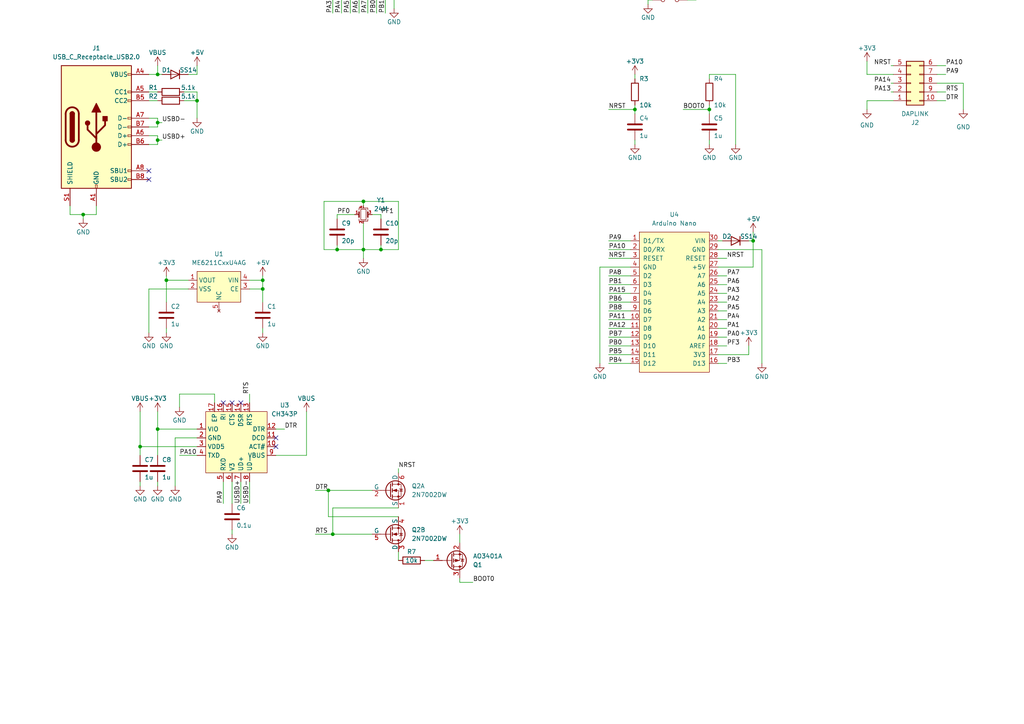
<source format=kicad_sch>
(kicad_sch (version 20230121) (generator eeschema)

  (uuid eb2a38ad-928d-4ecc-83ab-d48e3dc638b8)

  (paper "A4")

  (lib_symbols
    (symbol "Arduino Board:Arduino Nano" (pin_names (offset 1.016)) (in_bom yes) (on_board yes)
      (property "Reference" "U" (at 0 22.9616 0)
        (effects (font (size 1.27 1.27)))
      )
      (property "Value" "Arduino Nano" (at 0 28.0416 0)
        (effects (font (size 1.27 1.27)))
      )
      (property "Footprint" "Arduino Board:Arduino Nano" (at 0 24.13 0)
        (effects (font (size 1.27 1.27)) hide)
      )
      (property "Datasheet" "" (at 0 12.8016 0)
        (effects (font (size 1.27 1.27)) hide)
      )
      (symbol "Arduino Nano_1_1"
        (rectangle (start -10.16 20.32) (end 10.16 -20.32)
          (stroke (width 0.1524) (type solid))
          (fill (type background))
        )
        (pin bidirectional line (at -12.7 17.78 0) (length 2.54)
          (name "D1/TX" (effects (font (size 1.27 1.27))))
          (number "1" (effects (font (size 1.27 1.27))))
        )
        (pin bidirectional line (at -12.7 -5.08 0) (length 2.54)
          (name "D7" (effects (font (size 1.27 1.27))))
          (number "10" (effects (font (size 1.27 1.27))))
        )
        (pin bidirectional line (at -12.7 -7.62 0) (length 2.54)
          (name "D8" (effects (font (size 1.27 1.27))))
          (number "11" (effects (font (size 1.27 1.27))))
        )
        (pin bidirectional line (at -12.7 -10.16 0) (length 2.54)
          (name "D9" (effects (font (size 1.27 1.27))))
          (number "12" (effects (font (size 1.27 1.27))))
        )
        (pin bidirectional line (at -12.7 -12.7 0) (length 2.54)
          (name "D10" (effects (font (size 1.27 1.27))))
          (number "13" (effects (font (size 1.27 1.27))))
        )
        (pin bidirectional line (at -12.7 -15.24 0) (length 2.54)
          (name "D11" (effects (font (size 1.27 1.27))))
          (number "14" (effects (font (size 1.27 1.27))))
        )
        (pin bidirectional line (at -12.7 -17.78 0) (length 2.54)
          (name "D12" (effects (font (size 1.27 1.27))))
          (number "15" (effects (font (size 1.27 1.27))))
        )
        (pin bidirectional line (at 12.7 -17.78 180) (length 2.54)
          (name "D13" (effects (font (size 1.27 1.27))))
          (number "16" (effects (font (size 1.27 1.27))))
        )
        (pin power_in line (at 12.7 -15.24 180) (length 2.54)
          (name "3V3" (effects (font (size 1.27 1.27))))
          (number "17" (effects (font (size 1.27 1.27))))
        )
        (pin bidirectional line (at 12.7 -12.7 180) (length 2.54)
          (name "AREF" (effects (font (size 1.27 1.27))))
          (number "18" (effects (font (size 1.27 1.27))))
        )
        (pin bidirectional line (at 12.7 -10.16 180) (length 2.54)
          (name "A0" (effects (font (size 1.27 1.27))))
          (number "19" (effects (font (size 1.27 1.27))))
        )
        (pin bidirectional line (at -12.7 15.24 0) (length 2.54)
          (name "D0/RX" (effects (font (size 1.27 1.27))))
          (number "2" (effects (font (size 1.27 1.27))))
        )
        (pin bidirectional line (at 12.7 -7.62 180) (length 2.54)
          (name "A1" (effects (font (size 1.27 1.27))))
          (number "20" (effects (font (size 1.27 1.27))))
        )
        (pin bidirectional line (at 12.7 -5.08 180) (length 2.54)
          (name "A2" (effects (font (size 1.27 1.27))))
          (number "21" (effects (font (size 1.27 1.27))))
        )
        (pin bidirectional line (at 12.7 -2.54 180) (length 2.54)
          (name "A3" (effects (font (size 1.27 1.27))))
          (number "22" (effects (font (size 1.27 1.27))))
        )
        (pin bidirectional line (at 12.7 0 180) (length 2.54)
          (name "A4" (effects (font (size 1.27 1.27))))
          (number "23" (effects (font (size 1.27 1.27))))
        )
        (pin bidirectional line (at 12.7 2.54 180) (length 2.54)
          (name "A5" (effects (font (size 1.27 1.27))))
          (number "24" (effects (font (size 1.27 1.27))))
        )
        (pin bidirectional line (at 12.7 5.08 180) (length 2.54)
          (name "A6" (effects (font (size 1.27 1.27))))
          (number "25" (effects (font (size 1.27 1.27))))
        )
        (pin bidirectional line (at 12.7 7.62 180) (length 2.54)
          (name "A7" (effects (font (size 1.27 1.27))))
          (number "26" (effects (font (size 1.27 1.27))))
        )
        (pin power_in line (at 12.7 10.16 180) (length 2.54)
          (name "+5V" (effects (font (size 1.27 1.27))))
          (number "27" (effects (font (size 1.27 1.27))))
        )
        (pin bidirectional line (at 12.7 12.7 180) (length 2.54)
          (name "RESET" (effects (font (size 1.27 1.27))))
          (number "28" (effects (font (size 1.27 1.27))))
        )
        (pin power_in line (at 12.7 15.24 180) (length 2.54)
          (name "GND" (effects (font (size 1.27 1.27))))
          (number "29" (effects (font (size 1.27 1.27))))
        )
        (pin bidirectional line (at -12.7 12.7 0) (length 2.54)
          (name "RESET" (effects (font (size 1.27 1.27))))
          (number "3" (effects (font (size 1.27 1.27))))
        )
        (pin power_in line (at 12.7 17.78 180) (length 2.54)
          (name "VIN" (effects (font (size 1.27 1.27))))
          (number "30" (effects (font (size 1.27 1.27))))
        )
        (pin power_in line (at -12.7 10.16 0) (length 2.54)
          (name "GND" (effects (font (size 1.27 1.27))))
          (number "4" (effects (font (size 1.27 1.27))))
        )
        (pin bidirectional line (at -12.7 7.62 0) (length 2.54)
          (name "D2" (effects (font (size 1.27 1.27))))
          (number "5" (effects (font (size 1.27 1.27))))
        )
        (pin bidirectional line (at -12.7 5.08 0) (length 2.54)
          (name "D3" (effects (font (size 1.27 1.27))))
          (number "6" (effects (font (size 1.27 1.27))))
        )
        (pin bidirectional line (at -12.7 2.54 0) (length 2.54)
          (name "D4" (effects (font (size 1.27 1.27))))
          (number "7" (effects (font (size 1.27 1.27))))
        )
        (pin bidirectional line (at -12.7 0 0) (length 2.54)
          (name "D5" (effects (font (size 1.27 1.27))))
          (number "8" (effects (font (size 1.27 1.27))))
        )
        (pin bidirectional line (at -12.7 -2.54 0) (length 2.54)
          (name "D6" (effects (font (size 1.27 1.27))))
          (number "9" (effects (font (size 1.27 1.27))))
        )
      )
    )
    (symbol "Connector:USB_C_Receptacle_USB2.0" (pin_names (offset 1.016)) (in_bom yes) (on_board yes)
      (property "Reference" "J" (at -10.16 19.05 0)
        (effects (font (size 1.27 1.27)) (justify left))
      )
      (property "Value" "USB_C_Receptacle_USB2.0" (at 19.05 19.05 0)
        (effects (font (size 1.27 1.27)) (justify right))
      )
      (property "Footprint" "" (at 3.81 0 0)
        (effects (font (size 1.27 1.27)) hide)
      )
      (property "Datasheet" "https://www.usb.org/sites/default/files/documents/usb_type-c.zip" (at 3.81 0 0)
        (effects (font (size 1.27 1.27)) hide)
      )
      (property "ki_keywords" "usb universal serial bus type-C USB2.0" (at 0 0 0)
        (effects (font (size 1.27 1.27)) hide)
      )
      (property "ki_description" "USB 2.0-only Type-C Receptacle connector" (at 0 0 0)
        (effects (font (size 1.27 1.27)) hide)
      )
      (property "ki_fp_filters" "USB*C*Receptacle*" (at 0 0 0)
        (effects (font (size 1.27 1.27)) hide)
      )
      (symbol "USB_C_Receptacle_USB2.0_0_0"
        (rectangle (start -0.254 -17.78) (end 0.254 -16.764)
          (stroke (width 0) (type default))
          (fill (type none))
        )
        (rectangle (start 10.16 -14.986) (end 9.144 -15.494)
          (stroke (width 0) (type default))
          (fill (type none))
        )
        (rectangle (start 10.16 -12.446) (end 9.144 -12.954)
          (stroke (width 0) (type default))
          (fill (type none))
        )
        (rectangle (start 10.16 -4.826) (end 9.144 -5.334)
          (stroke (width 0) (type default))
          (fill (type none))
        )
        (rectangle (start 10.16 -2.286) (end 9.144 -2.794)
          (stroke (width 0) (type default))
          (fill (type none))
        )
        (rectangle (start 10.16 0.254) (end 9.144 -0.254)
          (stroke (width 0) (type default))
          (fill (type none))
        )
        (rectangle (start 10.16 2.794) (end 9.144 2.286)
          (stroke (width 0) (type default))
          (fill (type none))
        )
        (rectangle (start 10.16 7.874) (end 9.144 7.366)
          (stroke (width 0) (type default))
          (fill (type none))
        )
        (rectangle (start 10.16 10.414) (end 9.144 9.906)
          (stroke (width 0) (type default))
          (fill (type none))
        )
        (rectangle (start 10.16 15.494) (end 9.144 14.986)
          (stroke (width 0) (type default))
          (fill (type none))
        )
      )
      (symbol "USB_C_Receptacle_USB2.0_0_1"
        (rectangle (start -10.16 17.78) (end 10.16 -17.78)
          (stroke (width 0.254) (type default))
          (fill (type background))
        )
        (arc (start -8.89 -3.81) (mid -6.985 -5.7067) (end -5.08 -3.81)
          (stroke (width 0.508) (type default))
          (fill (type none))
        )
        (arc (start -7.62 -3.81) (mid -6.985 -4.4423) (end -6.35 -3.81)
          (stroke (width 0.254) (type default))
          (fill (type none))
        )
        (arc (start -7.62 -3.81) (mid -6.985 -4.4423) (end -6.35 -3.81)
          (stroke (width 0.254) (type default))
          (fill (type outline))
        )
        (rectangle (start -7.62 -3.81) (end -6.35 3.81)
          (stroke (width 0.254) (type default))
          (fill (type outline))
        )
        (arc (start -6.35 3.81) (mid -6.985 4.4423) (end -7.62 3.81)
          (stroke (width 0.254) (type default))
          (fill (type none))
        )
        (arc (start -6.35 3.81) (mid -6.985 4.4423) (end -7.62 3.81)
          (stroke (width 0.254) (type default))
          (fill (type outline))
        )
        (arc (start -5.08 3.81) (mid -6.985 5.7067) (end -8.89 3.81)
          (stroke (width 0.508) (type default))
          (fill (type none))
        )
        (circle (center -2.54 1.143) (radius 0.635)
          (stroke (width 0.254) (type default))
          (fill (type outline))
        )
        (circle (center 0 -5.842) (radius 1.27)
          (stroke (width 0) (type default))
          (fill (type outline))
        )
        (polyline
          (pts
            (xy -8.89 -3.81)
            (xy -8.89 3.81)
          )
          (stroke (width 0.508) (type default))
          (fill (type none))
        )
        (polyline
          (pts
            (xy -5.08 3.81)
            (xy -5.08 -3.81)
          )
          (stroke (width 0.508) (type default))
          (fill (type none))
        )
        (polyline
          (pts
            (xy 0 -5.842)
            (xy 0 4.318)
          )
          (stroke (width 0.508) (type default))
          (fill (type none))
        )
        (polyline
          (pts
            (xy 0 -3.302)
            (xy -2.54 -0.762)
            (xy -2.54 0.508)
          )
          (stroke (width 0.508) (type default))
          (fill (type none))
        )
        (polyline
          (pts
            (xy 0 -2.032)
            (xy 2.54 0.508)
            (xy 2.54 1.778)
          )
          (stroke (width 0.508) (type default))
          (fill (type none))
        )
        (polyline
          (pts
            (xy -1.27 4.318)
            (xy 0 6.858)
            (xy 1.27 4.318)
            (xy -1.27 4.318)
          )
          (stroke (width 0.254) (type default))
          (fill (type outline))
        )
        (rectangle (start 1.905 1.778) (end 3.175 3.048)
          (stroke (width 0.254) (type default))
          (fill (type outline))
        )
      )
      (symbol "USB_C_Receptacle_USB2.0_1_1"
        (pin passive line (at 0 -22.86 90) (length 5.08)
          (name "GND" (effects (font (size 1.27 1.27))))
          (number "A1" (effects (font (size 1.27 1.27))))
        )
        (pin passive line (at 0 -22.86 90) (length 5.08) hide
          (name "GND" (effects (font (size 1.27 1.27))))
          (number "A12" (effects (font (size 1.27 1.27))))
        )
        (pin passive line (at 15.24 15.24 180) (length 5.08)
          (name "VBUS" (effects (font (size 1.27 1.27))))
          (number "A4" (effects (font (size 1.27 1.27))))
        )
        (pin bidirectional line (at 15.24 10.16 180) (length 5.08)
          (name "CC1" (effects (font (size 1.27 1.27))))
          (number "A5" (effects (font (size 1.27 1.27))))
        )
        (pin bidirectional line (at 15.24 -2.54 180) (length 5.08)
          (name "D+" (effects (font (size 1.27 1.27))))
          (number "A6" (effects (font (size 1.27 1.27))))
        )
        (pin bidirectional line (at 15.24 2.54 180) (length 5.08)
          (name "D-" (effects (font (size 1.27 1.27))))
          (number "A7" (effects (font (size 1.27 1.27))))
        )
        (pin bidirectional line (at 15.24 -12.7 180) (length 5.08)
          (name "SBU1" (effects (font (size 1.27 1.27))))
          (number "A8" (effects (font (size 1.27 1.27))))
        )
        (pin passive line (at 15.24 15.24 180) (length 5.08) hide
          (name "VBUS" (effects (font (size 1.27 1.27))))
          (number "A9" (effects (font (size 1.27 1.27))))
        )
        (pin passive line (at 0 -22.86 90) (length 5.08) hide
          (name "GND" (effects (font (size 1.27 1.27))))
          (number "B1" (effects (font (size 1.27 1.27))))
        )
        (pin passive line (at 0 -22.86 90) (length 5.08) hide
          (name "GND" (effects (font (size 1.27 1.27))))
          (number "B12" (effects (font (size 1.27 1.27))))
        )
        (pin passive line (at 15.24 15.24 180) (length 5.08) hide
          (name "VBUS" (effects (font (size 1.27 1.27))))
          (number "B4" (effects (font (size 1.27 1.27))))
        )
        (pin bidirectional line (at 15.24 7.62 180) (length 5.08)
          (name "CC2" (effects (font (size 1.27 1.27))))
          (number "B5" (effects (font (size 1.27 1.27))))
        )
        (pin bidirectional line (at 15.24 -5.08 180) (length 5.08)
          (name "D+" (effects (font (size 1.27 1.27))))
          (number "B6" (effects (font (size 1.27 1.27))))
        )
        (pin bidirectional line (at 15.24 0 180) (length 5.08)
          (name "D-" (effects (font (size 1.27 1.27))))
          (number "B7" (effects (font (size 1.27 1.27))))
        )
        (pin bidirectional line (at 15.24 -15.24 180) (length 5.08)
          (name "SBU2" (effects (font (size 1.27 1.27))))
          (number "B8" (effects (font (size 1.27 1.27))))
        )
        (pin passive line (at 15.24 15.24 180) (length 5.08) hide
          (name "VBUS" (effects (font (size 1.27 1.27))))
          (number "B9" (effects (font (size 1.27 1.27))))
        )
        (pin passive line (at -7.62 -22.86 90) (length 5.08)
          (name "SHIELD" (effects (font (size 1.27 1.27))))
          (number "S1" (effects (font (size 1.27 1.27))))
        )
      )
    )
    (symbol "Connector_Generic:Conn_02x05_Counter_Clockwise" (pin_names (offset 1.016) hide) (in_bom yes) (on_board yes)
      (property "Reference" "J" (at 1.27 7.62 0)
        (effects (font (size 1.27 1.27)))
      )
      (property "Value" "Conn_02x05_Counter_Clockwise" (at 1.27 -7.62 0)
        (effects (font (size 1.27 1.27)))
      )
      (property "Footprint" "" (at 0 0 0)
        (effects (font (size 1.27 1.27)) hide)
      )
      (property "Datasheet" "~" (at 0 0 0)
        (effects (font (size 1.27 1.27)) hide)
      )
      (property "ki_keywords" "connector" (at 0 0 0)
        (effects (font (size 1.27 1.27)) hide)
      )
      (property "ki_description" "Generic connector, double row, 02x05, counter clockwise pin numbering scheme (similar to DIP packge numbering), script generated (kicad-library-utils/schlib/autogen/connector/)" (at 0 0 0)
        (effects (font (size 1.27 1.27)) hide)
      )
      (property "ki_fp_filters" "Connector*:*_2x??_*" (at 0 0 0)
        (effects (font (size 1.27 1.27)) hide)
      )
      (symbol "Conn_02x05_Counter_Clockwise_1_1"
        (rectangle (start -1.27 -4.953) (end 0 -5.207)
          (stroke (width 0.1524) (type default))
          (fill (type none))
        )
        (rectangle (start -1.27 -2.413) (end 0 -2.667)
          (stroke (width 0.1524) (type default))
          (fill (type none))
        )
        (rectangle (start -1.27 0.127) (end 0 -0.127)
          (stroke (width 0.1524) (type default))
          (fill (type none))
        )
        (rectangle (start -1.27 2.667) (end 0 2.413)
          (stroke (width 0.1524) (type default))
          (fill (type none))
        )
        (rectangle (start -1.27 5.207) (end 0 4.953)
          (stroke (width 0.1524) (type default))
          (fill (type none))
        )
        (rectangle (start -1.27 6.35) (end 3.81 -6.35)
          (stroke (width 0.254) (type default))
          (fill (type background))
        )
        (rectangle (start 3.81 -4.953) (end 2.54 -5.207)
          (stroke (width 0.1524) (type default))
          (fill (type none))
        )
        (rectangle (start 3.81 -2.413) (end 2.54 -2.667)
          (stroke (width 0.1524) (type default))
          (fill (type none))
        )
        (rectangle (start 3.81 0.127) (end 2.54 -0.127)
          (stroke (width 0.1524) (type default))
          (fill (type none))
        )
        (rectangle (start 3.81 2.667) (end 2.54 2.413)
          (stroke (width 0.1524) (type default))
          (fill (type none))
        )
        (rectangle (start 3.81 5.207) (end 2.54 4.953)
          (stroke (width 0.1524) (type default))
          (fill (type none))
        )
        (pin passive line (at -5.08 5.08 0) (length 3.81)
          (name "Pin_1" (effects (font (size 1.27 1.27))))
          (number "1" (effects (font (size 1.27 1.27))))
        )
        (pin passive line (at 7.62 5.08 180) (length 3.81)
          (name "Pin_10" (effects (font (size 1.27 1.27))))
          (number "10" (effects (font (size 1.27 1.27))))
        )
        (pin passive line (at -5.08 2.54 0) (length 3.81)
          (name "Pin_2" (effects (font (size 1.27 1.27))))
          (number "2" (effects (font (size 1.27 1.27))))
        )
        (pin passive line (at -5.08 0 0) (length 3.81)
          (name "Pin_3" (effects (font (size 1.27 1.27))))
          (number "3" (effects (font (size 1.27 1.27))))
        )
        (pin passive line (at -5.08 -2.54 0) (length 3.81)
          (name "Pin_4" (effects (font (size 1.27 1.27))))
          (number "4" (effects (font (size 1.27 1.27))))
        )
        (pin passive line (at -5.08 -5.08 0) (length 3.81)
          (name "Pin_5" (effects (font (size 1.27 1.27))))
          (number "5" (effects (font (size 1.27 1.27))))
        )
        (pin passive line (at 7.62 -5.08 180) (length 3.81)
          (name "Pin_6" (effects (font (size 1.27 1.27))))
          (number "6" (effects (font (size 1.27 1.27))))
        )
        (pin passive line (at 7.62 -2.54 180) (length 3.81)
          (name "Pin_7" (effects (font (size 1.27 1.27))))
          (number "7" (effects (font (size 1.27 1.27))))
        )
        (pin passive line (at 7.62 0 180) (length 3.81)
          (name "Pin_8" (effects (font (size 1.27 1.27))))
          (number "8" (effects (font (size 1.27 1.27))))
        )
        (pin passive line (at 7.62 2.54 180) (length 3.81)
          (name "Pin_9" (effects (font (size 1.27 1.27))))
          (number "9" (effects (font (size 1.27 1.27))))
        )
      )
    )
    (symbol "Device:C" (pin_numbers hide) (pin_names (offset 0.254)) (in_bom yes) (on_board yes)
      (property "Reference" "C" (at 0.635 2.54 0)
        (effects (font (size 1.27 1.27)) (justify left))
      )
      (property "Value" "C" (at 0.635 -2.54 0)
        (effects (font (size 1.27 1.27)) (justify left))
      )
      (property "Footprint" "" (at 0.9652 -3.81 0)
        (effects (font (size 1.27 1.27)) hide)
      )
      (property "Datasheet" "~" (at 0 0 0)
        (effects (font (size 1.27 1.27)) hide)
      )
      (property "ki_keywords" "cap capacitor" (at 0 0 0)
        (effects (font (size 1.27 1.27)) hide)
      )
      (property "ki_description" "Unpolarized capacitor" (at 0 0 0)
        (effects (font (size 1.27 1.27)) hide)
      )
      (property "ki_fp_filters" "C_*" (at 0 0 0)
        (effects (font (size 1.27 1.27)) hide)
      )
      (symbol "C_0_1"
        (polyline
          (pts
            (xy -2.032 -0.762)
            (xy 2.032 -0.762)
          )
          (stroke (width 0.508) (type default))
          (fill (type none))
        )
        (polyline
          (pts
            (xy -2.032 0.762)
            (xy 2.032 0.762)
          )
          (stroke (width 0.508) (type default))
          (fill (type none))
        )
      )
      (symbol "C_1_1"
        (pin passive line (at 0 3.81 270) (length 2.794)
          (name "~" (effects (font (size 1.27 1.27))))
          (number "1" (effects (font (size 1.27 1.27))))
        )
        (pin passive line (at 0 -3.81 90) (length 2.794)
          (name "~" (effects (font (size 1.27 1.27))))
          (number "2" (effects (font (size 1.27 1.27))))
        )
      )
    )
    (symbol "Device:Crystal_GND24_Small" (pin_names (offset 1.016) hide) (in_bom yes) (on_board yes)
      (property "Reference" "Y" (at 1.27 4.445 0)
        (effects (font (size 1.27 1.27)) (justify left))
      )
      (property "Value" "Crystal_GND24_Small" (at 1.27 2.54 0)
        (effects (font (size 1.27 1.27)) (justify left))
      )
      (property "Footprint" "" (at 0 0 0)
        (effects (font (size 1.27 1.27)) hide)
      )
      (property "Datasheet" "~" (at 0 0 0)
        (effects (font (size 1.27 1.27)) hide)
      )
      (property "ki_keywords" "quartz ceramic resonator oscillator" (at 0 0 0)
        (effects (font (size 1.27 1.27)) hide)
      )
      (property "ki_description" "Four pin crystal, GND on pins 2 and 4, small symbol" (at 0 0 0)
        (effects (font (size 1.27 1.27)) hide)
      )
      (property "ki_fp_filters" "Crystal*" (at 0 0 0)
        (effects (font (size 1.27 1.27)) hide)
      )
      (symbol "Crystal_GND24_Small_0_1"
        (rectangle (start -0.762 -1.524) (end 0.762 1.524)
          (stroke (width 0) (type default))
          (fill (type none))
        )
        (polyline
          (pts
            (xy -1.27 -0.762)
            (xy -1.27 0.762)
          )
          (stroke (width 0.381) (type default))
          (fill (type none))
        )
        (polyline
          (pts
            (xy 1.27 -0.762)
            (xy 1.27 0.762)
          )
          (stroke (width 0.381) (type default))
          (fill (type none))
        )
        (polyline
          (pts
            (xy -1.27 -1.27)
            (xy -1.27 -1.905)
            (xy 1.27 -1.905)
            (xy 1.27 -1.27)
          )
          (stroke (width 0) (type default))
          (fill (type none))
        )
        (polyline
          (pts
            (xy -1.27 1.27)
            (xy -1.27 1.905)
            (xy 1.27 1.905)
            (xy 1.27 1.27)
          )
          (stroke (width 0) (type default))
          (fill (type none))
        )
      )
      (symbol "Crystal_GND24_Small_1_1"
        (pin passive line (at -2.54 0 0) (length 1.27)
          (name "1" (effects (font (size 1.27 1.27))))
          (number "1" (effects (font (size 0.762 0.762))))
        )
        (pin passive line (at 0 -2.54 90) (length 0.635)
          (name "2" (effects (font (size 1.27 1.27))))
          (number "2" (effects (font (size 0.762 0.762))))
        )
        (pin passive line (at 2.54 0 180) (length 1.27)
          (name "3" (effects (font (size 1.27 1.27))))
          (number "3" (effects (font (size 0.762 0.762))))
        )
        (pin passive line (at 0 2.54 270) (length 0.635)
          (name "4" (effects (font (size 1.27 1.27))))
          (number "4" (effects (font (size 0.762 0.762))))
        )
      )
    )
    (symbol "Device:D" (pin_numbers hide) (pin_names (offset 1.016) hide) (in_bom yes) (on_board yes)
      (property "Reference" "D" (at 0 2.54 0)
        (effects (font (size 1.27 1.27)))
      )
      (property "Value" "D" (at 0 -2.54 0)
        (effects (font (size 1.27 1.27)))
      )
      (property "Footprint" "" (at 0 0 0)
        (effects (font (size 1.27 1.27)) hide)
      )
      (property "Datasheet" "~" (at 0 0 0)
        (effects (font (size 1.27 1.27)) hide)
      )
      (property "Sim.Device" "D" (at 0 0 0)
        (effects (font (size 1.27 1.27)) hide)
      )
      (property "Sim.Pins" "1=K 2=A" (at 0 0 0)
        (effects (font (size 1.27 1.27)) hide)
      )
      (property "ki_keywords" "diode" (at 0 0 0)
        (effects (font (size 1.27 1.27)) hide)
      )
      (property "ki_description" "Diode" (at 0 0 0)
        (effects (font (size 1.27 1.27)) hide)
      )
      (property "ki_fp_filters" "TO-???* *_Diode_* *SingleDiode* D_*" (at 0 0 0)
        (effects (font (size 1.27 1.27)) hide)
      )
      (symbol "D_0_1"
        (polyline
          (pts
            (xy -1.27 1.27)
            (xy -1.27 -1.27)
          )
          (stroke (width 0.254) (type default))
          (fill (type none))
        )
        (polyline
          (pts
            (xy 1.27 0)
            (xy -1.27 0)
          )
          (stroke (width 0) (type default))
          (fill (type none))
        )
        (polyline
          (pts
            (xy 1.27 1.27)
            (xy 1.27 -1.27)
            (xy -1.27 0)
            (xy 1.27 1.27)
          )
          (stroke (width 0.254) (type default))
          (fill (type none))
        )
      )
      (symbol "D_1_1"
        (pin passive line (at -3.81 0 0) (length 2.54)
          (name "K" (effects (font (size 1.27 1.27))))
          (number "1" (effects (font (size 1.27 1.27))))
        )
        (pin passive line (at 3.81 0 180) (length 2.54)
          (name "A" (effects (font (size 1.27 1.27))))
          (number "2" (effects (font (size 1.27 1.27))))
        )
      )
    )
    (symbol "Device:R" (pin_numbers hide) (pin_names (offset 0)) (in_bom yes) (on_board yes)
      (property "Reference" "R" (at 2.032 0 90)
        (effects (font (size 1.27 1.27)))
      )
      (property "Value" "R" (at 0 0 90)
        (effects (font (size 1.27 1.27)))
      )
      (property "Footprint" "" (at -1.778 0 90)
        (effects (font (size 1.27 1.27)) hide)
      )
      (property "Datasheet" "~" (at 0 0 0)
        (effects (font (size 1.27 1.27)) hide)
      )
      (property "ki_keywords" "R res resistor" (at 0 0 0)
        (effects (font (size 1.27 1.27)) hide)
      )
      (property "ki_description" "Resistor" (at 0 0 0)
        (effects (font (size 1.27 1.27)) hide)
      )
      (property "ki_fp_filters" "R_*" (at 0 0 0)
        (effects (font (size 1.27 1.27)) hide)
      )
      (symbol "R_0_1"
        (rectangle (start -1.016 -2.54) (end 1.016 2.54)
          (stroke (width 0.254) (type default))
          (fill (type none))
        )
      )
      (symbol "R_1_1"
        (pin passive line (at 0 3.81 270) (length 1.27)
          (name "~" (effects (font (size 1.27 1.27))))
          (number "1" (effects (font (size 1.27 1.27))))
        )
        (pin passive line (at 0 -3.81 90) (length 1.27)
          (name "~" (effects (font (size 1.27 1.27))))
          (number "2" (effects (font (size 1.27 1.27))))
        )
      )
    )
    (symbol "GND_4" (power) (pin_names (offset 0)) (in_bom yes) (on_board yes)
      (property "Reference" "#PWR" (at 0 -6.35 0)
        (effects (font (size 1.27 1.27)) hide)
      )
      (property "Value" "GND_4" (at 0 -3.81 0)
        (effects (font (size 1.27 1.27)))
      )
      (property "Footprint" "" (at 0 0 0)
        (effects (font (size 1.27 1.27)) hide)
      )
      (property "Datasheet" "" (at 0 0 0)
        (effects (font (size 1.27 1.27)) hide)
      )
      (property "ki_keywords" "global power" (at 0 0 0)
        (effects (font (size 1.27 1.27)) hide)
      )
      (property "ki_description" "Power symbol creates a global label with name \"GND\" , ground" (at 0 0 0)
        (effects (font (size 1.27 1.27)) hide)
      )
      (symbol "GND_4_0_1"
        (polyline
          (pts
            (xy 0 0)
            (xy 0 -1.27)
            (xy 1.27 -1.27)
            (xy 0 -2.54)
            (xy -1.27 -1.27)
            (xy 0 -1.27)
          )
          (stroke (width 0) (type default))
          (fill (type none))
        )
      )
      (symbol "GND_4_1_1"
        (pin power_in line (at 0 0 270) (length 0) hide
          (name "GND" (effects (font (size 1.27 1.27))))
          (number "1" (effects (font (size 1.27 1.27))))
        )
      )
    )
    (symbol "LDO:ME6211CxxU4AG" (in_bom yes) (on_board yes)
      (property "Reference" "U" (at -7.62 10.16 0)
        (effects (font (size 1.27 1.27)))
      )
      (property "Value" "ME6211CxxU4AG" (at -6.35 1.27 0)
        (effects (font (size 1.27 1.27)))
      )
      (property "Footprint" "Package_DFN_QFN:UDFN-4-1EP_1x1mm_P0.65mm_EP0.48x0.48mm" (at -6.35 1.27 0)
        (effects (font (size 1.27 1.27)) hide)
      )
      (property "Datasheet" "" (at -6.35 1.27 0)
        (effects (font (size 1.27 1.27)) hide)
      )
      (symbol "ME6211CxxU4AG_1_1"
        (rectangle (start -6.35 3.81) (end 6.35 -5.08)
          (stroke (width 0) (type default))
          (fill (type background))
        )
        (pin power_out line (at -8.89 1.27 0) (length 2.54)
          (name "VOUT" (effects (font (size 1.27 1.27))))
          (number "1" (effects (font (size 1.27 1.27))))
        )
        (pin power_in line (at -8.89 -1.27 0) (length 2.54)
          (name "VSS" (effects (font (size 1.27 1.27))))
          (number "2" (effects (font (size 1.27 1.27))))
        )
        (pin bidirectional line (at 8.89 -1.27 180) (length 2.54)
          (name "CE" (effects (font (size 1.27 1.27))))
          (number "3" (effects (font (size 1.27 1.27))))
        )
        (pin power_in line (at 8.89 1.27 180) (length 2.54)
          (name "VIN" (effects (font (size 1.27 1.27))))
          (number "4" (effects (font (size 1.27 1.27))))
        )
        (pin no_connect line (at 0 -7.62 90) (length 2.54)
          (name "NC" (effects (font (size 1.27 1.27))))
          (number "5" (effects (font (size 1.27 1.27))))
        )
      )
    )
    (symbol "MOS FET:2N7002DW" (pin_names (offset 0)) (in_bom yes) (on_board yes)
      (property "Reference" "Q" (at 0 6.35 0)
        (effects (font (size 1.27 1.27)))
      )
      (property "Value" "2N7002DW" (at 0 8.89 0)
        (effects (font (size 1.27 1.27)))
      )
      (property "Footprint" "Package_TO_SOT_SMD:SOT-363_SC-70-6" (at 0 0 0)
        (effects (font (size 1.27 1.27)) hide)
      )
      (property "Datasheet" "" (at 0 0 0)
        (effects (font (size 1.27 1.27)) hide)
      )
      (property "ki_locked" "" (at 0 0 0)
        (effects (font (size 1.27 1.27)))
      )
      (symbol "2N7002DW_0_1"
        (polyline
          (pts
            (xy -1.016 0)
            (xy -3.81 0)
          )
          (stroke (width 0) (type default))
          (fill (type none))
        )
        (polyline
          (pts
            (xy -1.016 1.905)
            (xy -1.016 -1.905)
          )
          (stroke (width 0.254) (type default))
          (fill (type none))
        )
        (polyline
          (pts
            (xy -0.508 -1.27)
            (xy -0.508 -2.286)
          )
          (stroke (width 0.254) (type default))
          (fill (type none))
        )
        (polyline
          (pts
            (xy -0.508 0.508)
            (xy -0.508 -0.508)
          )
          (stroke (width 0.254) (type default))
          (fill (type none))
        )
        (polyline
          (pts
            (xy -0.508 2.286)
            (xy -0.508 1.27)
          )
          (stroke (width 0.254) (type default))
          (fill (type none))
        )
        (polyline
          (pts
            (xy 1.27 2.54)
            (xy 1.27 1.778)
          )
          (stroke (width 0) (type default))
          (fill (type none))
        )
        (polyline
          (pts
            (xy 1.27 -2.54)
            (xy 1.27 0)
            (xy -0.508 0)
          )
          (stroke (width 0) (type default))
          (fill (type none))
        )
        (polyline
          (pts
            (xy -0.508 -1.778)
            (xy 2.032 -1.778)
            (xy 2.032 1.778)
            (xy -0.508 1.778)
          )
          (stroke (width 0) (type default))
          (fill (type none))
        )
        (polyline
          (pts
            (xy -0.254 0)
            (xy 0.762 0.381)
            (xy 0.762 -0.381)
            (xy -0.254 0)
          )
          (stroke (width 0) (type default))
          (fill (type outline))
        )
        (polyline
          (pts
            (xy 1.524 0.508)
            (xy 1.651 0.381)
            (xy 2.413 0.381)
            (xy 2.54 0.254)
          )
          (stroke (width 0) (type default))
          (fill (type none))
        )
        (polyline
          (pts
            (xy 2.032 0.381)
            (xy 1.651 -0.254)
            (xy 2.413 -0.254)
            (xy 2.032 0.381)
          )
          (stroke (width 0) (type default))
          (fill (type none))
        )
        (circle (center 0.381 0) (radius 2.794)
          (stroke (width 0.254) (type default))
          (fill (type none))
        )
        (circle (center 1.27 -1.778) (radius 0.254)
          (stroke (width 0) (type default))
          (fill (type outline))
        )
        (circle (center 1.27 1.778) (radius 0.254)
          (stroke (width 0) (type default))
          (fill (type outline))
        )
      )
      (symbol "2N7002DW_1_1"
        (pin passive line (at 1.27 -5.08 90) (length 2.54)
          (name "S" (effects (font (size 1.27 1.27))))
          (number "1" (effects (font (size 1.27 1.27))))
        )
        (pin input line (at -6.35 0 0) (length 2.54)
          (name "G" (effects (font (size 1.27 1.27))))
          (number "2" (effects (font (size 1.27 1.27))))
        )
        (pin passive line (at 1.27 5.08 270) (length 2.54)
          (name "D" (effects (font (size 1.27 1.27))))
          (number "6" (effects (font (size 1.27 1.27))))
        )
      )
      (symbol "2N7002DW_2_1"
        (pin passive line (at 1.27 5.08 270) (length 2.54)
          (name "D" (effects (font (size 1.27 1.27))))
          (number "3" (effects (font (size 1.27 1.27))))
        )
        (pin passive line (at 1.27 -5.08 90) (length 2.54)
          (name "S" (effects (font (size 1.27 1.27))))
          (number "4" (effects (font (size 1.27 1.27))))
        )
        (pin input line (at -6.35 0 0) (length 2.54)
          (name "G" (effects (font (size 1.27 1.27))))
          (number "5" (effects (font (size 1.27 1.27))))
        )
      )
    )
    (symbol "PY32_MCU:PY32F030K2xU" (in_bom yes) (on_board yes)
      (property "Reference" "U" (at -25.4 24.13 0)
        (effects (font (size 1.27 1.27)))
      )
      (property "Value" "PY32F030K2xU" (at -7.62 -19.05 90)
        (effects (font (size 1.27 1.27)))
      )
      (property "Footprint" "Package_DFN_QFN:QFN-32-1EP_5x5mm_P0.5mm_EP3.1x3.1mm" (at -7.62 -19.05 90)
        (effects (font (size 1.27 1.27)) hide)
      )
      (property "Datasheet" "" (at -7.62 -19.05 90)
        (effects (font (size 1.27 1.27)) hide)
      )
      (symbol "PY32F030K2xU_1_1"
        (rectangle (start -19.05 19.05) (end 19.05 -19.05)
          (stroke (width 0) (type default))
          (fill (type background))
        )
        (pin power_in line (at -21.59 8.89 0) (length 2.54)
          (name "VCC" (effects (font (size 1.27 1.27))))
          (number "1" (effects (font (size 1.27 1.27))))
        )
        (pin bidirectional line (at -6.35 -21.59 90) (length 2.54)
          (name "PA4" (effects (font (size 1.27 1.27))))
          (number "10" (effects (font (size 1.27 1.27))))
        )
        (pin bidirectional line (at -3.81 -21.59 90) (length 2.54)
          (name "PA5" (effects (font (size 1.27 1.27))))
          (number "11" (effects (font (size 1.27 1.27))))
        )
        (pin bidirectional line (at -1.27 -21.59 90) (length 2.54)
          (name "PA6" (effects (font (size 1.27 1.27))))
          (number "12" (effects (font (size 1.27 1.27))))
        )
        (pin bidirectional line (at 1.27 -21.59 90) (length 2.54)
          (name "PA7" (effects (font (size 1.27 1.27))))
          (number "13" (effects (font (size 1.27 1.27))))
        )
        (pin bidirectional line (at 3.81 -21.59 90) (length 2.54)
          (name "PB0" (effects (font (size 1.27 1.27))))
          (number "14" (effects (font (size 1.27 1.27))))
        )
        (pin bidirectional line (at 6.35 -21.59 90) (length 2.54)
          (name "PB1" (effects (font (size 1.27 1.27))))
          (number "15" (effects (font (size 1.27 1.27))))
        )
        (pin power_in line (at 8.89 -21.59 90) (length 2.54)
          (name "VSS" (effects (font (size 1.27 1.27))))
          (number "16" (effects (font (size 1.27 1.27))))
        )
        (pin bidirectional line (at 21.59 -8.89 180) (length 2.54)
          (name "PB2" (effects (font (size 1.27 1.27))))
          (number "17" (effects (font (size 1.27 1.27))))
        )
        (pin bidirectional line (at 21.59 -6.35 180) (length 2.54)
          (name "PA8" (effects (font (size 1.27 1.27))))
          (number "18" (effects (font (size 1.27 1.27))))
        )
        (pin bidirectional line (at 21.59 -3.81 180) (length 2.54)
          (name "PA9-OSC32OUT" (effects (font (size 1.27 1.27))))
          (number "19" (effects (font (size 1.27 1.27))))
        )
        (pin bidirectional line (at -21.59 6.35 0) (length 2.54)
          (name "PF0-OSCIN" (effects (font (size 1.27 1.27))))
          (number "2" (effects (font (size 1.27 1.27))))
        )
        (pin bidirectional line (at 21.59 -1.27 180) (length 2.54)
          (name "PA10-OSC32IN" (effects (font (size 1.27 1.27))))
          (number "20" (effects (font (size 1.27 1.27))))
        )
        (pin bidirectional line (at 21.59 1.27 180) (length 2.54)
          (name "PA11" (effects (font (size 1.27 1.27))))
          (number "21" (effects (font (size 1.27 1.27))))
        )
        (pin bidirectional line (at 21.59 3.81 180) (length 2.54)
          (name "PA12" (effects (font (size 1.27 1.27))))
          (number "22" (effects (font (size 1.27 1.27))))
        )
        (pin bidirectional line (at 21.59 6.35 180) (length 2.54)
          (name "PA13" (effects (font (size 1.27 1.27))))
          (number "23" (effects (font (size 1.27 1.27))))
        )
        (pin bidirectional line (at 21.59 8.89 180) (length 2.54)
          (name "PA14" (effects (font (size 1.27 1.27))))
          (number "24" (effects (font (size 1.27 1.27))))
        )
        (pin bidirectional line (at 8.89 21.59 270) (length 2.54)
          (name "PA15" (effects (font (size 1.27 1.27))))
          (number "25" (effects (font (size 1.27 1.27))))
        )
        (pin bidirectional line (at 6.35 21.59 270) (length 2.54)
          (name "PB3" (effects (font (size 1.27 1.27))))
          (number "26" (effects (font (size 1.27 1.27))))
        )
        (pin bidirectional line (at 3.81 21.59 270) (length 2.54)
          (name "PB4" (effects (font (size 1.27 1.27))))
          (number "27" (effects (font (size 1.27 1.27))))
        )
        (pin bidirectional line (at 1.27 21.59 270) (length 2.54)
          (name "PB5" (effects (font (size 1.27 1.27))))
          (number "28" (effects (font (size 1.27 1.27))))
        )
        (pin bidirectional line (at -1.27 21.59 270) (length 2.54)
          (name "PB6" (effects (font (size 1.27 1.27))))
          (number "29" (effects (font (size 1.27 1.27))))
        )
        (pin bidirectional line (at -21.59 3.81 0) (length 2.54)
          (name "PF1-OSCOUT" (effects (font (size 1.27 1.27))))
          (number "3" (effects (font (size 1.27 1.27))))
        )
        (pin bidirectional line (at -3.81 21.59 270) (length 2.54)
          (name "PB7" (effects (font (size 1.27 1.27))))
          (number "30" (effects (font (size 1.27 1.27))))
        )
        (pin bidirectional line (at -6.35 21.59 270) (length 2.54)
          (name "PF4-BOOT0" (effects (font (size 1.27 1.27))))
          (number "31" (effects (font (size 1.27 1.27))))
        )
        (pin bidirectional line (at -8.89 21.59 270) (length 2.54)
          (name "PB8" (effects (font (size 1.27 1.27))))
          (number "32" (effects (font (size 1.27 1.27))))
        )
        (pin bidirectional line (at -11.43 21.59 270) (length 2.54)
          (name "EP" (effects (font (size 1.27 1.27))))
          (number "33" (effects (font (size 1.27 1.27))))
        )
        (pin bidirectional line (at -21.59 1.27 0) (length 2.54)
          (name "PF2-NRST" (effects (font (size 1.27 1.27))))
          (number "4" (effects (font (size 1.27 1.27))))
        )
        (pin bidirectional line (at -21.59 -1.27 0) (length 2.54)
          (name "PF3" (effects (font (size 1.27 1.27))))
          (number "5" (effects (font (size 1.27 1.27))))
        )
        (pin bidirectional line (at -21.59 -3.81 0) (length 2.54)
          (name "PA0" (effects (font (size 1.27 1.27))))
          (number "6" (effects (font (size 1.27 1.27))))
        )
        (pin bidirectional line (at -21.59 -6.35 0) (length 2.54)
          (name "PA1" (effects (font (size 1.27 1.27))))
          (number "7" (effects (font (size 1.27 1.27))))
        )
        (pin bidirectional line (at -21.59 -8.89 0) (length 2.54)
          (name "PA2" (effects (font (size 1.27 1.27))))
          (number "8" (effects (font (size 1.27 1.27))))
        )
        (pin bidirectional line (at -8.89 -21.59 90) (length 2.54)
          (name "PA3" (effects (font (size 1.27 1.27))))
          (number "9" (effects (font (size 1.27 1.27))))
        )
      )
    )
    (symbol "Switch:SW_Push" (pin_numbers hide) (pin_names (offset 1.016) hide) (in_bom yes) (on_board yes)
      (property "Reference" "SW" (at 1.27 2.54 0)
        (effects (font (size 1.27 1.27)) (justify left))
      )
      (property "Value" "SW_Push" (at 0 -1.524 0)
        (effects (font (size 1.27 1.27)))
      )
      (property "Footprint" "" (at 0 5.08 0)
        (effects (font (size 1.27 1.27)) hide)
      )
      (property "Datasheet" "~" (at 0 5.08 0)
        (effects (font (size 1.27 1.27)) hide)
      )
      (property "ki_keywords" "switch normally-open pushbutton push-button" (at 0 0 0)
        (effects (font (size 1.27 1.27)) hide)
      )
      (property "ki_description" "Push button switch, generic, two pins" (at 0 0 0)
        (effects (font (size 1.27 1.27)) hide)
      )
      (symbol "SW_Push_0_1"
        (circle (center -2.032 0) (radius 0.508)
          (stroke (width 0) (type default))
          (fill (type none))
        )
        (polyline
          (pts
            (xy 0 1.27)
            (xy 0 3.048)
          )
          (stroke (width 0) (type default))
          (fill (type none))
        )
        (polyline
          (pts
            (xy 2.54 1.27)
            (xy -2.54 1.27)
          )
          (stroke (width 0) (type default))
          (fill (type none))
        )
        (circle (center 2.032 0) (radius 0.508)
          (stroke (width 0) (type default))
          (fill (type none))
        )
        (pin passive line (at -5.08 0 0) (length 2.54)
          (name "1" (effects (font (size 1.27 1.27))))
          (number "1" (effects (font (size 1.27 1.27))))
        )
        (pin passive line (at 5.08 0 180) (length 2.54)
          (name "2" (effects (font (size 1.27 1.27))))
          (number "2" (effects (font (size 1.27 1.27))))
        )
      )
    )
    (symbol "Transistor_FET:AO3401A" (pin_names hide) (in_bom yes) (on_board yes)
      (property "Reference" "Q" (at 5.08 1.905 0)
        (effects (font (size 1.27 1.27)) (justify left))
      )
      (property "Value" "AO3401A" (at 5.08 0 0)
        (effects (font (size 1.27 1.27)) (justify left))
      )
      (property "Footprint" "Package_TO_SOT_SMD:SOT-23" (at 5.08 -1.905 0)
        (effects (font (size 1.27 1.27) italic) (justify left) hide)
      )
      (property "Datasheet" "http://www.aosmd.com/pdfs/datasheet/AO3401A.pdf" (at 0 0 0)
        (effects (font (size 1.27 1.27)) (justify left) hide)
      )
      (property "ki_keywords" "P-Channel MOSFET" (at 0 0 0)
        (effects (font (size 1.27 1.27)) hide)
      )
      (property "ki_description" "-4.0A Id, -30V Vds, P-Channel MOSFET, SOT-23" (at 0 0 0)
        (effects (font (size 1.27 1.27)) hide)
      )
      (property "ki_fp_filters" "SOT?23*" (at 0 0 0)
        (effects (font (size 1.27 1.27)) hide)
      )
      (symbol "AO3401A_0_1"
        (polyline
          (pts
            (xy 0.254 0)
            (xy -2.54 0)
          )
          (stroke (width 0) (type default))
          (fill (type none))
        )
        (polyline
          (pts
            (xy 0.254 1.905)
            (xy 0.254 -1.905)
          )
          (stroke (width 0.254) (type default))
          (fill (type none))
        )
        (polyline
          (pts
            (xy 0.762 -1.27)
            (xy 0.762 -2.286)
          )
          (stroke (width 0.254) (type default))
          (fill (type none))
        )
        (polyline
          (pts
            (xy 0.762 0.508)
            (xy 0.762 -0.508)
          )
          (stroke (width 0.254) (type default))
          (fill (type none))
        )
        (polyline
          (pts
            (xy 0.762 2.286)
            (xy 0.762 1.27)
          )
          (stroke (width 0.254) (type default))
          (fill (type none))
        )
        (polyline
          (pts
            (xy 2.54 2.54)
            (xy 2.54 1.778)
          )
          (stroke (width 0) (type default))
          (fill (type none))
        )
        (polyline
          (pts
            (xy 2.54 -2.54)
            (xy 2.54 0)
            (xy 0.762 0)
          )
          (stroke (width 0) (type default))
          (fill (type none))
        )
        (polyline
          (pts
            (xy 0.762 1.778)
            (xy 3.302 1.778)
            (xy 3.302 -1.778)
            (xy 0.762 -1.778)
          )
          (stroke (width 0) (type default))
          (fill (type none))
        )
        (polyline
          (pts
            (xy 2.286 0)
            (xy 1.27 0.381)
            (xy 1.27 -0.381)
            (xy 2.286 0)
          )
          (stroke (width 0) (type default))
          (fill (type outline))
        )
        (polyline
          (pts
            (xy 2.794 -0.508)
            (xy 2.921 -0.381)
            (xy 3.683 -0.381)
            (xy 3.81 -0.254)
          )
          (stroke (width 0) (type default))
          (fill (type none))
        )
        (polyline
          (pts
            (xy 3.302 -0.381)
            (xy 2.921 0.254)
            (xy 3.683 0.254)
            (xy 3.302 -0.381)
          )
          (stroke (width 0) (type default))
          (fill (type none))
        )
        (circle (center 1.651 0) (radius 2.794)
          (stroke (width 0.254) (type default))
          (fill (type none))
        )
        (circle (center 2.54 -1.778) (radius 0.254)
          (stroke (width 0) (type default))
          (fill (type outline))
        )
        (circle (center 2.54 1.778) (radius 0.254)
          (stroke (width 0) (type default))
          (fill (type outline))
        )
      )
      (symbol "AO3401A_1_1"
        (pin input line (at -5.08 0 0) (length 2.54)
          (name "G" (effects (font (size 1.27 1.27))))
          (number "1" (effects (font (size 1.27 1.27))))
        )
        (pin passive line (at 2.54 -5.08 90) (length 2.54)
          (name "S" (effects (font (size 1.27 1.27))))
          (number "2" (effects (font (size 1.27 1.27))))
        )
        (pin passive line (at 2.54 5.08 270) (length 2.54)
          (name "D" (effects (font (size 1.27 1.27))))
          (number "3" (effects (font (size 1.27 1.27))))
        )
      )
    )
    (symbol "USB2UART:CH343P" (in_bom yes) (on_board yes)
      (property "Reference" "U" (at -7.62 16.51 0)
        (effects (font (size 1.27 1.27)))
      )
      (property "Value" "CH343P" (at -1.27 0 0)
        (effects (font (size 1.27 1.27)))
      )
      (property "Footprint" "Package_DFN_QFN:QFN-16-1EP_3x3mm_P0.5mm_EP1.7x1.7mm" (at -1.27 0 0)
        (effects (font (size 1.27 1.27)) hide)
      )
      (property "Datasheet" "" (at -1.27 0 0)
        (effects (font (size 1.27 1.27)) hide)
      )
      (symbol "CH343P_1_1"
        (rectangle (start -1.27 11.43) (end 16.51 -6.35)
          (stroke (width 0) (type default))
          (fill (type background))
        )
        (pin bidirectional line (at -3.81 6.35 0) (length 2.54)
          (name "VIO" (effects (font (size 1.27 1.27))))
          (number "1" (effects (font (size 1.27 1.27))))
        )
        (pin bidirectional line (at 19.05 1.27 180) (length 2.54)
          (name "ACT#" (effects (font (size 1.27 1.27))))
          (number "10" (effects (font (size 1.27 1.27))))
        )
        (pin bidirectional line (at 19.05 3.81 180) (length 2.54)
          (name "DCD" (effects (font (size 1.27 1.27))))
          (number "11" (effects (font (size 1.27 1.27))))
        )
        (pin bidirectional line (at 19.05 6.35 180) (length 2.54)
          (name "DTR" (effects (font (size 1.27 1.27))))
          (number "12" (effects (font (size 1.27 1.27))))
        )
        (pin bidirectional line (at 11.43 13.97 270) (length 2.54)
          (name "RTS" (effects (font (size 1.27 1.27))))
          (number "13" (effects (font (size 1.27 1.27))))
        )
        (pin bidirectional line (at 8.89 13.97 270) (length 2.54)
          (name "DSR" (effects (font (size 1.27 1.27))))
          (number "14" (effects (font (size 1.27 1.27))))
        )
        (pin bidirectional line (at 6.35 13.97 270) (length 2.54)
          (name "CTS" (effects (font (size 1.27 1.27))))
          (number "15" (effects (font (size 1.27 1.27))))
        )
        (pin bidirectional line (at 3.81 13.97 270) (length 2.54)
          (name "RI" (effects (font (size 1.27 1.27))))
          (number "16" (effects (font (size 1.27 1.27))))
        )
        (pin bidirectional line (at 1.27 13.97 270) (length 2.54)
          (name "EP" (effects (font (size 1.27 1.27))))
          (number "17" (effects (font (size 1.27 1.27))))
        )
        (pin power_in line (at -3.81 3.81 0) (length 2.54)
          (name "GND" (effects (font (size 1.27 1.27))))
          (number "2" (effects (font (size 1.27 1.27))))
        )
        (pin power_in line (at -3.81 1.27 0) (length 2.54)
          (name "VDD5" (effects (font (size 1.27 1.27))))
          (number "3" (effects (font (size 1.27 1.27))))
        )
        (pin bidirectional line (at -3.81 -1.27 0) (length 2.54)
          (name "TXD" (effects (font (size 1.27 1.27))))
          (number "4" (effects (font (size 1.27 1.27))))
        )
        (pin bidirectional line (at 3.81 -8.89 90) (length 2.54)
          (name "RXD" (effects (font (size 1.27 1.27))))
          (number "5" (effects (font (size 1.27 1.27))))
        )
        (pin passive line (at 6.35 -8.89 90) (length 2.54)
          (name "V3" (effects (font (size 1.27 1.27))))
          (number "6" (effects (font (size 1.27 1.27))))
        )
        (pin bidirectional line (at 8.89 -8.89 90) (length 2.54)
          (name "UD+" (effects (font (size 1.27 1.27))))
          (number "7" (effects (font (size 1.27 1.27))))
        )
        (pin bidirectional line (at 11.43 -8.89 90) (length 2.54)
          (name "UD-" (effects (font (size 1.27 1.27))))
          (number "8" (effects (font (size 1.27 1.27))))
        )
        (pin power_in line (at 19.05 -1.27 180) (length 2.54)
          (name "VBUS" (effects (font (size 1.27 1.27))))
          (number "9" (effects (font (size 1.27 1.27))))
        )
      )
    )
    (symbol "power:+3V3" (power) (pin_names (offset 0)) (in_bom yes) (on_board yes)
      (property "Reference" "#PWR" (at 0 -3.81 0)
        (effects (font (size 1.27 1.27)) hide)
      )
      (property "Value" "+3V3" (at 0 3.556 0)
        (effects (font (size 1.27 1.27)))
      )
      (property "Footprint" "" (at 0 0 0)
        (effects (font (size 1.27 1.27)) hide)
      )
      (property "Datasheet" "" (at 0 0 0)
        (effects (font (size 1.27 1.27)) hide)
      )
      (property "ki_keywords" "global power" (at 0 0 0)
        (effects (font (size 1.27 1.27)) hide)
      )
      (property "ki_description" "Power symbol creates a global label with name \"+3V3\"" (at 0 0 0)
        (effects (font (size 1.27 1.27)) hide)
      )
      (symbol "+3V3_0_1"
        (polyline
          (pts
            (xy -0.762 1.27)
            (xy 0 2.54)
          )
          (stroke (width 0) (type default))
          (fill (type none))
        )
        (polyline
          (pts
            (xy 0 0)
            (xy 0 2.54)
          )
          (stroke (width 0) (type default))
          (fill (type none))
        )
        (polyline
          (pts
            (xy 0 2.54)
            (xy 0.762 1.27)
          )
          (stroke (width 0) (type default))
          (fill (type none))
        )
      )
      (symbol "+3V3_1_1"
        (pin power_in line (at 0 0 90) (length 0) hide
          (name "+3V3" (effects (font (size 1.27 1.27))))
          (number "1" (effects (font (size 1.27 1.27))))
        )
      )
    )
    (symbol "power:+5V" (power) (pin_names (offset 0)) (in_bom yes) (on_board yes)
      (property "Reference" "#PWR" (at 0 -3.81 0)
        (effects (font (size 1.27 1.27)) hide)
      )
      (property "Value" "+5V" (at 0 3.556 0)
        (effects (font (size 1.27 1.27)))
      )
      (property "Footprint" "" (at 0 0 0)
        (effects (font (size 1.27 1.27)) hide)
      )
      (property "Datasheet" "" (at 0 0 0)
        (effects (font (size 1.27 1.27)) hide)
      )
      (property "ki_keywords" "global power" (at 0 0 0)
        (effects (font (size 1.27 1.27)) hide)
      )
      (property "ki_description" "Power symbol creates a global label with name \"+5V\"" (at 0 0 0)
        (effects (font (size 1.27 1.27)) hide)
      )
      (symbol "+5V_0_1"
        (polyline
          (pts
            (xy -0.762 1.27)
            (xy 0 2.54)
          )
          (stroke (width 0) (type default))
          (fill (type none))
        )
        (polyline
          (pts
            (xy 0 0)
            (xy 0 2.54)
          )
          (stroke (width 0) (type default))
          (fill (type none))
        )
        (polyline
          (pts
            (xy 0 2.54)
            (xy 0.762 1.27)
          )
          (stroke (width 0) (type default))
          (fill (type none))
        )
      )
      (symbol "+5V_1_1"
        (pin power_in line (at 0 0 90) (length 0) hide
          (name "+5V" (effects (font (size 1.27 1.27))))
          (number "1" (effects (font (size 1.27 1.27))))
        )
      )
    )
    (symbol "power:GND" (power) (pin_names (offset 0)) (in_bom yes) (on_board yes)
      (property "Reference" "#PWR" (at 0 -6.35 0)
        (effects (font (size 1.27 1.27)) hide)
      )
      (property "Value" "GND" (at 0 -3.81 0)
        (effects (font (size 1.27 1.27)))
      )
      (property "Footprint" "" (at 0 0 0)
        (effects (font (size 1.27 1.27)) hide)
      )
      (property "Datasheet" "" (at 0 0 0)
        (effects (font (size 1.27 1.27)) hide)
      )
      (property "ki_keywords" "global power" (at 0 0 0)
        (effects (font (size 1.27 1.27)) hide)
      )
      (property "ki_description" "Power symbol creates a global label with name \"GND\" , ground" (at 0 0 0)
        (effects (font (size 1.27 1.27)) hide)
      )
      (symbol "GND_0_1"
        (polyline
          (pts
            (xy 0 0)
            (xy 0 -1.27)
            (xy 1.27 -1.27)
            (xy 0 -2.54)
            (xy -1.27 -1.27)
            (xy 0 -1.27)
          )
          (stroke (width 0) (type default))
          (fill (type none))
        )
      )
      (symbol "GND_1_1"
        (pin power_in line (at 0 0 270) (length 0) hide
          (name "GND" (effects (font (size 1.27 1.27))))
          (number "1" (effects (font (size 1.27 1.27))))
        )
      )
    )
    (symbol "power:VBUS" (power) (pin_names (offset 0)) (in_bom yes) (on_board yes)
      (property "Reference" "#PWR" (at 0 -3.81 0)
        (effects (font (size 1.27 1.27)) hide)
      )
      (property "Value" "VBUS" (at 0 3.81 0)
        (effects (font (size 1.27 1.27)))
      )
      (property "Footprint" "" (at 0 0 0)
        (effects (font (size 1.27 1.27)) hide)
      )
      (property "Datasheet" "" (at 0 0 0)
        (effects (font (size 1.27 1.27)) hide)
      )
      (property "ki_keywords" "global power" (at 0 0 0)
        (effects (font (size 1.27 1.27)) hide)
      )
      (property "ki_description" "Power symbol creates a global label with name \"VBUS\"" (at 0 0 0)
        (effects (font (size 1.27 1.27)) hide)
      )
      (symbol "VBUS_0_1"
        (polyline
          (pts
            (xy -0.762 1.27)
            (xy 0 2.54)
          )
          (stroke (width 0) (type default))
          (fill (type none))
        )
        (polyline
          (pts
            (xy 0 0)
            (xy 0 2.54)
          )
          (stroke (width 0) (type default))
          (fill (type none))
        )
        (polyline
          (pts
            (xy 0 2.54)
            (xy 0.762 1.27)
          )
          (stroke (width 0) (type default))
          (fill (type none))
        )
      )
      (symbol "VBUS_1_1"
        (pin power_in line (at 0 0 90) (length 0) hide
          (name "VBUS" (effects (font (size 1.27 1.27))))
          (number "1" (effects (font (size 1.27 1.27))))
        )
      )
    )
  )

  (junction (at 24.13 62.23) (diameter 0) (color 0 0 0 0)
    (uuid 010b18b7-8410-4886-b4f8-8abfc81a5682)
  )
  (junction (at 218.44 69.85) (diameter 0) (color 0 0 0 0)
    (uuid 0b32e07a-8167-4b9a-9f60-96dc65a91302)
  )
  (junction (at 48.26 81.28) (diameter 0) (color 0 0 0 0)
    (uuid 35454756-6ac8-4321-944d-b0c14c0fbe3f)
  )
  (junction (at 57.15 29.21) (diameter 0) (color 0 0 0 0)
    (uuid 38c93adb-0451-4a04-8b61-801f2aac2cec)
  )
  (junction (at 110.49 72.39) (diameter 0) (color 0 0 0 0)
    (uuid 52c69e58-e181-4c56-8847-d98a0064b6b6)
  )
  (junction (at 105.41 72.39) (diameter 0) (color 0 0 0 0)
    (uuid 552fc45f-2cd2-4f64-80f7-24e5210c0b4e)
  )
  (junction (at 45.72 21.59) (diameter 0) (color 0 0 0 0)
    (uuid 675d1c20-8f17-4d8b-83b6-24d1c6aac386)
  )
  (junction (at 95.25 142.24) (diameter 0) (color 0 0 0 0)
    (uuid 7d47f332-d0b5-4a48-9d00-e5b8d7f00c14)
  )
  (junction (at 205.74 31.75) (diameter 0) (color 0 0 0 0)
    (uuid 8b8a4a18-6fe8-4129-add8-a536989e57a9)
  )
  (junction (at 96.52 154.94) (diameter 0) (color 0 0 0 0)
    (uuid 8f65a387-be9c-4c44-8024-a0fb8abf7045)
  )
  (junction (at 45.72 40.64) (diameter 0) (color 0 0 0 0)
    (uuid 976b5ae2-f164-4dbf-a972-3ca897034a2d)
  )
  (junction (at 105.41 58.42) (diameter 0) (color 0 0 0 0)
    (uuid a4dfadb8-912a-4077-b0c1-8368609ada92)
  )
  (junction (at 184.15 31.75) (diameter 0) (color 0 0 0 0)
    (uuid ad6a0c21-2e05-4fc5-b91b-217df7efbd70)
  )
  (junction (at 40.64 129.54) (diameter 0) (color 0 0 0 0)
    (uuid b13ccefc-8e6e-4c8e-a3fb-636f0f5868a2)
  )
  (junction (at 76.2 81.28) (diameter 0) (color 0 0 0 0)
    (uuid b58267d9-83f2-46f9-b988-cb2068777e45)
  )
  (junction (at 45.72 124.46) (diameter 0) (color 0 0 0 0)
    (uuid c51fc518-83c7-4934-bdcf-30052403eff2)
  )
  (junction (at 77.47 -31.75) (diameter 0) (color 0 0 0 0)
    (uuid c6675ad6-185a-418e-a7c2-3ac73dd20335)
  )
  (junction (at 97.79 72.39) (diameter 0) (color 0 0 0 0)
    (uuid c9d16937-d55d-4e5e-937f-ef0d595242f4)
  )
  (junction (at 76.2 83.82) (diameter 0) (color 0 0 0 0)
    (uuid e3acb464-2eaa-4b82-8f34-7e3cdf6e970b)
  )
  (junction (at 45.72 35.56) (diameter 0) (color 0 0 0 0)
    (uuid e7280889-aff6-416a-b4b7-0d3bca70fb13)
  )

  (no_connect (at 43.18 49.53) (uuid 0d03897c-175a-4349-a329-e5c59f1f007e))
  (no_connect (at 80.01 127) (uuid 19a415e2-4ab8-4e5a-9489-c3e349ff6291))
  (no_connect (at 64.77 116.84) (uuid 482ab282-9ddf-4a04-8b79-1800cd14a1b3))
  (no_connect (at 69.85 116.84) (uuid 5b10512e-5d4d-4028-9dd7-7b79d73b71e5))
  (no_connect (at 43.18 52.07) (uuid 5ce8f4d9-3df2-42f4-8905-cc849a577308))
  (no_connect (at 80.01 129.54) (uuid 70cac127-5ba1-42cb-8d47-4f947e3fd389))
  (no_connect (at 67.31 116.84) (uuid bfa5a6a7-d461-4625-963f-6d88ac6e9716))

  (wire (pts (xy 218.44 67.31) (xy 218.44 69.85))
    (stroke (width 0) (type default))
    (uuid 027946eb-5634-4ee5-a1ff-7f0984385163)
  )
  (wire (pts (xy 76.2 83.82) (xy 76.2 87.63))
    (stroke (width 0) (type default))
    (uuid 028f575b-a738-4114-9aba-917c3a3b73f2)
  )
  (wire (pts (xy 72.39 81.28) (xy 76.2 81.28))
    (stroke (width 0) (type default))
    (uuid 084fc883-4c31-4116-88b7-4920f6c98f7b)
  )
  (wire (pts (xy 210.82 80.01) (xy 208.28 80.01))
    (stroke (width 0) (type default))
    (uuid 0956f3e6-8f96-4156-8f21-3c2f47a6277b)
  )
  (wire (pts (xy 66.04 -31.75) (xy 67.31 -31.75))
    (stroke (width 0) (type default))
    (uuid 0b256c9d-e1d1-478e-8902-daf5a1477acf)
  )
  (wire (pts (xy 189.23 0) (xy 187.96 0))
    (stroke (width 0) (type default))
    (uuid 0e38a643-fc80-4eef-bc64-e6491d7702e3)
  )
  (wire (pts (xy 62.23 114.3) (xy 52.07 114.3))
    (stroke (width 0) (type default))
    (uuid 101e2483-efda-4582-9a09-429a01fbdc13)
  )
  (wire (pts (xy 93.98 -44.45) (xy 93.98 -45.72))
    (stroke (width 0) (type default))
    (uuid 10446142-4235-4575-8322-f5f0a8428233)
  )
  (wire (pts (xy 251.46 29.21) (xy 259.08 29.21))
    (stroke (width 0) (type default))
    (uuid 1432b416-ca76-49eb-af19-731ea697fe26)
  )
  (wire (pts (xy 217.17 100.33) (xy 217.17 102.87))
    (stroke (width 0) (type default))
    (uuid 14aac861-e079-4907-ad54-76b48b9c8274)
  )
  (wire (pts (xy 105.41 64.77) (xy 105.41 72.39))
    (stroke (width 0) (type default))
    (uuid 15141f0d-c066-46cd-96cc-4a0da38da4da)
  )
  (wire (pts (xy 67.31 153.67) (xy 67.31 154.94))
    (stroke (width 0) (type default))
    (uuid 16c1af87-f7d0-47b5-8429-975f8ad2ded3)
  )
  (wire (pts (xy 184.15 30.48) (xy 184.15 31.75))
    (stroke (width 0) (type default))
    (uuid 16d02836-4e2e-44f8-a31a-c2bb68af59c7)
  )
  (wire (pts (xy 210.82 90.17) (xy 208.28 90.17))
    (stroke (width 0) (type default))
    (uuid 190f7580-2b85-4ca6-b903-5e608ae86b0b)
  )
  (wire (pts (xy 97.79 72.39) (xy 105.41 72.39))
    (stroke (width 0) (type default))
    (uuid 19621b32-d05d-4a57-a9be-0bee554bb21b)
  )
  (wire (pts (xy 208.28 100.33) (xy 210.82 100.33))
    (stroke (width 0) (type default))
    (uuid 197a4140-aa3e-4e6c-99e9-540d05d392be)
  )
  (wire (pts (xy 96.52 154.94) (xy 107.95 154.94))
    (stroke (width 0) (type default))
    (uuid 19919824-2026-4281-acf0-9097507df912)
  )
  (wire (pts (xy 20.32 62.23) (xy 24.13 62.23))
    (stroke (width 0) (type default))
    (uuid 1993e37e-3484-4360-b35f-f3b3ef9493d8)
  )
  (wire (pts (xy 43.18 39.37) (xy 45.72 39.37))
    (stroke (width 0) (type default))
    (uuid 1c45f23c-e9fe-477d-ab30-a313aa858c5b)
  )
  (wire (pts (xy 104.14 -1.27) (xy 104.14 3.81))
    (stroke (width 0) (type default))
    (uuid 1f5a69b2-0c73-49f6-897c-80170a02462e)
  )
  (wire (pts (xy 45.72 36.83) (xy 43.18 36.83))
    (stroke (width 0) (type default))
    (uuid 1fa6bdc9-1489-45d6-9cd7-210fc8eeea90)
  )
  (wire (pts (xy 110.49 62.23) (xy 110.49 63.5))
    (stroke (width 0) (type default))
    (uuid 1fdb0780-8553-40c8-8437-172781b2c9ef)
  )
  (wire (pts (xy 210.82 82.55) (xy 208.28 82.55))
    (stroke (width 0) (type default))
    (uuid 20b47250-cf5e-4387-9747-b9090bc40832)
  )
  (wire (pts (xy 93.98 72.39) (xy 97.79 72.39))
    (stroke (width 0) (type default))
    (uuid 20c587c7-48c2-4d70-8f95-13a7d6f137b0)
  )
  (wire (pts (xy 109.22 -46.99) (xy 109.22 -44.45))
    (stroke (width 0) (type default))
    (uuid 2178d225-c64e-4543-9873-9396efe312c0)
  )
  (wire (pts (xy 78.74 -21.59) (xy 83.82 -21.59))
    (stroke (width 0) (type default))
    (uuid 21a5863d-0687-4816-b100-c002aa3cee11)
  )
  (wire (pts (xy 271.78 26.67) (xy 274.32 26.67))
    (stroke (width 0) (type default))
    (uuid 220829ed-ca1f-498e-88cb-8bf8090cc002)
  )
  (wire (pts (xy 93.98 -45.72) (xy 82.55 -45.72))
    (stroke (width 0) (type default))
    (uuid 238b7fbd-396b-4c33-aa6c-49670b1b76d4)
  )
  (wire (pts (xy 97.79 71.12) (xy 97.79 72.39))
    (stroke (width 0) (type default))
    (uuid 240c568d-f676-4fc0-834e-c93732c0d48f)
  )
  (wire (pts (xy 259.08 24.13) (xy 258.445 24.13))
    (stroke (width 0) (type default))
    (uuid 242560ea-59f8-401f-af11-f49cd96ac996)
  )
  (wire (pts (xy 189.23 -7.62) (xy 187.96 -7.62))
    (stroke (width 0) (type default))
    (uuid 256cb50c-b7db-4ac4-8fff-43df8eaa2be1)
  )
  (wire (pts (xy 106.68 -1.27) (xy 106.68 3.81))
    (stroke (width 0) (type default))
    (uuid 262166c7-3dd2-4b73-8c60-248fb9c1b636)
  )
  (wire (pts (xy 78.74 -24.13) (xy 83.82 -24.13))
    (stroke (width 0) (type default))
    (uuid 26282c77-2af2-4304-a121-381b0f437c5b)
  )
  (wire (pts (xy 43.18 29.21) (xy 45.72 29.21))
    (stroke (width 0) (type default))
    (uuid 2b62ab21-2bac-4bec-9dd1-9c92ab08ac4b)
  )
  (wire (pts (xy 78.74 -26.67) (xy 83.82 -26.67))
    (stroke (width 0) (type default))
    (uuid 2d68238d-72b6-4030-aa68-308edcfdea93)
  )
  (wire (pts (xy 78.74 -13.97) (xy 83.82 -13.97))
    (stroke (width 0) (type default))
    (uuid 2faf9e11-71e1-4ec4-b705-8cd466525127)
  )
  (wire (pts (xy 127 -16.51) (xy 129.54 -16.51))
    (stroke (width 0) (type default))
    (uuid 2fb43418-dad0-4812-acbf-b1ae0ed2fb4c)
  )
  (wire (pts (xy 114.3 -46.99) (xy 114.3 -44.45))
    (stroke (width 0) (type default))
    (uuid 2ff09f70-9f4f-4a7b-84f5-8923f247debc)
  )
  (wire (pts (xy 210.82 95.25) (xy 208.28 95.25))
    (stroke (width 0) (type default))
    (uuid 30b3b0a3-004a-4c42-9c8a-841c810c51a1)
  )
  (wire (pts (xy 205.74 30.48) (xy 205.74 31.75))
    (stroke (width 0) (type default))
    (uuid 30d927b2-694d-45e0-a87e-eb45b8ba8fd6)
  )
  (wire (pts (xy 115.57 135.89) (xy 115.57 137.16))
    (stroke (width 0) (type default))
    (uuid 337ef121-8ac5-4863-b06b-8c3279e26853)
  )
  (wire (pts (xy 45.72 39.37) (xy 45.72 40.64))
    (stroke (width 0) (type default))
    (uuid 33f9cd61-1124-4ad4-91ae-ad1a4864bc6a)
  )
  (wire (pts (xy 115.57 72.39) (xy 110.49 72.39))
    (stroke (width 0) (type default))
    (uuid 372a21cd-6b08-44d4-a542-c629f8ed25c8)
  )
  (wire (pts (xy 97.79 62.23) (xy 97.79 63.5))
    (stroke (width 0) (type default))
    (uuid 37a16bed-f199-4c6f-a6e9-73b0e5eaad73)
  )
  (wire (pts (xy 279.4 24.13) (xy 279.4 31.75))
    (stroke (width 0) (type default))
    (uuid 3a275050-6719-4927-b4fb-ea9424786859)
  )
  (wire (pts (xy 271.78 21.59) (xy 274.32 21.59))
    (stroke (width 0) (type default))
    (uuid 3af5bd15-81cd-40c1-9965-258a82b1c256)
  )
  (wire (pts (xy 57.15 127) (xy 50.8 127))
    (stroke (width 0) (type default))
    (uuid 3b29b983-880a-4188-bba1-0859e2668227)
  )
  (wire (pts (xy 127 -24.13) (xy 129.54 -24.13))
    (stroke (width 0) (type default))
    (uuid 3bb8d5ff-d3da-4228-9826-9fb9128c9dab)
  )
  (wire (pts (xy 93.98 58.42) (xy 105.41 58.42))
    (stroke (width 0) (type default))
    (uuid 3db62d6f-904e-4b8b-b14d-cff09ee70ab0)
  )
  (wire (pts (xy 115.57 160.02) (xy 115.57 162.56))
    (stroke (width 0) (type default))
    (uuid 409128c3-7b41-4b70-b8f1-22de376cff5c)
  )
  (wire (pts (xy 127 -19.05) (xy 129.54 -19.05))
    (stroke (width 0) (type default))
    (uuid 443df5ee-15d7-4bef-929f-5688f34464f9)
  )
  (wire (pts (xy 54.61 83.82) (xy 43.18 83.82))
    (stroke (width 0) (type default))
    (uuid 45419424-dead-4c34-8ad6-1c7484eeecdb)
  )
  (wire (pts (xy 104.14 -46.99) (xy 104.14 -44.45))
    (stroke (width 0) (type default))
    (uuid 47ec5467-a0ac-4c35-bcfc-2db18d38e0df)
  )
  (wire (pts (xy 52.07 114.3) (xy 52.07 118.11))
    (stroke (width 0) (type default))
    (uuid 4a0aee46-7853-476d-baf9-d2e42f942f0c)
  )
  (wire (pts (xy 114.3 -1.27) (xy 114.3 2.54))
    (stroke (width 0) (type default))
    (uuid 4a21a0b3-0d6b-4e55-8b4f-05dba117c323)
  )
  (wire (pts (xy 208.28 102.87) (xy 217.17 102.87))
    (stroke (width 0) (type default))
    (uuid 4bd366ab-1c8a-4f57-84ea-0195ae427ac6)
  )
  (wire (pts (xy 50.8 127) (xy 50.8 140.97))
    (stroke (width 0) (type default))
    (uuid 4d308026-d0ed-48a6-accc-5d363ea02457)
  )
  (wire (pts (xy 105.41 72.39) (xy 110.49 72.39))
    (stroke (width 0) (type default))
    (uuid 4dc4e2e4-2fb3-412c-96fd-53d861cdc2a3)
  )
  (wire (pts (xy 271.78 19.05) (xy 274.32 19.05))
    (stroke (width 0) (type default))
    (uuid 50e3cc53-7086-4ae8-8a85-c4f62781c53c)
  )
  (wire (pts (xy 74.93 -31.75) (xy 77.47 -31.75))
    (stroke (width 0) (type default))
    (uuid 50e743a4-de8a-43c7-9774-3312e4f25286)
  )
  (wire (pts (xy 176.53 105.41) (xy 182.88 105.41))
    (stroke (width 0) (type default))
    (uuid 51cac8cf-c43c-4ad5-948e-b7712fdb32e6)
  )
  (wire (pts (xy 45.72 35.56) (xy 46.99 35.56))
    (stroke (width 0) (type default))
    (uuid 54e601a0-dd2e-427b-a256-619b5765ccb2)
  )
  (wire (pts (xy 96.52 -46.99) (xy 96.52 -44.45))
    (stroke (width 0) (type default))
    (uuid 5501eda8-9f8b-433b-8e1b-8b0fbeb0c6f2)
  )
  (wire (pts (xy 48.26 80.01) (xy 48.26 81.28))
    (stroke (width 0) (type default))
    (uuid 555d4003-869e-493a-90a6-61f1bcfb54fb)
  )
  (wire (pts (xy 115.57 58.42) (xy 115.57 72.39))
    (stroke (width 0) (type default))
    (uuid 55666883-4207-4ade-b064-be1460da11d0)
  )
  (wire (pts (xy 123.19 162.56) (xy 125.73 162.56))
    (stroke (width 0) (type default))
    (uuid 5652f29b-2a05-4fb6-96ad-f4f881844530)
  )
  (wire (pts (xy 62.23 116.84) (xy 62.23 114.3))
    (stroke (width 0) (type default))
    (uuid 5685600c-a4fc-4812-931d-767f5fb510fb)
  )
  (wire (pts (xy 64.77 139.7) (xy 64.77 146.05))
    (stroke (width 0) (type default))
    (uuid 58351ae3-1b73-4719-893b-5e53454b9404)
  )
  (wire (pts (xy 133.35 168.91) (xy 137.16 168.91))
    (stroke (width 0) (type default))
    (uuid 593b6cc7-73d4-494b-b85d-9130d4c0d25e)
  )
  (wire (pts (xy 99.06 -46.99) (xy 99.06 -44.45))
    (stroke (width 0) (type default))
    (uuid 5a20784b-0050-4654-9555-6e83ba0af64b)
  )
  (wire (pts (xy 45.72 34.29) (xy 45.72 35.56))
    (stroke (width 0) (type default))
    (uuid 5d297117-f305-4187-9f8e-fc7aadd70602)
  )
  (wire (pts (xy 259.08 26.67) (xy 258.445 26.67))
    (stroke (width 0) (type default))
    (uuid 5d505e59-8d93-4203-9de9-7c1c058c6366)
  )
  (wire (pts (xy 45.72 41.91) (xy 43.18 41.91))
    (stroke (width 0) (type default))
    (uuid 5e9aba11-f10f-4ccf-985a-e257ff7539e0)
  )
  (wire (pts (xy 91.44 154.94) (xy 96.52 154.94))
    (stroke (width 0) (type default))
    (uuid 5ecd5657-b8e8-4ec9-954a-f8d5db0a7158)
  )
  (wire (pts (xy 57.15 26.67) (xy 57.15 29.21))
    (stroke (width 0) (type default))
    (uuid 60c69cb7-ea43-4eb4-b0bb-463cd10b7775)
  )
  (wire (pts (xy 48.26 81.28) (xy 48.26 87.63))
    (stroke (width 0) (type default))
    (uuid 61f2e07e-9744-4e05-bff5-fd1214c676ee)
  )
  (wire (pts (xy 53.34 29.21) (xy 57.15 29.21))
    (stroke (width 0) (type default))
    (uuid 648fcf5d-4672-4809-acb0-44273f4b4515)
  )
  (wire (pts (xy 210.82 92.71) (xy 208.28 92.71))
    (stroke (width 0) (type default))
    (uuid 64c64722-ab8e-4a44-8707-d3850adb6852)
  )
  (wire (pts (xy 176.53 85.09) (xy 182.88 85.09))
    (stroke (width 0) (type default))
    (uuid 64dd0008-bf58-4b56-ab5b-408650f978fa)
  )
  (wire (pts (xy 45.72 19.05) (xy 45.72 21.59))
    (stroke (width 0) (type default))
    (uuid 65bf38a3-a05a-4cf7-a66f-7cf2278af6ff)
  )
  (wire (pts (xy 107.95 62.23) (xy 110.49 62.23))
    (stroke (width 0) (type default))
    (uuid 65dc2b88-0a61-41c8-beda-bbbbaaa6b06a)
  )
  (wire (pts (xy 133.35 167.64) (xy 133.35 168.91))
    (stroke (width 0) (type default))
    (uuid 66bf334d-b119-4b89-99cc-a6abc43efd16)
  )
  (wire (pts (xy 48.26 81.28) (xy 54.61 81.28))
    (stroke (width 0) (type default))
    (uuid 68169a51-7607-4b86-ae4f-8b056d416c14)
  )
  (wire (pts (xy 176.53 31.75) (xy 184.15 31.75))
    (stroke (width 0) (type default))
    (uuid 6919cfc4-a1c7-4573-a38f-c0b51fcde71a)
  )
  (wire (pts (xy 176.53 90.17) (xy 182.88 90.17))
    (stroke (width 0) (type default))
    (uuid 6a78c5bb-56e2-49c5-af07-8ccc3442264f)
  )
  (wire (pts (xy 40.64 129.54) (xy 57.15 129.54))
    (stroke (width 0) (type default))
    (uuid 6c3f6664-ebe1-4273-9baf-f7d35336a824)
  )
  (wire (pts (xy 176.53 69.85) (xy 182.88 69.85))
    (stroke (width 0) (type default))
    (uuid 6edeee15-8bb0-4ef6-9e5e-cda4ac308fc0)
  )
  (wire (pts (xy 78.74 -19.05) (xy 83.82 -19.05))
    (stroke (width 0) (type default))
    (uuid 704c96bc-8e91-450c-a7be-da77979c450a)
  )
  (wire (pts (xy 78.74 -16.51) (xy 83.82 -16.51))
    (stroke (width 0) (type default))
    (uuid 7055e897-b5f7-4c69-9ea9-06ec88f6e7da)
  )
  (wire (pts (xy 176.53 97.79) (xy 182.88 97.79))
    (stroke (width 0) (type default))
    (uuid 715f71e0-cd20-4472-a364-bb39275bcb37)
  )
  (wire (pts (xy 176.53 74.93) (xy 182.88 74.93))
    (stroke (width 0) (type default))
    (uuid 7225d99f-a67a-4161-b852-5b81886b5d35)
  )
  (wire (pts (xy 45.72 40.64) (xy 46.99 40.64))
    (stroke (width 0) (type default))
    (uuid 7274eb58-c230-4ff1-9353-c1b993b14cf3)
  )
  (wire (pts (xy 105.41 72.39) (xy 105.41 74.93))
    (stroke (width 0) (type default))
    (uuid 76e995e9-6293-4904-89a4-3342ac638007)
  )
  (wire (pts (xy 199.39 -7.62) (xy 201.93 -7.62))
    (stroke (width 0) (type default))
    (uuid 788796f3-6f01-49c0-a1f4-d669592061b5)
  )
  (wire (pts (xy 105.41 59.69) (xy 105.41 58.42))
    (stroke (width 0) (type default))
    (uuid 79adc7ec-571c-4106-9308-65aa1ba034c9)
  )
  (wire (pts (xy 96.52 -1.27) (xy 96.52 3.81))
    (stroke (width 0) (type default))
    (uuid 7c915c62-50a8-493a-a888-f37be66c2f92)
  )
  (wire (pts (xy 251.46 31.75) (xy 251.46 29.21))
    (stroke (width 0) (type default))
    (uuid 7d56e1c9-2931-41d6-b657-b9e2f67210bc)
  )
  (wire (pts (xy 48.26 95.25) (xy 48.26 96.52))
    (stroke (width 0) (type default))
    (uuid 7d595686-8e5d-46c5-a4f9-269de56604ee)
  )
  (wire (pts (xy 45.72 35.56) (xy 45.72 36.83))
    (stroke (width 0) (type default))
    (uuid 7f2fa9ee-ec8f-4b04-9551-d2cdab15ae0c)
  )
  (wire (pts (xy 127 -21.59) (xy 129.54 -21.59))
    (stroke (width 0) (type default))
    (uuid 7f4b381f-e15a-4d31-b7f3-dc66fce2feaa)
  )
  (wire (pts (xy 80.01 124.46) (xy 82.55 124.46))
    (stroke (width 0) (type default))
    (uuid 80431e4b-6185-47b9-833a-9aa937eb8ce9)
  )
  (wire (pts (xy 208.28 69.85) (xy 209.55 69.85))
    (stroke (width 0) (type default))
    (uuid 8074b791-82f4-41fd-8c64-75028daab388)
  )
  (wire (pts (xy 251.46 21.59) (xy 259.08 21.59))
    (stroke (width 0) (type default))
    (uuid 816ed6eb-99a9-4dab-b116-bd0b55c93b16)
  )
  (wire (pts (xy 45.72 132.08) (xy 45.72 124.46))
    (stroke (width 0) (type default))
    (uuid 828743c1-3b4c-4fd0-aaba-7cd5c8b401a4)
  )
  (wire (pts (xy 93.98 58.42) (xy 93.98 72.39))
    (stroke (width 0) (type default))
    (uuid 83d9c082-5ae6-4157-9954-d6e899fc1cc4)
  )
  (wire (pts (xy 95.25 142.24) (xy 107.95 142.24))
    (stroke (width 0) (type default))
    (uuid 84198566-6ad9-4525-8fe3-f1787fdc792d)
  )
  (wire (pts (xy 40.64 129.54) (xy 40.64 132.08))
    (stroke (width 0) (type default))
    (uuid 8444b6a2-d264-4e03-96a7-f0fb305773b8)
  )
  (wire (pts (xy 210.82 85.09) (xy 208.28 85.09))
    (stroke (width 0) (type default))
    (uuid 8481eb37-55b5-492f-bc2f-592712be3320)
  )
  (wire (pts (xy 45.72 21.59) (xy 46.99 21.59))
    (stroke (width 0) (type default))
    (uuid 84c3f18e-1a5a-4489-afbc-129c26c21126)
  )
  (wire (pts (xy 76.2 95.25) (xy 76.2 96.52))
    (stroke (width 0) (type default))
    (uuid 8604a796-4c49-4b7a-afab-b4dc99fb2516)
  )
  (wire (pts (xy 213.36 21.59) (xy 213.36 41.91))
    (stroke (width 0) (type default))
    (uuid 86d9fb68-1cb3-40bf-a5c2-6277aaa41c9a)
  )
  (wire (pts (xy 218.44 69.85) (xy 218.44 77.47))
    (stroke (width 0) (type default))
    (uuid 86e346eb-1358-4371-9f61-c10b466a0606)
  )
  (wire (pts (xy 40.64 119.38) (xy 40.64 129.54))
    (stroke (width 0) (type default))
    (uuid 8990633f-9bdf-4a61-a05c-3aa3573386ff)
  )
  (wire (pts (xy 97.79 62.23) (xy 102.87 62.23))
    (stroke (width 0) (type default))
    (uuid 8a7f0788-41d0-4f85-949b-10d4a03504f4)
  )
  (wire (pts (xy 184.15 21.59) (xy 184.15 22.86))
    (stroke (width 0) (type default))
    (uuid 8aad2284-20fb-49a2-afa3-d91612f07047)
  )
  (wire (pts (xy 127 -26.67) (xy 129.54 -26.67))
    (stroke (width 0) (type default))
    (uuid 900f1dae-836f-4b2e-8d88-83ba6f1dae49)
  )
  (wire (pts (xy 43.18 26.67) (xy 45.72 26.67))
    (stroke (width 0) (type default))
    (uuid 9175dfbd-35e3-4fb0-a57e-546fd69b1470)
  )
  (wire (pts (xy 205.74 40.64) (xy 205.74 41.91))
    (stroke (width 0) (type default))
    (uuid 9336b962-7596-44c0-a185-b995283b03eb)
  )
  (wire (pts (xy 72.39 83.82) (xy 76.2 83.82))
    (stroke (width 0) (type default))
    (uuid 93e3bcb1-03a7-4dc5-8ea7-f28ca975d245)
  )
  (wire (pts (xy 45.72 119.38) (xy 45.72 124.46))
    (stroke (width 0) (type default))
    (uuid 967c92b1-d3b2-488c-8593-906f9868d254)
  )
  (wire (pts (xy 210.82 97.79) (xy 208.28 97.79))
    (stroke (width 0) (type default))
    (uuid 97509d0b-a4e1-4b3f-888d-78dabc804b5c)
  )
  (wire (pts (xy 27.94 62.23) (xy 27.94 59.69))
    (stroke (width 0) (type default))
    (uuid 977abafd-f040-45bd-979c-9219889b1d3b)
  )
  (wire (pts (xy 217.17 69.85) (xy 218.44 69.85))
    (stroke (width 0) (type default))
    (uuid 984bd37e-c135-45a3-b99c-c39fef5837e9)
  )
  (wire (pts (xy 43.18 21.59) (xy 45.72 21.59))
    (stroke (width 0) (type default))
    (uuid 9a0f2d29-b17b-44db-9c5e-609bf58811ae)
  )
  (wire (pts (xy 67.31 139.7) (xy 67.31 146.05))
    (stroke (width 0) (type default))
    (uuid 9afde591-9f3b-4444-b02c-579ac8936812)
  )
  (wire (pts (xy 173.99 77.47) (xy 173.99 105.41))
    (stroke (width 0) (type default))
    (uuid 9bb6afb4-7754-410b-893a-7996d9c1d7cd)
  )
  (wire (pts (xy 45.72 139.7) (xy 45.72 140.97))
    (stroke (width 0) (type default))
    (uuid a0f5cc4b-1af9-43ff-a330-eca3b59952ab)
  )
  (wire (pts (xy 176.53 87.63) (xy 182.88 87.63))
    (stroke (width 0) (type default))
    (uuid a1cb9b63-25b3-4a3c-ab70-68ba02b9e035)
  )
  (wire (pts (xy 205.74 21.59) (xy 205.74 22.86))
    (stroke (width 0) (type default))
    (uuid a4011296-2696-4051-bc86-143e5a27d13e)
  )
  (wire (pts (xy 43.18 83.82) (xy 43.18 96.52))
    (stroke (width 0) (type default))
    (uuid a817bde8-b0aa-4719-9eb2-269772b59fb1)
  )
  (wire (pts (xy 184.15 31.75) (xy 184.15 33.02))
    (stroke (width 0) (type default))
    (uuid aab1a0c4-f255-483e-9d0d-81a7f7b6a8e0)
  )
  (wire (pts (xy 57.15 29.21) (xy 57.15 34.29))
    (stroke (width 0) (type default))
    (uuid aefd168b-f38e-4641-b2a7-6bd019fae798)
  )
  (wire (pts (xy 43.18 34.29) (xy 45.72 34.29))
    (stroke (width 0) (type default))
    (uuid af395e39-05e1-485f-9b2e-98467bc2ce4a)
  )
  (wire (pts (xy 176.53 95.25) (xy 182.88 95.25))
    (stroke (width 0) (type default))
    (uuid afcecb7a-1f2b-417f-9772-dbfe18fc31dc)
  )
  (wire (pts (xy 57.15 19.05) (xy 57.15 21.59))
    (stroke (width 0) (type default))
    (uuid b162fee1-677f-4fdd-93f1-c714fc358090)
  )
  (wire (pts (xy 184.15 40.64) (xy 184.15 41.91))
    (stroke (width 0) (type default))
    (uuid b33ba618-63db-4369-9446-23dd1737a2d4)
  )
  (wire (pts (xy 176.53 92.71) (xy 182.88 92.71))
    (stroke (width 0) (type default))
    (uuid b4c754c9-0d11-4506-85ce-28d37076f454)
  )
  (wire (pts (xy 78.74 -29.21) (xy 83.82 -29.21))
    (stroke (width 0) (type default))
    (uuid b5cbdc49-838e-4bb0-a89c-ca76983275ec)
  )
  (wire (pts (xy 110.49 72.39) (xy 110.49 71.12))
    (stroke (width 0) (type default))
    (uuid b61be99c-7aca-4aa4-a479-9136fca36b2b)
  )
  (wire (pts (xy 24.13 62.23) (xy 24.13 63.5))
    (stroke (width 0) (type default))
    (uuid b79450aa-ba31-44e5-a017-de6a28e2f229)
  )
  (wire (pts (xy 40.64 139.7) (xy 40.64 140.97))
    (stroke (width 0) (type default))
    (uuid bb30b33f-f5d3-4b52-beb9-3355856bde30)
  )
  (wire (pts (xy 205.74 31.75) (xy 205.74 33.02))
    (stroke (width 0) (type default))
    (uuid bb8eb85b-6f7d-400a-8674-5c078ed30d05)
  )
  (wire (pts (xy 208.28 74.93) (xy 210.82 74.93))
    (stroke (width 0) (type default))
    (uuid bba00c96-226c-4f08-8165-dede512bb0cf)
  )
  (wire (pts (xy 45.72 40.64) (xy 45.72 41.91))
    (stroke (width 0) (type default))
    (uuid bee49f4b-b13a-4feb-941e-3a32e6d97f83)
  )
  (wire (pts (xy 187.96 -11.43) (xy 187.96 -7.62))
    (stroke (width 0) (type default))
    (uuid bfee4056-1b01-4ff7-b826-8d9f5925cbe4)
  )
  (wire (pts (xy 115.57 149.86) (xy 95.25 149.86))
    (stroke (width 0) (type default))
    (uuid c1e6cafb-955f-4212-9cc6-2bb700d2daec)
  )
  (wire (pts (xy 176.53 102.87) (xy 182.88 102.87))
    (stroke (width 0) (type default))
    (uuid c2103504-41fb-41ab-b843-1d77f716449d)
  )
  (wire (pts (xy 127 -13.97) (xy 129.54 -13.97))
    (stroke (width 0) (type default))
    (uuid c276c61e-a565-4d6f-8a6d-b88e903c6947)
  )
  (wire (pts (xy 251.46 21.59) (xy 251.46 17.78))
    (stroke (width 0) (type default))
    (uuid c3d0cc56-1d9a-4320-9e87-e66fbfc0530a)
  )
  (wire (pts (xy 76.2 81.28) (xy 76.2 83.82))
    (stroke (width 0) (type default))
    (uuid c3f50670-e0e6-429f-b8a2-11a942058db4)
  )
  (wire (pts (xy 199.39 0) (xy 201.93 0))
    (stroke (width 0) (type default))
    (uuid c4e6d778-5c9d-4b4d-aa6d-61b544214c2d)
  )
  (wire (pts (xy 72.39 114.3) (xy 72.39 116.84))
    (stroke (width 0) (type default))
    (uuid cbad8899-3568-4b6a-86e0-c32db6955d7a)
  )
  (wire (pts (xy 20.32 59.69) (xy 20.32 62.23))
    (stroke (width 0) (type default))
    (uuid ccf5eab7-2997-4953-813d-2c7c7d437f10)
  )
  (wire (pts (xy 271.78 29.21) (xy 274.32 29.21))
    (stroke (width 0) (type default))
    (uuid cd323cd6-450f-4801-93a1-6837a099bea8)
  )
  (wire (pts (xy 96.52 147.32) (xy 96.52 154.94))
    (stroke (width 0) (type default))
    (uuid cd418f2a-11b3-486b-b2b2-8f346d1128f0)
  )
  (wire (pts (xy 66.04 -30.48) (xy 66.04 -31.75))
    (stroke (width 0) (type default))
    (uuid ce383912-e715-4e63-a0f1-d9e18128f668)
  )
  (wire (pts (xy 72.39 139.7) (xy 72.39 146.05))
    (stroke (width 0) (type default))
    (uuid cfb52201-fb47-4105-b293-ca97655e07fd)
  )
  (wire (pts (xy 127 -31.75) (xy 129.54 -31.75))
    (stroke (width 0) (type default))
    (uuid d04c7112-5ed1-4a45-9815-37fd9b027c29)
  )
  (wire (pts (xy 101.6 -46.99) (xy 101.6 -44.45))
    (stroke (width 0) (type default))
    (uuid d2ae5f17-d837-4f36-88a4-902dd971c567)
  )
  (wire (pts (xy 76.2 80.01) (xy 76.2 81.28))
    (stroke (width 0) (type default))
    (uuid d4b4d9fd-6a3c-47a2-bf14-1d80503b4df1)
  )
  (wire (pts (xy 54.61 21.59) (xy 57.15 21.59))
    (stroke (width 0) (type default))
    (uuid db37a58a-4033-44c5-8597-5c1fc6c103d2)
  )
  (wire (pts (xy 45.72 124.46) (xy 57.15 124.46))
    (stroke (width 0) (type default))
    (uuid db9d65a9-3ed1-43d0-9437-7006232a1dd6)
  )
  (wire (pts (xy 53.34 26.67) (xy 57.15 26.67))
    (stroke (width 0) (type default))
    (uuid dc61f73b-d370-452d-8ddd-553ac896ddc7)
  )
  (wire (pts (xy 109.22 -1.27) (xy 109.22 3.81))
    (stroke (width 0) (type default))
    (uuid de13c4a2-319d-43aa-acb1-d68eeb6ebc0e)
  )
  (wire (pts (xy 271.78 24.13) (xy 279.4 24.13))
    (stroke (width 0) (type default))
    (uuid e06b3b78-e8c8-428e-b6f2-75d609d4c35c)
  )
  (wire (pts (xy 176.53 80.01) (xy 182.88 80.01))
    (stroke (width 0) (type default))
    (uuid e18384d2-f731-4bb9-83cf-01feffe2f64f)
  )
  (wire (pts (xy 105.41 58.42) (xy 115.57 58.42))
    (stroke (width 0) (type default))
    (uuid e40f9149-1868-45ff-95c3-3e612f130e3b)
  )
  (wire (pts (xy 182.88 77.47) (xy 173.99 77.47))
    (stroke (width 0) (type default))
    (uuid e50e4c09-856e-491b-a4df-dce569bba051)
  )
  (wire (pts (xy 99.06 -1.27) (xy 99.06 3.81))
    (stroke (width 0) (type default))
    (uuid e5b36cd9-bd7e-4cd0-85ba-c0c6cf249f2f)
  )
  (wire (pts (xy 176.53 72.39) (xy 182.88 72.39))
    (stroke (width 0) (type default))
    (uuid e765956e-f95a-4a8b-8009-831487855fa2)
  )
  (wire (pts (xy 208.28 72.39) (xy 220.98 72.39))
    (stroke (width 0) (type default))
    (uuid e7bafc83-c5db-41f0-98c4-652beeade3ff)
  )
  (wire (pts (xy 101.6 -1.27) (xy 101.6 3.81))
    (stroke (width 0) (type default))
    (uuid e95bde58-d6c8-4ade-8ae3-22b61d37b561)
  )
  (wire (pts (xy 106.68 -46.99) (xy 106.68 -44.45))
    (stroke (width 0) (type default))
    (uuid e9dcae5b-0c5e-4839-9cbb-2247f9a1ba5c)
  )
  (wire (pts (xy 259.08 19.05) (xy 258.445 19.05))
    (stroke (width 0) (type default))
    (uuid ea95c3aa-829a-4786-b85a-9755615901bc)
  )
  (wire (pts (xy 91.44 142.24) (xy 95.25 142.24))
    (stroke (width 0) (type default))
    (uuid eb2e2ad5-0112-4335-9419-d010ce9c1e86)
  )
  (wire (pts (xy 220.98 72.39) (xy 220.98 105.41))
    (stroke (width 0) (type default))
    (uuid ee16c2f9-0bf3-48eb-8cd1-48812c14195e)
  )
  (wire (pts (xy 210.82 87.63) (xy 208.28 87.63))
    (stroke (width 0) (type default))
    (uuid eefd5694-8f28-4c71-a9fd-5b31bb56a156)
  )
  (wire (pts (xy 96.52 147.32) (xy 115.57 147.32))
    (stroke (width 0) (type default))
    (uuid efa9986a-c9dd-4982-bba0-e68bdb4ab139)
  )
  (wire (pts (xy 198.12 31.75) (xy 205.74 31.75))
    (stroke (width 0) (type default))
    (uuid f0faf0d5-73ca-4c8d-94ce-2a0362db8a7e)
  )
  (wire (pts (xy 205.74 21.59) (xy 213.36 21.59))
    (stroke (width 0) (type default))
    (uuid f17e365e-11a2-4887-bad3-70e570b63494)
  )
  (wire (pts (xy 52.07 132.08) (xy 57.15 132.08))
    (stroke (width 0) (type default))
    (uuid f213d58a-f475-4edd-9028-c98722895259)
  )
  (wire (pts (xy 82.55 -45.72) (xy 82.55 -41.91))
    (stroke (width 0) (type default))
    (uuid f272bfe0-2dcf-4a08-84ed-241e19fb7aa7)
  )
  (wire (pts (xy 83.82 -31.75) (xy 77.47 -31.75))
    (stroke (width 0) (type default))
    (uuid f4012d4f-ed30-4dd8-8124-446db5cfdbe0)
  )
  (wire (pts (xy 127 -29.21) (xy 129.54 -29.21))
    (stroke (width 0) (type default))
    (uuid f4239d54-711f-4c95-8141-23abb711894e)
  )
  (wire (pts (xy 77.47 -41.91) (xy 77.47 -31.75))
    (stroke (width 0) (type default))
    (uuid f48a6695-bb98-4294-9c92-aa5a4473470d)
  )
  (wire (pts (xy 133.35 154.94) (xy 133.35 157.48))
    (stroke (width 0) (type default))
    (uuid f53b19ae-31d1-4d03-87d7-abeec35a4f6f)
  )
  (wire (pts (xy 69.85 139.7) (xy 69.85 146.05))
    (stroke (width 0) (type default))
    (uuid f5b9b193-6a77-4adb-991f-ec8d2a8a0a99)
  )
  (wire (pts (xy 208.28 105.41) (xy 210.82 105.41))
    (stroke (width 0) (type default))
    (uuid f731dbdd-ba4f-4ed7-9295-b9f008c68631)
  )
  (wire (pts (xy 111.76 -46.99) (xy 111.76 -44.45))
    (stroke (width 0) (type default))
    (uuid f7f46c8b-f6ff-47cb-ab4c-e4bda43d8a97)
  )
  (wire (pts (xy 176.53 82.55) (xy 182.88 82.55))
    (stroke (width 0) (type default))
    (uuid fa84662e-c9b4-45fa-978f-ab662676fa5c)
  )
  (wire (pts (xy 176.53 100.33) (xy 182.88 100.33))
    (stroke (width 0) (type default))
    (uuid fab1910b-fec1-409c-bfe2-acebcfc35c3a)
  )
  (wire (pts (xy 187.96 0) (xy 187.96 1.27))
    (stroke (width 0) (type default))
    (uuid fb456435-7554-41e0-9c36-75eea9ef16ea)
  )
  (wire (pts (xy 24.13 62.23) (xy 27.94 62.23))
    (stroke (width 0) (type default))
    (uuid fd3fa657-a67d-416d-b807-b781c5c2700d)
  )
  (wire (pts (xy 208.28 77.47) (xy 218.44 77.47))
    (stroke (width 0) (type default))
    (uuid fe59ee93-eec4-4081-b058-2e4a4d748876)
  )
  (wire (pts (xy 88.9 119.38) (xy 88.9 132.08))
    (stroke (width 0) (type default))
    (uuid fec55991-6348-4ebe-bdd3-2fd85dda55a2)
  )
  (wire (pts (xy 95.25 149.86) (xy 95.25 142.24))
    (stroke (width 0) (type default))
    (uuid fed17779-5e3e-44d6-90a2-2980ecf4c732)
  )
  (wire (pts (xy 111.76 -1.27) (xy 111.76 3.81))
    (stroke (width 0) (type default))
    (uuid ffb1e7f2-3a63-48f9-9467-63eb2da74c2c)
  )
  (wire (pts (xy 80.01 132.08) (xy 88.9 132.08))
    (stroke (width 0) (type default))
    (uuid fffbdf77-33af-44c1-a8af-ad1c940147cc)
  )

  (label "PF0" (at 97.79 62.23 0) (fields_autoplaced)
    (effects (font (size 1.27 1.27)) (justify left bottom))
    (uuid 00b99600-ecf4-49b0-8001-2be94e7336a8)
  )
  (label "PB6" (at 176.53 87.63 0) (fields_autoplaced)
    (effects (font (size 1.27 1.27)) (justify left bottom))
    (uuid 05235531-7830-492d-b9dc-50a9988e6e93)
  )
  (label "PA1" (at 210.82 95.25 0) (fields_autoplaced)
    (effects (font (size 1.27 1.27)) (justify left bottom))
    (uuid 0720cf81-a618-4eb8-8a75-f568ef5197e7)
  )
  (label "PA8" (at 176.53 80.01 0) (fields_autoplaced)
    (effects (font (size 1.27 1.27)) (justify left bottom))
    (uuid 0746fae4-be9f-4816-8d50-bc15276e4d70)
  )
  (label "PA9" (at 176.53 69.85 0) (fields_autoplaced)
    (effects (font (size 1.27 1.27)) (justify left bottom))
    (uuid 07e7f2a1-1256-4441-b27c-b4c03ae13b6e)
  )
  (label "PA5" (at 210.82 90.17 0) (fields_autoplaced)
    (effects (font (size 1.27 1.27)) (justify left bottom))
    (uuid 08ff70a2-6a54-4012-b321-03b2b72a7ff9)
  )
  (label "PF3" (at 210.82 100.33 0) (fields_autoplaced)
    (effects (font (size 1.27 1.27)) (justify left bottom))
    (uuid 0d2674ae-6acb-4f56-8ed0-15a6d9c6f3d3)
  )
  (label "PA14" (at 129.54 -31.75 0) (fields_autoplaced)
    (effects (font (size 1.27 1.27)) (justify left bottom))
    (uuid 0ea9205a-adf0-4471-88ab-acf6d21c4574)
  )
  (label "PB7" (at 101.6 -46.99 90) (fields_autoplaced)
    (effects (font (size 1.27 1.27)) (justify left bottom))
    (uuid 102d898a-10dc-4a93-b34e-9d5547cfe2eb)
  )
  (label "PB4" (at 109.22 -46.99 90) (fields_autoplaced)
    (effects (font (size 1.27 1.27)) (justify left bottom))
    (uuid 13813fc1-2852-4832-a0e5-d7aa36d08724)
  )
  (label "PA8" (at 129.54 -16.51 0) (fields_autoplaced)
    (effects (font (size 1.27 1.27)) (justify left bottom))
    (uuid 15c03ebc-141b-4328-bc3a-f7a249bd958b)
  )
  (label "PA9" (at 129.54 -19.05 0) (fields_autoplaced)
    (effects (font (size 1.27 1.27)) (justify left bottom))
    (uuid 1911c160-b528-4f87-92b8-b76152eb6afe)
  )
  (label "PA6" (at 104.14 3.81 90) (fields_autoplaced)
    (effects (font (size 1.27 1.27)) (justify left bottom))
    (uuid 1a811051-e156-42ec-b139-4b6b5a16a686)
  )
  (label "PA3" (at 96.52 3.81 90) (fields_autoplaced)
    (effects (font (size 1.27 1.27)) (justify left bottom))
    (uuid 1ceafadb-be55-4983-b274-8346237f561f)
  )
  (label "PA12" (at 176.53 95.25 0) (fields_autoplaced)
    (effects (font (size 1.27 1.27)) (justify left bottom))
    (uuid 1f9c7f6c-e0d9-4366-b645-42bc2d165ac6)
  )
  (label "RTS" (at 274.32 26.67 0) (fields_autoplaced)
    (effects (font (size 1.27 1.27)) (justify left bottom))
    (uuid 2468d41c-bc75-4df5-a1f2-4feb223d36a6)
  )
  (label "PA9" (at 64.77 146.05 90) (fields_autoplaced)
    (effects (font (size 1.27 1.27)) (justify left bottom))
    (uuid 28dfb566-fa5c-4b4c-9228-4f7f9883ad7f)
  )
  (label "PF3" (at 78.74 -21.59 0) (fields_autoplaced)
    (effects (font (size 1.27 1.27)) (justify left bottom))
    (uuid 2a3a24d9-7a4e-481e-b046-0bf5df041905)
  )
  (label "USBD+" (at 69.85 146.05 90) (fields_autoplaced)
    (effects (font (size 1.27 1.27)) (justify left bottom))
    (uuid 2bf11f06-aae8-4cb7-985f-4bed4cc484e6)
  )
  (label "NRST" (at 176.53 74.93 0) (fields_autoplaced)
    (effects (font (size 1.27 1.27)) (justify left bottom))
    (uuid 2e89451a-1e35-4e94-a26b-8c7b31792709)
  )
  (label "PB8" (at 96.52 -46.99 90) (fields_autoplaced)
    (effects (font (size 1.27 1.27)) (justify left bottom))
    (uuid 316337a5-f978-43a6-8674-5c7b81418d99)
  )
  (label "PA7" (at 106.68 3.81 90) (fields_autoplaced)
    (effects (font (size 1.27 1.27)) (justify left bottom))
    (uuid 3285e4f2-6f00-430d-8fd1-f06080ecb7dd)
  )
  (label "USBD-" (at 72.39 146.05 90) (fields_autoplaced)
    (effects (font (size 1.27 1.27)) (justify left bottom))
    (uuid 38b29142-4105-48c9-b788-59f1e008f971)
  )
  (label "PB6" (at 104.14 -46.99 90) (fields_autoplaced)
    (effects (font (size 1.27 1.27)) (justify left bottom))
    (uuid 38dc1ef1-78cd-4b74-a0d6-b36aea1c8542)
  )
  (label "PB2" (at 129.54 -13.97 0) (fields_autoplaced)
    (effects (font (size 1.27 1.27)) (justify left bottom))
    (uuid 3cc13aeb-fd6a-45bb-ae8a-1f0f3ac08a91)
  )
  (label "RTS" (at 72.39 114.3 90) (fields_autoplaced)
    (effects (font (size 1.27 1.27)) (justify left bottom))
    (uuid 3e687d5d-82e5-4405-a397-975ed83d15bc)
  )
  (label "PB3" (at 111.76 -46.99 90) (fields_autoplaced)
    (effects (font (size 1.27 1.27)) (justify left bottom))
    (uuid 4095664e-8462-404a-b114-1e6f9ceed679)
  )
  (label "PA11" (at 176.53 92.71 0) (fields_autoplaced)
    (effects (font (size 1.27 1.27)) (justify left bottom))
    (uuid 40a7aa3c-8adc-452f-812c-b5f708c94c90)
  )
  (label "NRST" (at 115.57 135.89 0) (fields_autoplaced)
    (effects (font (size 1.27 1.27)) (justify left bottom))
    (uuid 41d6f51f-1c8c-4bf6-8148-89cf451b0125)
  )
  (label "BOOT0" (at 198.12 31.75 0) (fields_autoplaced)
    (effects (font (size 1.27 1.27)) (justify left bottom))
    (uuid 43cdc160-412f-4a23-96ed-9bf3de75fac0)
  )
  (label "PA15" (at 114.3 -46.99 90) (fields_autoplaced)
    (effects (font (size 1.27 1.27)) (justify left bottom))
    (uuid 44d18bf8-5e84-4c80-8ff7-49ce41ae2b24)
  )
  (label "USBD+" (at 46.99 40.64 0) (fields_autoplaced)
    (effects (font (size 1.27 1.27)) (justify left bottom))
    (uuid 46631840-048c-44ac-834e-520fcbc2e942)
  )
  (label "NRST" (at 258.445 19.05 180) (fields_autoplaced)
    (effects (font (size 1.27 1.27)) (justify right bottom))
    (uuid 48c669b5-7a21-4629-9b44-aa9cedcecf4e)
  )
  (label "PA2" (at 210.82 87.63 0) (fields_autoplaced)
    (effects (font (size 1.27 1.27)) (justify left bottom))
    (uuid 4b242dbd-5c07-4e18-8e1d-8f272bb213f3)
  )
  (label "PB4" (at 176.53 105.41 0) (fields_autoplaced)
    (effects (font (size 1.27 1.27)) (justify left bottom))
    (uuid 52f6eb6d-abec-46d1-86b7-24c7ae7d91ac)
  )
  (label "PA12" (at 129.54 -26.67 0) (fields_autoplaced)
    (effects (font (size 1.27 1.27)) (justify left bottom))
    (uuid 5701bdf0-b6e3-40b4-9da9-e34c16857b10)
  )
  (label "PA0" (at 78.74 -19.05 0) (fields_autoplaced)
    (effects (font (size 1.27 1.27)) (justify left bottom))
    (uuid 5b1b1608-414f-4bd3-85ea-6babcf5e4c72)
  )
  (label "PA10" (at 176.53 72.39 0) (fields_autoplaced)
    (effects (font (size 1.27 1.27)) (justify left bottom))
    (uuid 632a1817-2c1e-45a0-b0be-651172bad2ce)
  )
  (label "NRST" (at 210.82 74.93 0) (fields_autoplaced)
    (effects (font (size 1.27 1.27)) (justify left bottom))
    (uuid 65ef04f1-3bc2-4ce6-84a6-6d5bf0eddbf4)
  )
  (label "PA15" (at 176.53 85.09 0) (fields_autoplaced)
    (effects (font (size 1.27 1.27)) (justify left bottom))
    (uuid 69ee55df-6faf-48da-b972-b8b677af4be4)
  )
  (label "USBD-" (at 46.99 35.56 0) (fields_autoplaced)
    (effects (font (size 1.27 1.27)) (justify left bottom))
    (uuid 70179998-478f-4cf8-aaad-a5b691240dd8)
  )
  (label "PF1" (at 78.74 -26.67 0) (fields_autoplaced)
    (effects (font (size 1.27 1.27)) (justify left bottom))
    (uuid 70dff95e-2e87-4295-992c-167d4ba372b4)
  )
  (label "PB3" (at 210.82 105.41 0) (fields_autoplaced)
    (effects (font (size 1.27 1.27)) (justify left bottom))
    (uuid 77546127-7d4a-4903-8e94-dfa765eceea6)
  )
  (label "PB7" (at 176.53 97.79 0) (fields_autoplaced)
    (effects (font (size 1.27 1.27)) (justify left bottom))
    (uuid 8097e792-326a-48ad-ba38-5e4196ddfbd0)
  )
  (label "DTR" (at 82.55 124.46 0) (fields_autoplaced)
    (effects (font (size 1.27 1.27)) (justify left bottom))
    (uuid 849f14f4-b67e-4691-95b8-cd7e7fa6c3ee)
  )
  (label "PA3" (at 210.82 85.09 0) (fields_autoplaced)
    (effects (font (size 1.27 1.27)) (justify left bottom))
    (uuid 84ad4bdd-f3f9-4c8e-a14b-f10a2db9d192)
  )
  (label "PA13" (at 129.54 -29.21 0) (fields_autoplaced)
    (effects (font (size 1.27 1.27)) (justify left bottom))
    (uuid 86fb1cd5-6cc8-4f4c-bc30-6b9773ed2bd5)
  )
  (label "PB1" (at 176.53 82.55 0) (fields_autoplaced)
    (effects (font (size 1.27 1.27)) (justify left bottom))
    (uuid 8b547b28-65c2-4fad-afb7-0a64276b3744)
  )
  (label "PA0" (at 210.82 97.79 0) (fields_autoplaced)
    (effects (font (size 1.27 1.27)) (justify left bottom))
    (uuid 8ba2fba3-2709-4777-96f9-cb9285b3e659)
  )
  (label "PA11" (at 129.54 -24.13 0) (fields_autoplaced)
    (effects (font (size 1.27 1.27)) (justify left bottom))
    (uuid 8c1e4b04-1ff5-4cb9-aab6-cf1057401042)
  )
  (label "PF0" (at 78.74 -29.21 0) (fields_autoplaced)
    (effects (font (size 1.27 1.27)) (justify left bottom))
    (uuid 8e08780b-b308-4788-b6b9-0852c6592213)
  )
  (label "PF1" (at 110.49 62.23 0) (fields_autoplaced)
    (effects (font (size 1.27 1.27)) (justify left bottom))
    (uuid 8f4e30e8-1bf2-4139-9c97-a5b195d99c31)
  )
  (label "BOOT0" (at 99.06 -46.99 90) (fields_autoplaced)
    (effects (font (size 1.27 1.27)) (justify left bottom))
    (uuid 9605a4fa-88fb-4718-8cce-d5775925df8d)
  )
  (label "PA2" (at 78.74 -13.97 0) (fields_autoplaced)
    (effects (font (size 1.27 1.27)) (justify left bottom))
    (uuid 9643f92f-a5f2-4edd-9584-034688d92b90)
  )
  (label "NRST" (at 78.74 -24.13 0) (fields_autoplaced)
    (effects (font (size 1.27 1.27)) (justify left bottom))
    (uuid 9a05af39-472c-45db-a2dd-8ae4acd7c7e5)
  )
  (label "BOOT0" (at 137.16 168.91 0) (fields_autoplaced)
    (effects (font (size 1.27 1.27)) (justify left bottom))
    (uuid 9a7169ac-1e18-410b-9164-6e4dd8e6d1fd)
  )
  (label "NRST" (at 201.93 0 0) (fields_autoplaced)
    (effects (font (size 1.27 1.27)) (justify left bottom))
    (uuid a0508021-8491-44dc-ac2b-951f6b6a4d75)
  )
  (label "PA7" (at 210.82 80.01 0) (fields_autoplaced)
    (effects (font (size 1.27 1.27)) (justify left bottom))
    (uuid a183ce41-52f0-4605-a871-241bdb03eaff)
  )
  (label "NRST" (at 176.53 31.75 0) (fields_autoplaced)
    (effects (font (size 1.27 1.27)) (justify left bottom))
    (uuid a8c3174a-4b63-44dc-952f-0d296eb92047)
  )
  (label "PB8" (at 176.53 90.17 0) (fields_autoplaced)
    (effects (font (size 1.27 1.27)) (justify left bottom))
    (uuid ad3db415-9208-4f8b-aceb-31ff83634775)
  )
  (label "PB1" (at 111.76 3.81 90) (fields_autoplaced)
    (effects (font (size 1.27 1.27)) (justify left bottom))
    (uuid afc599d1-668c-4f60-ae44-460fef7e57c5)
  )
  (label "PA6" (at 210.82 82.55 0) (fields_autoplaced)
    (effects (font (size 1.27 1.27)) (justify left bottom))
    (uuid b0a1c65a-a94a-4a7c-b49a-40e3e83d0b29)
  )
  (label "PA10" (at 52.07 132.08 0) (fields_autoplaced)
    (effects (font (size 1.27 1.27)) (justify left bottom))
    (uuid bf1ed5e4-c087-4249-9df4-40a7c6aadc78)
  )
  (label "PA4" (at 99.06 3.81 90) (fields_autoplaced)
    (effects (font (size 1.27 1.27)) (justify left bottom))
    (uuid c061101b-df14-4786-a0ac-6b5f878863cc)
  )
  (label "DTR" (at 91.44 142.24 0) (fields_autoplaced)
    (effects (font (size 1.27 1.27)) (justify left bottom))
    (uuid c68ba606-d8ad-43f0-a4bf-7ac1f18cd77e)
  )
  (label "PB0" (at 176.53 100.33 0) (fields_autoplaced)
    (effects (font (size 1.27 1.27)) (justify left bottom))
    (uuid caf04e2a-a6c8-4137-9954-d95e7ed9b37f)
  )
  (label "PA14" (at 258.445 24.13 180) (fields_autoplaced)
    (effects (font (size 1.27 1.27)) (justify right bottom))
    (uuid cf3b03d6-706d-4f45-a265-efcc0ca3fe46)
  )
  (label "PA4" (at 210.82 92.71 0) (fields_autoplaced)
    (effects (font (size 1.27 1.27)) (justify left bottom))
    (uuid d665386f-cdf0-4122-b401-6a9d1c0e8102)
  )
  (label "PB5" (at 176.53 102.87 0) (fields_autoplaced)
    (effects (font (size 1.27 1.27)) (justify left bottom))
    (uuid d6e4da12-ad34-4abd-a023-0584250e76d8)
  )
  (label "DTR" (at 274.32 29.21 0) (fields_autoplaced)
    (effects (font (size 1.27 1.27)) (justify left bottom))
    (uuid d7735e25-5ce0-4342-ade0-ffdd8d47df4e)
  )
  (label "RTS" (at 91.44 154.94 0) (fields_autoplaced)
    (effects (font (size 1.27 1.27)) (justify left bottom))
    (uuid d93da2e4-706b-4f10-9281-9bae5f1f0c60)
  )
  (label "PA10" (at 129.54 -21.59 0) (fields_autoplaced)
    (effects (font (size 1.27 1.27)) (justify left bottom))
    (uuid e028fca8-10f7-4f2b-9fc6-6ce0c8bff509)
  )
  (label "PA13" (at 258.445 26.67 180) (fields_autoplaced)
    (effects (font (size 1.27 1.27)) (justify right bottom))
    (uuid e057c456-a699-4100-815c-de1b6f941b47)
  )
  (label "PB0" (at 109.22 3.81 90) (fields_autoplaced)
    (effects (font (size 1.27 1.27)) (justify left bottom))
    (uuid eb029c46-f724-4ba7-922c-b3ac9d1a49eb)
  )
  (label "PA1" (at 78.74 -16.51 0) (fields_autoplaced)
    (effects (font (size 1.27 1.27)) (justify left bottom))
    (uuid ed8e104e-2e67-4e05-80cf-81ec4136470f)
  )
  (label "PA5" (at 101.6 3.81 90) (fields_autoplaced)
    (effects (font (size 1.27 1.27)) (justify left bottom))
    (uuid efb4121a-df5e-46cb-b6e0-99b98ec695d7)
  )
  (label "BOOT0" (at 201.93 -7.62 0) (fields_autoplaced)
    (effects (font (size 1.27 1.27)) (justify left bottom))
    (uuid f097a5a5-f87d-4cd1-a01e-fab16e3e31cc)
  )
  (label "PA9" (at 274.32 21.59 0) (fields_autoplaced)
    (effects (font (size 1.27 1.27)) (justify left bottom))
    (uuid f416f9e9-6ebe-4144-95c4-547306688200)
  )
  (label "PB5" (at 106.68 -46.99 90) (fields_autoplaced)
    (effects (font (size 1.27 1.27)) (justify left bottom))
    (uuid fd912386-d900-4df9-ab04-fafc796a8adc)
  )
  (label "PA10" (at 274.32 19.05 0) (fields_autoplaced)
    (effects (font (size 1.27 1.27)) (justify left bottom))
    (uuid fea02c5c-0785-4b71-bcfd-94144f1e2758)
  )

  (symbol (lib_id "Connector:USB_C_Receptacle_USB2.0") (at 27.94 36.83 0) (unit 1)
    (in_bom yes) (on_board yes) (dnp no) (fields_autoplaced)
    (uuid 04ff4251-1504-479d-9aa9-78b007a75233)
    (property "Reference" "J1" (at 27.94 13.97 0)
      (effects (font (size 1.27 1.27)))
    )
    (property "Value" "USB_C_Receptacle_USB2.0" (at 27.94 16.51 0)
      (effects (font (size 1.27 1.27)))
    )
    (property "Footprint" "Connector_USB:USB_C_Receptacle_Palconn_UTC16-G" (at 31.75 36.83 0)
      (effects (font (size 1.27 1.27)) hide)
    )
    (property "Datasheet" "https://www.usb.org/sites/default/files/documents/usb_type-c.zip" (at 31.75 36.83 0)
      (effects (font (size 1.27 1.27)) hide)
    )
    (pin "A1" (uuid 2ccec65e-154b-4cbd-be9b-d7fcac2eb3a3))
    (pin "A12" (uuid d47acc35-0bb1-4ce0-8088-40e9bfda48b4))
    (pin "A4" (uuid 1424562a-a75a-464f-9cf1-27579d4a4b96))
    (pin "A5" (uuid 6af0b748-826e-477a-81b4-e77d7c47b4f0))
    (pin "A6" (uuid d45903af-4bfd-40a3-a281-8d1abb55e172))
    (pin "A7" (uuid 5eed59d0-c92d-42cf-ba6c-f770d1db4e1e))
    (pin "A8" (uuid 1965946b-0adb-44c1-ac39-ef652b6fcedd))
    (pin "A9" (uuid e5b0a8a4-66df-442f-a291-03f30203cd53))
    (pin "B1" (uuid b5c18cac-8b57-4f80-86da-10caf90f0de9))
    (pin "B12" (uuid e8486d53-0c80-4be7-8e87-32523727cda8))
    (pin "B4" (uuid df704a1e-1f4c-4c25-a851-066f5728ea00))
    (pin "B5" (uuid f62d50b9-c538-4171-9de4-235e50707819))
    (pin "B6" (uuid de6f7fed-937d-4213-ac28-96e67e981452))
    (pin "B7" (uuid dc14718e-3b82-47ca-b400-28a9a57832af))
    (pin "B8" (uuid 66cefb41-30ad-418c-996c-e625399e65ca))
    (pin "B9" (uuid 93c6147b-42d5-44e5-9f65-ec3c8a5843ce))
    (pin "S1" (uuid 01734b69-6ce9-444d-8405-53b0b8501455))
    (instances
      (project "Air001_Arduino_Nano"
        (path "/eb2a38ad-928d-4ecc-83ab-d48e3dc638b8"
          (reference "J1") (unit 1)
        )
      )
    )
  )

  (symbol (lib_id "LDO:ME6211CxxU4AG") (at 63.5 82.55 0) (unit 1)
    (in_bom yes) (on_board yes) (dnp no) (fields_autoplaced)
    (uuid 051d5731-9d6f-40bd-bb33-c555ddc98fc0)
    (property "Reference" "U1" (at 63.5 73.66 0)
      (effects (font (size 1.27 1.27)))
    )
    (property "Value" "ME6211CxxU4AG" (at 63.5 76.2 0)
      (effects (font (size 1.27 1.27)))
    )
    (property "Footprint" "Package_DFN_QFN:UDFN-4-1EP_1x1mm_P0.65mm_EP0.48x0.48mm" (at 57.15 81.28 0)
      (effects (font (size 1.27 1.27)) hide)
    )
    (property "Datasheet" "" (at 57.15 81.28 0)
      (effects (font (size 1.27 1.27)) hide)
    )
    (pin "1" (uuid 448c9177-9cd9-482f-9e05-d0915429c553))
    (pin "2" (uuid e7d22c3e-2795-4436-9f86-2cc8814b097d))
    (pin "3" (uuid ded5575e-7357-4901-9d2a-3f312306ce1d))
    (pin "4" (uuid 89085658-83c0-48dc-b609-2aed625a1332))
    (pin "5" (uuid b4da5bfe-81a9-47e2-a611-f9a5cda3818f))
    (instances
      (project "Air001_Arduino_Nano"
        (path "/eb2a38ad-928d-4ecc-83ab-d48e3dc638b8"
          (reference "U1") (unit 1)
        )
      )
    )
  )

  (symbol (lib_id "Device:C") (at 205.74 36.83 0) (unit 1)
    (in_bom yes) (on_board yes) (dnp no)
    (uuid 057170ad-1ce2-4918-b6d3-854e87a22187)
    (property "Reference" "C5" (at 207.01 34.29 0)
      (effects (font (size 1.27 1.27)) (justify left))
    )
    (property "Value" "1u" (at 207.01 39.37 0)
      (effects (font (size 1.27 1.27)) (justify left))
    )
    (property "Footprint" "Capacitor_SMD:C_0402_1005Metric" (at 206.7052 40.64 0)
      (effects (font (size 1.27 1.27)) hide)
    )
    (property "Datasheet" "~" (at 205.74 36.83 0)
      (effects (font (size 1.27 1.27)) hide)
    )
    (pin "1" (uuid 5a0bb110-ffd2-41bf-8ad4-521757710322))
    (pin "2" (uuid 8d353c3d-adeb-45de-a9d8-a65eca240b85))
    (instances
      (project "Air001_Arduino_Nano"
        (path "/eb2a38ad-928d-4ecc-83ab-d48e3dc638b8"
          (reference "C5") (unit 1)
        )
      )
    )
  )

  (symbol (lib_id "Device:C") (at 110.49 67.31 0) (unit 1)
    (in_bom yes) (on_board yes) (dnp no)
    (uuid 0a5d2edc-04fb-4536-a6a4-dea4e12af468)
    (property "Reference" "C10" (at 111.76 64.77 0)
      (effects (font (size 1.27 1.27)) (justify left))
    )
    (property "Value" "20p" (at 111.76 69.85 0)
      (effects (font (size 1.27 1.27)) (justify left))
    )
    (property "Footprint" "Capacitor_SMD:C_0402_1005Metric" (at 111.4552 71.12 0)
      (effects (font (size 1.27 1.27)) hide)
    )
    (property "Datasheet" "~" (at 110.49 67.31 0)
      (effects (font (size 1.27 1.27)) hide)
    )
    (pin "1" (uuid 816891f7-0fff-4f4c-ac0d-5ff311b1593e))
    (pin "2" (uuid cf15ebf8-b528-43be-9bf0-4833196b7fe5))
    (instances
      (project "Air001_Arduino_Nano"
        (path "/eb2a38ad-928d-4ecc-83ab-d48e3dc638b8"
          (reference "C10") (unit 1)
        )
      )
    )
  )

  (symbol (lib_id "power:+3V3") (at 217.17 100.33 0) (unit 1)
    (in_bom yes) (on_board yes) (dnp no)
    (uuid 0b013cff-248e-441f-bcc7-96a4f70914cd)
    (property "Reference" "#PWR032" (at 217.17 104.14 0)
      (effects (font (size 1.27 1.27)) hide)
    )
    (property "Value" "+3V3" (at 217.17 96.52 0)
      (effects (font (size 1.27 1.27)))
    )
    (property "Footprint" "" (at 217.17 100.33 0)
      (effects (font (size 1.27 1.27)) hide)
    )
    (property "Datasheet" "" (at 217.17 100.33 0)
      (effects (font (size 1.27 1.27)) hide)
    )
    (pin "1" (uuid 4da35058-c44e-4fa8-aa07-51279d88a9ab))
    (instances
      (project "Air001_Arduino_Nano"
        (path "/eb2a38ad-928d-4ecc-83ab-d48e3dc638b8"
          (reference "#PWR032") (unit 1)
        )
      )
    )
  )

  (symbol (lib_name "GND_4") (lib_id "power:GND") (at 279.4 31.75 0) (unit 1)
    (in_bom yes) (on_board yes) (dnp no) (fields_autoplaced)
    (uuid 0ccd218d-09ad-440a-99c8-83a7f8a4bda8)
    (property "Reference" "#PWR028" (at 279.4 38.1 0)
      (effects (font (size 1.27 1.27)) hide)
    )
    (property "Value" "GND" (at 279.4 36.83 0)
      (effects (font (size 1.27 1.27)))
    )
    (property "Footprint" "" (at 279.4 31.75 0)
      (effects (font (size 1.27 1.27)) hide)
    )
    (property "Datasheet" "" (at 279.4 31.75 0)
      (effects (font (size 1.27 1.27)) hide)
    )
    (pin "1" (uuid bfa21429-f633-4814-ae62-84c87ae4062d))
    (instances
      (project "Air001-Board"
        (path "/c6b31020-4202-46ed-bcf7-f18adeb05ecc"
          (reference "#PWR028") (unit 1)
        )
      )
      (project "Air001_Arduino_Nano"
        (path "/eb2a38ad-928d-4ecc-83ab-d48e3dc638b8"
          (reference "#PWR037") (unit 1)
        )
      )
    )
  )

  (symbol (lib_id "power:GND") (at 205.74 41.91 0) (unit 1)
    (in_bom yes) (on_board yes) (dnp no)
    (uuid 0f56699a-884b-419a-8cff-d4146eb9e718)
    (property "Reference" "#PWR015" (at 205.74 48.26 0)
      (effects (font (size 1.27 1.27)) hide)
    )
    (property "Value" "GND" (at 205.74 45.72 0)
      (effects (font (size 1.27 1.27)))
    )
    (property "Footprint" "" (at 205.74 41.91 0)
      (effects (font (size 1.27 1.27)) hide)
    )
    (property "Datasheet" "" (at 205.74 41.91 0)
      (effects (font (size 1.27 1.27)) hide)
    )
    (pin "1" (uuid 9220cfe0-bc9b-44f9-9aad-43a62516d4da))
    (instances
      (project "Air001_Arduino_Nano"
        (path "/eb2a38ad-928d-4ecc-83ab-d48e3dc638b8"
          (reference "#PWR015") (unit 1)
        )
      )
    )
  )

  (symbol (lib_id "power:+3V3") (at 187.96 -11.43 0) (unit 1)
    (in_bom yes) (on_board yes) (dnp no)
    (uuid 170601f0-770d-4ee7-a6e4-7d186b90d377)
    (property "Reference" "#PWR010" (at 187.96 -7.62 0)
      (effects (font (size 1.27 1.27)) hide)
    )
    (property "Value" "+3V3" (at 187.96 -15.24 0)
      (effects (font (size 1.27 1.27)))
    )
    (property "Footprint" "" (at 187.96 -11.43 0)
      (effects (font (size 1.27 1.27)) hide)
    )
    (property "Datasheet" "" (at 187.96 -11.43 0)
      (effects (font (size 1.27 1.27)) hide)
    )
    (pin "1" (uuid cbe1133a-6e93-400c-b0d5-13734d020b46))
    (instances
      (project "Air001_Arduino_Nano"
        (path "/eb2a38ad-928d-4ecc-83ab-d48e3dc638b8"
          (reference "#PWR010") (unit 1)
        )
      )
    )
  )

  (symbol (lib_id "power:GND") (at 45.72 140.97 0) (unit 1)
    (in_bom yes) (on_board yes) (dnp no)
    (uuid 1c1295d1-49b1-4e09-8841-27329446ce53)
    (property "Reference" "#PWR021" (at 45.72 147.32 0)
      (effects (font (size 1.27 1.27)) hide)
    )
    (property "Value" "GND" (at 45.72 144.78 0)
      (effects (font (size 1.27 1.27)))
    )
    (property "Footprint" "" (at 45.72 140.97 0)
      (effects (font (size 1.27 1.27)) hide)
    )
    (property "Datasheet" "" (at 45.72 140.97 0)
      (effects (font (size 1.27 1.27)) hide)
    )
    (pin "1" (uuid 6aa43af7-7408-4702-8c74-ddcf474256eb))
    (instances
      (project "Air001_Arduino_Nano"
        (path "/eb2a38ad-928d-4ecc-83ab-d48e3dc638b8"
          (reference "#PWR021") (unit 1)
        )
      )
    )
  )

  (symbol (lib_id "Device:D") (at 50.8 21.59 180) (unit 1)
    (in_bom yes) (on_board yes) (dnp no)
    (uuid 1d1be3b2-3286-40d5-887d-794b3c4fcd7f)
    (property "Reference" "D1" (at 48.26 20.32 0)
      (effects (font (size 1.27 1.27)))
    )
    (property "Value" "SS14" (at 54.61 20.32 0)
      (effects (font (size 1.27 1.27)))
    )
    (property "Footprint" "Diode_SMD:D_SOD-323F" (at 50.8 21.59 0)
      (effects (font (size 1.27 1.27)) hide)
    )
    (property "Datasheet" "~" (at 50.8 21.59 0)
      (effects (font (size 1.27 1.27)) hide)
    )
    (property "Sim.Device" "D" (at 50.8 21.59 0)
      (effects (font (size 1.27 1.27)) hide)
    )
    (property "Sim.Pins" "1=K 2=A" (at 50.8 21.59 0)
      (effects (font (size 1.27 1.27)) hide)
    )
    (pin "1" (uuid 83f212bb-67b8-4df8-8327-1c1fb6438e36))
    (pin "2" (uuid 4c90fbb6-4611-4970-b86e-eb7bc28af025))
    (instances
      (project "Air001_Arduino_Nano"
        (path "/eb2a38ad-928d-4ecc-83ab-d48e3dc638b8"
          (reference "D1") (unit 1)
        )
      )
    )
  )

  (symbol (lib_id "Device:C") (at 40.64 135.89 0) (unit 1)
    (in_bom yes) (on_board yes) (dnp no)
    (uuid 1e6daa25-a21a-445e-87b4-9f42bce28eec)
    (property "Reference" "C7" (at 41.91 133.35 0)
      (effects (font (size 1.27 1.27)) (justify left))
    )
    (property "Value" "1u" (at 41.91 138.43 0)
      (effects (font (size 1.27 1.27)) (justify left))
    )
    (property "Footprint" "Capacitor_SMD:C_0402_1005Metric" (at 41.6052 139.7 0)
      (effects (font (size 1.27 1.27)) hide)
    )
    (property "Datasheet" "~" (at 40.64 135.89 0)
      (effects (font (size 1.27 1.27)) hide)
    )
    (pin "1" (uuid d071eb19-c2cd-4e72-8aa4-81b5952f636b))
    (pin "2" (uuid 5a4335e5-8541-47dc-b50b-77c53c0a3972))
    (instances
      (project "Air001_Arduino_Nano"
        (path "/eb2a38ad-928d-4ecc-83ab-d48e3dc638b8"
          (reference "C7") (unit 1)
        )
      )
    )
  )

  (symbol (lib_id "power:GND") (at 82.55 -41.91 0) (unit 1)
    (in_bom yes) (on_board yes) (dnp no)
    (uuid 2065b3fc-8b9a-4068-bb64-c26926b6adc5)
    (property "Reference" "#PWR027" (at 82.55 -35.56 0)
      (effects (font (size 1.27 1.27)) hide)
    )
    (property "Value" "GND" (at 82.55 -38.1 0)
      (effects (font (size 1.27 1.27)))
    )
    (property "Footprint" "" (at 82.55 -41.91 0)
      (effects (font (size 1.27 1.27)) hide)
    )
    (property "Datasheet" "" (at 82.55 -41.91 0)
      (effects (font (size 1.27 1.27)) hide)
    )
    (pin "1" (uuid 79e67fb2-c451-4f81-9236-0348a55c99d3))
    (instances
      (project "Air001_Arduino_Nano"
        (path "/eb2a38ad-928d-4ecc-83ab-d48e3dc638b8"
          (reference "#PWR027") (unit 1)
        )
      )
    )
  )

  (symbol (lib_id "power:GND") (at 220.98 105.41 0) (unit 1)
    (in_bom yes) (on_board yes) (dnp no)
    (uuid 24b1d250-1927-44bf-bd76-8577547b0019)
    (property "Reference" "#PWR029" (at 220.98 111.76 0)
      (effects (font (size 1.27 1.27)) hide)
    )
    (property "Value" "GND" (at 220.98 109.22 0)
      (effects (font (size 1.27 1.27)))
    )
    (property "Footprint" "" (at 220.98 105.41 0)
      (effects (font (size 1.27 1.27)) hide)
    )
    (property "Datasheet" "" (at 220.98 105.41 0)
      (effects (font (size 1.27 1.27)) hide)
    )
    (pin "1" (uuid d5409209-f1b6-4405-83fe-ee16b3f17594))
    (instances
      (project "Air001_Arduino_Nano"
        (path "/eb2a38ad-928d-4ecc-83ab-d48e3dc638b8"
          (reference "#PWR029") (unit 1)
        )
      )
    )
  )

  (symbol (lib_id "Device:C") (at 97.79 67.31 0) (unit 1)
    (in_bom yes) (on_board yes) (dnp no)
    (uuid 2a99366b-b171-49ae-8fd0-21ef47408e0e)
    (property "Reference" "C9" (at 99.06 64.77 0)
      (effects (font (size 1.27 1.27)) (justify left))
    )
    (property "Value" "20p" (at 99.06 69.85 0)
      (effects (font (size 1.27 1.27)) (justify left))
    )
    (property "Footprint" "Capacitor_SMD:C_0402_1005Metric" (at 98.7552 71.12 0)
      (effects (font (size 1.27 1.27)) hide)
    )
    (property "Datasheet" "~" (at 97.79 67.31 0)
      (effects (font (size 1.27 1.27)) hide)
    )
    (pin "1" (uuid 2d7dedca-8fa4-4086-b0ec-24889c687c56))
    (pin "2" (uuid 12607df6-1997-409a-b638-010dff4e125a))
    (instances
      (project "Air001_Arduino_Nano"
        (path "/eb2a38ad-928d-4ecc-83ab-d48e3dc638b8"
          (reference "C9") (unit 1)
        )
      )
    )
  )

  (symbol (lib_id "power:GND") (at 66.04 -30.48 0) (unit 1)
    (in_bom yes) (on_board yes) (dnp no)
    (uuid 2aea3c06-3f81-424f-aa27-580841215274)
    (property "Reference" "#PWR011" (at 66.04 -24.13 0)
      (effects (font (size 1.27 1.27)) hide)
    )
    (property "Value" "GND" (at 66.04 -26.67 0)
      (effects (font (size 1.27 1.27)))
    )
    (property "Footprint" "" (at 66.04 -30.48 0)
      (effects (font (size 1.27 1.27)) hide)
    )
    (property "Datasheet" "" (at 66.04 -30.48 0)
      (effects (font (size 1.27 1.27)) hide)
    )
    (pin "1" (uuid 60c69042-6146-4c89-90dd-a807d528d919))
    (instances
      (project "Air001_Arduino_Nano"
        (path "/eb2a38ad-928d-4ecc-83ab-d48e3dc638b8"
          (reference "#PWR011") (unit 1)
        )
      )
    )
  )

  (symbol (lib_id "power:GND") (at 76.2 96.52 0) (unit 1)
    (in_bom yes) (on_board yes) (dnp no)
    (uuid 2b412e8b-5e4f-4552-ba93-94f0b0d524cf)
    (property "Reference" "#PWR05" (at 76.2 102.87 0)
      (effects (font (size 1.27 1.27)) hide)
    )
    (property "Value" "GND" (at 76.2 100.33 0)
      (effects (font (size 1.27 1.27)))
    )
    (property "Footprint" "" (at 76.2 96.52 0)
      (effects (font (size 1.27 1.27)) hide)
    )
    (property "Datasheet" "" (at 76.2 96.52 0)
      (effects (font (size 1.27 1.27)) hide)
    )
    (pin "1" (uuid 62250e66-cadf-42ee-bc41-10162d6e2f69))
    (instances
      (project "Air001_Arduino_Nano"
        (path "/eb2a38ad-928d-4ecc-83ab-d48e3dc638b8"
          (reference "#PWR05") (unit 1)
        )
      )
    )
  )

  (symbol (lib_id "power:GND") (at 213.36 41.91 0) (unit 1)
    (in_bom yes) (on_board yes) (dnp no)
    (uuid 2c0b98f1-00c1-4cb4-9180-d246c1e4c3c6)
    (property "Reference" "#PWR014" (at 213.36 48.26 0)
      (effects (font (size 1.27 1.27)) hide)
    )
    (property "Value" "GND" (at 213.36 45.72 0)
      (effects (font (size 1.27 1.27)))
    )
    (property "Footprint" "" (at 213.36 41.91 0)
      (effects (font (size 1.27 1.27)) hide)
    )
    (property "Datasheet" "" (at 213.36 41.91 0)
      (effects (font (size 1.27 1.27)) hide)
    )
    (pin "1" (uuid 83b07f1a-50be-4d94-8045-b0e3a5b45010))
    (instances
      (project "Air001_Arduino_Nano"
        (path "/eb2a38ad-928d-4ecc-83ab-d48e3dc638b8"
          (reference "#PWR014") (unit 1)
        )
      )
    )
  )

  (symbol (lib_id "Connector_Generic:Conn_02x05_Counter_Clockwise") (at 264.16 24.13 0) (mirror x) (unit 1)
    (in_bom yes) (on_board yes) (dnp no)
    (uuid 2f95168a-d3c3-4143-a3bf-50e930be7719)
    (property "Reference" "J41" (at 265.43 35.56 0)
      (effects (font (size 1.27 1.27)))
    )
    (property "Value" "DAPLINK" (at 265.43 33.02 0)
      (effects (font (size 1.27 1.27)))
    )
    (property "Footprint" "AirM2M:DAPLink-port" (at 264.16 24.13 0)
      (effects (font (size 1.27 1.27)) hide)
    )
    (property "Datasheet" "~" (at 264.16 24.13 0)
      (effects (font (size 1.27 1.27)) hide)
    )
    (pin "1" (uuid ab0835fb-e3db-4da8-8780-b7cd5dd6b2f7))
    (pin "10" (uuid d92bc57b-8fa8-4377-a7c1-d8dbd6cac0f3))
    (pin "2" (uuid 41ee345e-6790-4f5e-aa5f-4bd6a810f8e7))
    (pin "3" (uuid 87c7b6e6-33ca-47be-9629-50d50544e3e5))
    (pin "4" (uuid b4fd2767-68c8-422e-a38d-28ba6d908760))
    (pin "5" (uuid 02dc3f8b-06bc-4f08-9a88-656468cbd7e5))
    (pin "6" (uuid cad2d273-6816-49f0-829f-e99972bc2eb2))
    (pin "7" (uuid f239500f-f7f2-42b2-8d5a-f0925186cd00))
    (pin "8" (uuid 1561c8ca-6c64-4908-a1ab-746d046c39fa))
    (pin "9" (uuid 6e25a2c1-71fc-470b-a47f-4cdf812e6e44))
    (instances
      (project "AIR32CBT6"
        (path "/b1d3aca3-b6fc-43b4-a277-fb3600944925"
          (reference "J41") (unit 1)
        )
      )
      (project "Air001-Board"
        (path "/c6b31020-4202-46ed-bcf7-f18adeb05ecc"
          (reference "J34") (unit 1)
        )
      )
      (project "Air001_Arduino_Nano"
        (path "/eb2a38ad-928d-4ecc-83ab-d48e3dc638b8"
          (reference "J2") (unit 1)
        )
      )
    )
  )

  (symbol (lib_id "power:+3V3") (at 133.35 154.94 0) (unit 1)
    (in_bom yes) (on_board yes) (dnp no)
    (uuid 2fa056f3-586d-4f62-bb64-5ac10b0605ca)
    (property "Reference" "#PWR012" (at 133.35 158.75 0)
      (effects (font (size 1.27 1.27)) hide)
    )
    (property "Value" "+3V3" (at 133.35 151.13 0)
      (effects (font (size 1.27 1.27)))
    )
    (property "Footprint" "" (at 133.35 154.94 0)
      (effects (font (size 1.27 1.27)) hide)
    )
    (property "Datasheet" "" (at 133.35 154.94 0)
      (effects (font (size 1.27 1.27)) hide)
    )
    (pin "1" (uuid d4a1de52-35df-4cf3-9376-9efeb0dee71d))
    (instances
      (project "Air001_Arduino_Nano"
        (path "/eb2a38ad-928d-4ecc-83ab-d48e3dc638b8"
          (reference "#PWR012") (unit 1)
        )
      )
    )
  )

  (symbol (lib_id "Device:C") (at 48.26 91.44 0) (unit 1)
    (in_bom yes) (on_board yes) (dnp no)
    (uuid 314f4581-ba0c-4653-ad25-2dbb459ab741)
    (property "Reference" "C2" (at 49.53 88.9 0)
      (effects (font (size 1.27 1.27)) (justify left))
    )
    (property "Value" "1u" (at 49.53 93.98 0)
      (effects (font (size 1.27 1.27)) (justify left))
    )
    (property "Footprint" "Capacitor_SMD:C_0402_1005Metric" (at 49.2252 95.25 0)
      (effects (font (size 1.27 1.27)) hide)
    )
    (property "Datasheet" "~" (at 48.26 91.44 0)
      (effects (font (size 1.27 1.27)) hide)
    )
    (pin "1" (uuid 8f281431-da57-4d05-a101-c666db097f01))
    (pin "2" (uuid bbc69cbd-7433-489a-a889-da9f53ed3175))
    (instances
      (project "Air001_Arduino_Nano"
        (path "/eb2a38ad-928d-4ecc-83ab-d48e3dc638b8"
          (reference "C2") (unit 1)
        )
      )
    )
  )

  (symbol (lib_id "power:+5V") (at 218.44 67.31 0) (unit 1)
    (in_bom yes) (on_board yes) (dnp no)
    (uuid 359c1255-0a91-43c1-80f3-8b294cbde11a)
    (property "Reference" "#PWR031" (at 218.44 71.12 0)
      (effects (font (size 1.27 1.27)) hide)
    )
    (property "Value" "+5V" (at 218.44 63.5 0)
      (effects (font (size 1.27 1.27)))
    )
    (property "Footprint" "" (at 218.44 67.31 0)
      (effects (font (size 1.27 1.27)) hide)
    )
    (property "Datasheet" "" (at 218.44 67.31 0)
      (effects (font (size 1.27 1.27)) hide)
    )
    (pin "1" (uuid 6e76f856-55fa-44ce-b6ce-30f86f4d2c3a))
    (instances
      (project "Air001_Arduino_Nano"
        (path "/eb2a38ad-928d-4ecc-83ab-d48e3dc638b8"
          (reference "#PWR031") (unit 1)
        )
      )
    )
  )

  (symbol (lib_id "power:+5V") (at 76.2 80.01 0) (unit 1)
    (in_bom yes) (on_board yes) (dnp no)
    (uuid 37151781-14ff-4b2f-a3fd-c6ca9d1aec86)
    (property "Reference" "#PWR04" (at 76.2 83.82 0)
      (effects (font (size 1.27 1.27)) hide)
    )
    (property "Value" "+5V" (at 76.2 76.2 0)
      (effects (font (size 1.27 1.27)))
    )
    (property "Footprint" "" (at 76.2 80.01 0)
      (effects (font (size 1.27 1.27)) hide)
    )
    (property "Datasheet" "" (at 76.2 80.01 0)
      (effects (font (size 1.27 1.27)) hide)
    )
    (pin "1" (uuid fe114807-ed63-4748-bda2-ae0460f70c7f))
    (instances
      (project "Air001_Arduino_Nano"
        (path "/eb2a38ad-928d-4ecc-83ab-d48e3dc638b8"
          (reference "#PWR04") (unit 1)
        )
      )
    )
  )

  (symbol (lib_id "power:VBUS") (at 40.64 119.38 0) (unit 1)
    (in_bom yes) (on_board yes) (dnp no)
    (uuid 3748fb5a-7cf0-4626-8067-123b52c94091)
    (property "Reference" "#PWR018" (at 40.64 123.19 0)
      (effects (font (size 1.27 1.27)) hide)
    )
    (property "Value" "VBUS" (at 40.64 115.57 0)
      (effects (font (size 1.27 1.27)))
    )
    (property "Footprint" "" (at 40.64 119.38 0)
      (effects (font (size 1.27 1.27)) hide)
    )
    (property "Datasheet" "" (at 40.64 119.38 0)
      (effects (font (size 1.27 1.27)) hide)
    )
    (pin "1" (uuid e609e9e9-1f9e-4206-872c-9dc3aa835f72))
    (instances
      (project "Air001_Arduino_Nano"
        (path "/eb2a38ad-928d-4ecc-83ab-d48e3dc638b8"
          (reference "#PWR018") (unit 1)
        )
      )
    )
  )

  (symbol (lib_id "power:+5V") (at 57.15 19.05 0) (unit 1)
    (in_bom yes) (on_board yes) (dnp no)
    (uuid 446c0a37-d383-4550-9a01-890deb370e46)
    (property "Reference" "#PWR030" (at 57.15 22.86 0)
      (effects (font (size 1.27 1.27)) hide)
    )
    (property "Value" "+5V" (at 57.15 15.24 0)
      (effects (font (size 1.27 1.27)))
    )
    (property "Footprint" "" (at 57.15 19.05 0)
      (effects (font (size 1.27 1.27)) hide)
    )
    (property "Datasheet" "" (at 57.15 19.05 0)
      (effects (font (size 1.27 1.27)) hide)
    )
    (pin "1" (uuid f8d447f4-0174-41b7-9020-f676f4b991ee))
    (instances
      (project "Air001_Arduino_Nano"
        (path "/eb2a38ad-928d-4ecc-83ab-d48e3dc638b8"
          (reference "#PWR030") (unit 1)
        )
      )
    )
  )

  (symbol (lib_id "power:+3V3") (at 184.15 21.59 0) (unit 1)
    (in_bom yes) (on_board yes) (dnp no)
    (uuid 45cdb33a-82ce-43f5-b8fb-47ec451faf7a)
    (property "Reference" "#PWR09" (at 184.15 25.4 0)
      (effects (font (size 1.27 1.27)) hide)
    )
    (property "Value" "+3V3" (at 184.15 17.78 0)
      (effects (font (size 1.27 1.27)))
    )
    (property "Footprint" "" (at 184.15 21.59 0)
      (effects (font (size 1.27 1.27)) hide)
    )
    (property "Datasheet" "" (at 184.15 21.59 0)
      (effects (font (size 1.27 1.27)) hide)
    )
    (pin "1" (uuid e2b39aaf-1a69-4a4d-b524-e599d237a37f))
    (instances
      (project "Air001_Arduino_Nano"
        (path "/eb2a38ad-928d-4ecc-83ab-d48e3dc638b8"
          (reference "#PWR09") (unit 1)
        )
      )
    )
  )

  (symbol (lib_id "MOS FET:2N7002DW") (at 114.3 154.94 0) (mirror x) (unit 2)
    (in_bom yes) (on_board yes) (dnp no) (fields_autoplaced)
    (uuid 47a57a59-04d4-4d4f-afae-6991da47fb93)
    (property "Reference" "Q2" (at 119.38 153.67 0)
      (effects (font (size 1.27 1.27)) (justify left))
    )
    (property "Value" "2N7002DW" (at 119.38 156.21 0)
      (effects (font (size 1.27 1.27)) (justify left))
    )
    (property "Footprint" "Package_TO_SOT_SMD:SOT-363_SC-70-6" (at 114.3 154.94 0)
      (effects (font (size 1.27 1.27)) hide)
    )
    (property "Datasheet" "" (at 114.3 154.94 0)
      (effects (font (size 1.27 1.27)) hide)
    )
    (pin "1" (uuid 65005ba4-45df-4fab-800b-a24fbac67dd0))
    (pin "2" (uuid 5b50c25e-54cc-484f-a3d2-2400564b6107))
    (pin "6" (uuid 30f1b3aa-89e1-4a7a-821b-0dfcb6801889))
    (pin "3" (uuid 46504abc-e0d3-4b21-adaa-103e8a9f3f74))
    (pin "4" (uuid ee1ec790-c4f6-4688-b638-01b639b8fb65))
    (pin "5" (uuid 4c9e6ca8-9d85-4fff-a2b0-ee910aad66f9))
    (instances
      (project "Air001_Arduino_Nano"
        (path "/eb2a38ad-928d-4ecc-83ab-d48e3dc638b8"
          (reference "Q2") (unit 2)
        )
      )
    )
  )

  (symbol (lib_id "Device:R") (at 119.38 162.56 90) (unit 1)
    (in_bom yes) (on_board yes) (dnp no)
    (uuid 4a68c637-42ce-4ea9-9764-0ae68615fead)
    (property "Reference" "R7" (at 119.38 160.02 90)
      (effects (font (size 1.27 1.27)))
    )
    (property "Value" "10k" (at 119.38 162.56 90)
      (effects (font (size 1.27 1.27)))
    )
    (property "Footprint" "Resistor_SMD:R_0402_1005Metric" (at 119.38 164.338 90)
      (effects (font (size 1.27 1.27)) hide)
    )
    (property "Datasheet" "~" (at 119.38 162.56 0)
      (effects (font (size 1.27 1.27)) hide)
    )
    (pin "1" (uuid 8ae85f06-2544-4c5c-a943-524dd7c2a48f))
    (pin "2" (uuid 07105626-6b81-427d-bfcd-a81e73db54eb))
    (instances
      (project "Air101-Board"
        (path "/0fde87d4-1bd6-4926-be56-4df0dad26dba"
          (reference "R7") (unit 1)
        )
      )
      (project "Air001-Board"
        (path "/c6b31020-4202-46ed-bcf7-f18adeb05ecc"
          (reference "R13") (unit 1)
        )
      )
      (project "Air001_Arduino_Nano"
        (path "/eb2a38ad-928d-4ecc-83ab-d48e3dc638b8"
          (reference "R7") (unit 1)
        )
      )
    )
  )

  (symbol (lib_id "Device:C") (at 67.31 149.86 0) (unit 1)
    (in_bom yes) (on_board yes) (dnp no)
    (uuid 4c4f105f-b6d1-4857-a88c-067520e891eb)
    (property "Reference" "C6" (at 68.58 147.32 0)
      (effects (font (size 1.27 1.27)) (justify left))
    )
    (property "Value" "0.1u" (at 68.58 152.4 0)
      (effects (font (size 1.27 1.27)) (justify left))
    )
    (property "Footprint" "Capacitor_SMD:C_0402_1005Metric" (at 68.2752 153.67 0)
      (effects (font (size 1.27 1.27)) hide)
    )
    (property "Datasheet" "~" (at 67.31 149.86 0)
      (effects (font (size 1.27 1.27)) hide)
    )
    (pin "1" (uuid cc59e8b7-668c-426f-9f3b-8a2b5be553bc))
    (pin "2" (uuid 3c2c499a-9995-4f39-99fc-479eaa73fc54))
    (instances
      (project "Air001_Arduino_Nano"
        (path "/eb2a38ad-928d-4ecc-83ab-d48e3dc638b8"
          (reference "C6") (unit 1)
        )
      )
    )
  )

  (symbol (lib_id "power:GND") (at 184.15 41.91 0) (unit 1)
    (in_bom yes) (on_board yes) (dnp no)
    (uuid 539e54ae-9739-4591-80bc-2576274adbba)
    (property "Reference" "#PWR013" (at 184.15 48.26 0)
      (effects (font (size 1.27 1.27)) hide)
    )
    (property "Value" "GND" (at 184.15 45.72 0)
      (effects (font (size 1.27 1.27)))
    )
    (property "Footprint" "" (at 184.15 41.91 0)
      (effects (font (size 1.27 1.27)) hide)
    )
    (property "Datasheet" "" (at 184.15 41.91 0)
      (effects (font (size 1.27 1.27)) hide)
    )
    (pin "1" (uuid ca3227e5-24ec-4523-b3fb-480b3f88270f))
    (instances
      (project "Air001_Arduino_Nano"
        (path "/eb2a38ad-928d-4ecc-83ab-d48e3dc638b8"
          (reference "#PWR013") (unit 1)
        )
      )
    )
  )

  (symbol (lib_id "Transistor_FET:AO3401A") (at 130.81 162.56 0) (mirror x) (unit 1)
    (in_bom yes) (on_board yes) (dnp no)
    (uuid 61e4c5c1-b563-4ac7-89cd-29c492cda924)
    (property "Reference" "Q1" (at 137.16 163.83 0)
      (effects (font (size 1.27 1.27)) (justify left))
    )
    (property "Value" "AO3401A" (at 137.16 161.29 0)
      (effects (font (size 1.27 1.27)) (justify left))
    )
    (property "Footprint" "Package_TO_SOT_SMD:SOT-523" (at 135.89 160.655 0)
      (effects (font (size 1.27 1.27) italic) (justify left) hide)
    )
    (property "Datasheet" "http://www.aosmd.com/pdfs/datasheet/AO3401A.pdf" (at 130.81 162.56 0)
      (effects (font (size 1.27 1.27)) (justify left) hide)
    )
    (pin "1" (uuid a2646122-6e44-4971-b297-b8a437b20a09))
    (pin "2" (uuid 975d8b7e-4c24-4fdf-a70a-272ed1e00dcb))
    (pin "3" (uuid 8af400e2-edb0-4a0c-ba23-0bd4769127ab))
    (instances
      (project "Air001_Arduino_Nano"
        (path "/eb2a38ad-928d-4ecc-83ab-d48e3dc638b8"
          (reference "Q1") (unit 1)
        )
      )
    )
  )

  (symbol (lib_id "power:GND") (at 50.8 140.97 0) (unit 1)
    (in_bom yes) (on_board yes) (dnp no)
    (uuid 6461d078-1d0c-4543-93e6-895c6573e7f4)
    (property "Reference" "#PWR016" (at 50.8 147.32 0)
      (effects (font (size 1.27 1.27)) hide)
    )
    (property "Value" "GND" (at 50.8 144.78 0)
      (effects (font (size 1.27 1.27)))
    )
    (property "Footprint" "" (at 50.8 140.97 0)
      (effects (font (size 1.27 1.27)) hide)
    )
    (property "Datasheet" "" (at 50.8 140.97 0)
      (effects (font (size 1.27 1.27)) hide)
    )
    (pin "1" (uuid d782a298-d2ce-4d3e-a731-f67665752b85))
    (instances
      (project "Air001_Arduino_Nano"
        (path "/eb2a38ad-928d-4ecc-83ab-d48e3dc638b8"
          (reference "#PWR016") (unit 1)
        )
      )
    )
  )

  (symbol (lib_id "power:+3V3") (at 251.46 17.78 0) (unit 1)
    (in_bom yes) (on_board yes) (dnp no)
    (uuid 6ecaa162-f251-43b0-bbb1-65f2c5d48bfb)
    (property "Reference" "#PWR035" (at 251.46 21.59 0)
      (effects (font (size 1.27 1.27)) hide)
    )
    (property "Value" "+3V3" (at 251.46 13.97 0)
      (effects (font (size 1.27 1.27)))
    )
    (property "Footprint" "" (at 251.46 17.78 0)
      (effects (font (size 1.27 1.27)) hide)
    )
    (property "Datasheet" "" (at 251.46 17.78 0)
      (effects (font (size 1.27 1.27)) hide)
    )
    (pin "1" (uuid 7e3c66e2-3cc7-4408-a12f-149f008286ac))
    (instances
      (project "Air001_Arduino_Nano"
        (path "/eb2a38ad-928d-4ecc-83ab-d48e3dc638b8"
          (reference "#PWR035") (unit 1)
        )
      )
    )
  )

  (symbol (lib_id "Device:C") (at 76.2 91.44 0) (unit 1)
    (in_bom yes) (on_board yes) (dnp no)
    (uuid 7849dd01-cf58-415d-87fd-021665680986)
    (property "Reference" "C1" (at 77.47 88.9 0)
      (effects (font (size 1.27 1.27)) (justify left))
    )
    (property "Value" "1u" (at 77.47 93.98 0)
      (effects (font (size 1.27 1.27)) (justify left))
    )
    (property "Footprint" "Capacitor_SMD:C_0402_1005Metric" (at 77.1652 95.25 0)
      (effects (font (size 1.27 1.27)) hide)
    )
    (property "Datasheet" "~" (at 76.2 91.44 0)
      (effects (font (size 1.27 1.27)) hide)
    )
    (pin "1" (uuid 5aa3354e-918c-4bb4-ab75-d27d00470203))
    (pin "2" (uuid 1d21a77b-88ba-48d6-8f47-e0d3d443695b))
    (instances
      (project "Air001_Arduino_Nano"
        (path "/eb2a38ad-928d-4ecc-83ab-d48e3dc638b8"
          (reference "C1") (unit 1)
        )
      )
    )
  )

  (symbol (lib_id "power:GND") (at 57.15 34.29 0) (unit 1)
    (in_bom yes) (on_board yes) (dnp no)
    (uuid 78d97cf9-a35e-4db7-aa09-d8efc57d2282)
    (property "Reference" "#PWR02" (at 57.15 40.64 0)
      (effects (font (size 1.27 1.27)) hide)
    )
    (property "Value" "GND" (at 57.15 38.1 0)
      (effects (font (size 1.27 1.27)))
    )
    (property "Footprint" "" (at 57.15 34.29 0)
      (effects (font (size 1.27 1.27)) hide)
    )
    (property "Datasheet" "" (at 57.15 34.29 0)
      (effects (font (size 1.27 1.27)) hide)
    )
    (pin "1" (uuid a80dfc9d-1225-416b-b405-dcc8a4a16857))
    (instances
      (project "Air001_Arduino_Nano"
        (path "/eb2a38ad-928d-4ecc-83ab-d48e3dc638b8"
          (reference "#PWR02") (unit 1)
        )
      )
    )
  )

  (symbol (lib_id "Device:C") (at 71.12 -31.75 90) (unit 1)
    (in_bom yes) (on_board yes) (dnp no)
    (uuid 79b287b2-07e0-4193-96cb-c18e8a044bfc)
    (property "Reference" "C3" (at 67.31 -33.02 90)
      (effects (font (size 1.27 1.27)))
    )
    (property "Value" "0.1u" (at 74.93 -33.02 90)
      (effects (font (size 1.27 1.27)))
    )
    (property "Footprint" "Capacitor_SMD:C_0402_1005Metric" (at 74.93 -32.7152 0)
      (effects (font (size 1.27 1.27)) hide)
    )
    (property "Datasheet" "~" (at 71.12 -31.75 0)
      (effects (font (size 1.27 1.27)) hide)
    )
    (pin "1" (uuid 8aff7e1f-f939-4824-963e-0606be7f9b56))
    (pin "2" (uuid af8d2c05-285c-45bb-a1f2-7e43e751d326))
    (instances
      (project "Air001_Arduino_Nano"
        (path "/eb2a38ad-928d-4ecc-83ab-d48e3dc638b8"
          (reference "C3") (unit 1)
        )
      )
    )
  )

  (symbol (lib_id "power:+3V3") (at 77.47 -41.91 0) (unit 1)
    (in_bom yes) (on_board yes) (dnp no)
    (uuid 7f6e572a-a235-49ac-973d-afe2866b1d1f)
    (property "Reference" "#PWR06" (at 77.47 -38.1 0)
      (effects (font (size 1.27 1.27)) hide)
    )
    (property "Value" "+3V3" (at 77.47 -45.72 0)
      (effects (font (size 1.27 1.27)))
    )
    (property "Footprint" "" (at 77.47 -41.91 0)
      (effects (font (size 1.27 1.27)) hide)
    )
    (property "Datasheet" "" (at 77.47 -41.91 0)
      (effects (font (size 1.27 1.27)) hide)
    )
    (pin "1" (uuid b4e94a42-98f5-4116-be82-5d9fd473218e))
    (instances
      (project "Air001_Arduino_Nano"
        (path "/eb2a38ad-928d-4ecc-83ab-d48e3dc638b8"
          (reference "#PWR06") (unit 1)
        )
      )
    )
  )

  (symbol (lib_id "power:GND") (at 251.46 31.75 0) (unit 1)
    (in_bom yes) (on_board yes) (dnp no) (fields_autoplaced)
    (uuid 7ffac27f-ba44-441d-bf96-fad4832ed398)
    (property "Reference" "#PWR0102" (at 251.46 38.1 0)
      (effects (font (size 1.27 1.27)) hide)
    )
    (property "Value" "GND" (at 251.46 36.3126 0)
      (effects (font (size 1.27 1.27)))
    )
    (property "Footprint" "" (at 251.46 31.75 0)
      (effects (font (size 1.27 1.27)) hide)
    )
    (property "Datasheet" "" (at 251.46 31.75 0)
      (effects (font (size 1.27 1.27)) hide)
    )
    (pin "1" (uuid b3e03bf7-7ff6-47e1-95a6-d90e865205fb))
    (instances
      (project "AIR32CBT6"
        (path "/b1d3aca3-b6fc-43b4-a277-fb3600944925"
          (reference "#PWR0102") (unit 1)
        )
      )
      (project "Air001-Board"
        (path "/c6b31020-4202-46ed-bcf7-f18adeb05ecc"
          (reference "#PWR027") (unit 1)
        )
      )
      (project "Air001_Arduino_Nano"
        (path "/eb2a38ad-928d-4ecc-83ab-d48e3dc638b8"
          (reference "#PWR036") (unit 1)
        )
      )
    )
  )

  (symbol (lib_id "Device:C") (at 184.15 36.83 0) (unit 1)
    (in_bom yes) (on_board yes) (dnp no)
    (uuid 850f856c-0c81-467f-be94-87123bc39f43)
    (property "Reference" "C4" (at 185.42 34.29 0)
      (effects (font (size 1.27 1.27)) (justify left))
    )
    (property "Value" "1u" (at 185.42 39.37 0)
      (effects (font (size 1.27 1.27)) (justify left))
    )
    (property "Footprint" "Capacitor_SMD:C_0402_1005Metric" (at 185.1152 40.64 0)
      (effects (font (size 1.27 1.27)) hide)
    )
    (property "Datasheet" "~" (at 184.15 36.83 0)
      (effects (font (size 1.27 1.27)) hide)
    )
    (pin "1" (uuid 7092bfb6-07d5-44ce-9f4a-d4f2005909d7))
    (pin "2" (uuid d97efbd1-65d0-4565-b54d-3f8345864a01))
    (instances
      (project "Air001_Arduino_Nano"
        (path "/eb2a38ad-928d-4ecc-83ab-d48e3dc638b8"
          (reference "C4") (unit 1)
        )
      )
    )
  )

  (symbol (lib_id "Switch:SW_Push") (at 194.31 0 0) (unit 1)
    (in_bom yes) (on_board yes) (dnp no) (fields_autoplaced)
    (uuid 93fae29b-eb6d-4512-8587-d3d7020000ae)
    (property "Reference" "SW?" (at 194.31 -5.08 0)
      (effects (font (size 1.27 1.27)))
    )
    (property "Value" "SW_Push" (at 194.31 -5.08 0)
      (effects (font (size 1.27 1.27)) hide)
    )
    (property "Footprint" "Button_Switch_SMD:SW_SPST_PTS810" (at 194.31 -5.08 0)
      (effects (font (size 1.27 1.27)) hide)
    )
    (property "Datasheet" "~" (at 194.31 -5.08 0)
      (effects (font (size 1.27 1.27)) hide)
    )
    (pin "1" (uuid cf7102f8-bfe6-457a-a033-7aa2f4b74f97))
    (pin "2" (uuid d7b9f03d-b4d9-4f98-9ace-8b46c42795e6))
    (instances
      (project "Air103-Board"
        (path "/0fde87d4-1bd6-4926-be56-4df0dad26dba"
          (reference "SW?") (unit 1)
        )
      )
      (project "Air001-Board"
        (path "/c6b31020-4202-46ed-bcf7-f18adeb05ecc"
          (reference "SW1") (unit 1)
        )
      )
      (project "Air001_Arduino_Nano"
        (path "/eb2a38ad-928d-4ecc-83ab-d48e3dc638b8"
          (reference "SW2") (unit 1)
        )
      )
    )
  )

  (symbol (lib_id "Arduino Board:Arduino Nano") (at 195.58 87.63 0) (unit 1)
    (in_bom yes) (on_board yes) (dnp no) (fields_autoplaced)
    (uuid 9891c82d-b2a0-4aaa-ad54-27460db881c8)
    (property "Reference" "U4" (at 195.58 62.23 0)
      (effects (font (size 1.27 1.27)))
    )
    (property "Value" "Arduino Nano" (at 195.58 64.77 0)
      (effects (font (size 1.27 1.27)))
    )
    (property "Footprint" "Arduino Board:Arduino Nano" (at 195.58 63.5 0)
      (effects (font (size 1.27 1.27)) hide)
    )
    (property "Datasheet" "" (at 195.58 74.8284 0)
      (effects (font (size 1.27 1.27)) hide)
    )
    (pin "1" (uuid 83c872b5-78eb-44f2-b9bb-1c8096e6d898))
    (pin "10" (uuid 753513af-eeb6-4284-a330-47e27f8ff4b9))
    (pin "11" (uuid b61fff0a-3736-4862-a939-de67ea73c723))
    (pin "12" (uuid f32b07c4-5ccb-43a3-b01e-c5cd1d4849c4))
    (pin "13" (uuid b384af68-aa92-43ea-999b-8c1f561cf441))
    (pin "14" (uuid 2b338405-4da8-47a8-b7e6-c7735c7db4cf))
    (pin "15" (uuid ae0ef593-223c-429b-bf3b-1f696e8f4e3d))
    (pin "16" (uuid 2854216d-4983-44af-ae77-ddd85b72aef5))
    (pin "17" (uuid 28075a8e-72eb-413f-8328-c8ce5013db97))
    (pin "18" (uuid 73a16145-6a42-4121-b513-dc6bd8ab6a7d))
    (pin "19" (uuid 4d3cf1a6-381b-4822-aaf6-9f0cb82afe41))
    (pin "2" (uuid 31d2db1a-5750-436e-bc57-76c9c3690131))
    (pin "20" (uuid abb64c9a-789f-4a75-a079-339b0fd4a45b))
    (pin "21" (uuid 39add4ec-a869-4c28-941c-fa4b68ddfb68))
    (pin "22" (uuid d34dcac3-0223-4731-b359-e036f189d0aa))
    (pin "23" (uuid 3900b6d3-dc70-4ded-ab93-055932435c95))
    (pin "24" (uuid bd5737b8-36a2-4fe6-8580-dc60d13352b8))
    (pin "25" (uuid 82d12faf-cc7e-4f4e-b71e-b4b30a35b4e7))
    (pin "26" (uuid e86a377e-fd3f-480a-9e9e-7af035f334e0))
    (pin "27" (uuid 16416ba2-82ca-41e4-8bf9-acbc7cca63af))
    (pin "28" (uuid c32500c4-0882-4532-a353-b5113051b5de))
    (pin "29" (uuid 54a96314-1329-46fe-bf23-094946ead856))
    (pin "3" (uuid 9e71bdec-fd17-4ceb-aa81-bdfcc7303221))
    (pin "30" (uuid 1c1ec86c-2f9e-4e73-9df2-fadbe07a028f))
    (pin "4" (uuid bc96c146-ccd6-43a7-af83-4f3cc6d0132e))
    (pin "5" (uuid 38966795-8f80-4869-a485-ea148fcefde6))
    (pin "6" (uuid 28d2c1d5-b57a-4fd6-a27b-60a9c41017dd))
    (pin "7" (uuid 7275b2a9-8d1b-46b7-a2c2-e269689529e3))
    (pin "8" (uuid 51149ab6-b3c4-4409-b3ec-365c87c8fb02))
    (pin "9" (uuid 76f21200-0a3d-4e2c-80c2-b97387956b3d))
    (instances
      (project "Air001_Arduino_Nano"
        (path "/eb2a38ad-928d-4ecc-83ab-d48e3dc638b8"
          (reference "U4") (unit 1)
        )
      )
    )
  )

  (symbol (lib_id "Device:R") (at 49.53 29.21 90) (unit 1)
    (in_bom yes) (on_board yes) (dnp no)
    (uuid 9f4e8369-6d4d-4136-8a63-30de9989020e)
    (property "Reference" "R2" (at 44.45 27.94 90)
      (effects (font (size 1.27 1.27)))
    )
    (property "Value" "5.1k" (at 54.61 27.94 90)
      (effects (font (size 1.27 1.27)))
    )
    (property "Footprint" "Resistor_SMD:R_0402_1005Metric" (at 49.53 30.988 90)
      (effects (font (size 1.27 1.27)) hide)
    )
    (property "Datasheet" "~" (at 49.53 29.21 0)
      (effects (font (size 1.27 1.27)) hide)
    )
    (pin "1" (uuid eb62be41-5032-42ea-b768-cb3dd52e1409))
    (pin "2" (uuid c04437a8-40fa-400c-8f77-b19d9186997d))
    (instances
      (project "Air001_Arduino_Nano"
        (path "/eb2a38ad-928d-4ecc-83ab-d48e3dc638b8"
          (reference "R2") (unit 1)
        )
      )
    )
  )

  (symbol (lib_id "power:GND") (at 187.96 1.27 0) (unit 1)
    (in_bom yes) (on_board yes) (dnp no)
    (uuid a4500067-12b6-4f40-a7e0-2353842a6dcf)
    (property "Reference" "#PWR039" (at 187.96 7.62 0)
      (effects (font (size 1.27 1.27)) hide)
    )
    (property "Value" "GND" (at 187.96 5.08 0)
      (effects (font (size 1.27 1.27)))
    )
    (property "Footprint" "" (at 187.96 1.27 0)
      (effects (font (size 1.27 1.27)) hide)
    )
    (property "Datasheet" "" (at 187.96 1.27 0)
      (effects (font (size 1.27 1.27)) hide)
    )
    (pin "1" (uuid ac8fde62-e280-4c3a-8ca6-91243acf3dbd))
    (instances
      (project "Air001_Arduino_Nano"
        (path "/eb2a38ad-928d-4ecc-83ab-d48e3dc638b8"
          (reference "#PWR039") (unit 1)
        )
      )
    )
  )

  (symbol (lib_id "power:+3V3") (at 48.26 80.01 0) (unit 1)
    (in_bom yes) (on_board yes) (dnp no)
    (uuid a7bc4b1f-1907-4597-b5ad-4539b605807a)
    (property "Reference" "#PWR07" (at 48.26 83.82 0)
      (effects (font (size 1.27 1.27)) hide)
    )
    (property "Value" "+3V3" (at 48.26 76.2 0)
      (effects (font (size 1.27 1.27)))
    )
    (property "Footprint" "" (at 48.26 80.01 0)
      (effects (font (size 1.27 1.27)) hide)
    )
    (property "Datasheet" "" (at 48.26 80.01 0)
      (effects (font (size 1.27 1.27)) hide)
    )
    (pin "1" (uuid cf598962-13ed-4b95-909f-b4e053593dbc))
    (instances
      (project "Air001_Arduino_Nano"
        (path "/eb2a38ad-928d-4ecc-83ab-d48e3dc638b8"
          (reference "#PWR07") (unit 1)
        )
      )
    )
  )

  (symbol (lib_id "Device:R") (at 205.74 26.67 0) (unit 1)
    (in_bom yes) (on_board yes) (dnp no)
    (uuid a8ab38b4-5ef5-4964-85f9-599d6b580486)
    (property "Reference" "R4" (at 207.01 22.86 0)
      (effects (font (size 1.27 1.27)) (justify left))
    )
    (property "Value" "10k" (at 207.01 30.48 0)
      (effects (font (size 1.27 1.27)) (justify left))
    )
    (property "Footprint" "Resistor_SMD:R_0402_1005Metric" (at 203.962 26.67 90)
      (effects (font (size 1.27 1.27)) hide)
    )
    (property "Datasheet" "~" (at 205.74 26.67 0)
      (effects (font (size 1.27 1.27)) hide)
    )
    (pin "1" (uuid aa18903a-f94c-4fea-9009-b33caebcd423))
    (pin "2" (uuid f4b7b161-ba36-404a-b9e5-ab1843a63f33))
    (instances
      (project "Air001_Arduino_Nano"
        (path "/eb2a38ad-928d-4ecc-83ab-d48e3dc638b8"
          (reference "R4") (unit 1)
        )
      )
    )
  )

  (symbol (lib_id "power:VBUS") (at 45.72 19.05 0) (unit 1)
    (in_bom yes) (on_board yes) (dnp no)
    (uuid af90394c-2593-47c3-9c82-717c00556d4e)
    (property "Reference" "#PWR03" (at 45.72 22.86 0)
      (effects (font (size 1.27 1.27)) hide)
    )
    (property "Value" "VBUS" (at 45.72 15.24 0)
      (effects (font (size 1.27 1.27)))
    )
    (property "Footprint" "" (at 45.72 19.05 0)
      (effects (font (size 1.27 1.27)) hide)
    )
    (property "Datasheet" "" (at 45.72 19.05 0)
      (effects (font (size 1.27 1.27)) hide)
    )
    (pin "1" (uuid 0f744348-cf6f-4815-b5ff-5d975ee7a974))
    (instances
      (project "Air001_Arduino_Nano"
        (path "/eb2a38ad-928d-4ecc-83ab-d48e3dc638b8"
          (reference "#PWR03") (unit 1)
        )
      )
    )
  )

  (symbol (lib_id "power:+3V3") (at 45.72 119.38 0) (unit 1)
    (in_bom yes) (on_board yes) (dnp no)
    (uuid b14303c1-1a53-4398-a38a-053049756ce8)
    (property "Reference" "#PWR020" (at 45.72 123.19 0)
      (effects (font (size 1.27 1.27)) hide)
    )
    (property "Value" "+3V3" (at 45.72 115.57 0)
      (effects (font (size 1.27 1.27)))
    )
    (property "Footprint" "" (at 45.72 119.38 0)
      (effects (font (size 1.27 1.27)) hide)
    )
    (property "Datasheet" "" (at 45.72 119.38 0)
      (effects (font (size 1.27 1.27)) hide)
    )
    (pin "1" (uuid da2bb554-b6e6-4187-ba63-358ba9b39f34))
    (instances
      (project "Air001_Arduino_Nano"
        (path "/eb2a38ad-928d-4ecc-83ab-d48e3dc638b8"
          (reference "#PWR020") (unit 1)
        )
      )
    )
  )

  (symbol (lib_id "power:GND") (at 43.18 96.52 0) (unit 1)
    (in_bom yes) (on_board yes) (dnp no)
    (uuid b1aee68b-0eba-47d8-ad25-07374e72ada6)
    (property "Reference" "#PWR040" (at 43.18 102.87 0)
      (effects (font (size 1.27 1.27)) hide)
    )
    (property "Value" "GND" (at 43.18 100.33 0)
      (effects (font (size 1.27 1.27)))
    )
    (property "Footprint" "" (at 43.18 96.52 0)
      (effects (font (size 1.27 1.27)) hide)
    )
    (property "Datasheet" "" (at 43.18 96.52 0)
      (effects (font (size 1.27 1.27)) hide)
    )
    (pin "1" (uuid 64e1782b-a5db-4250-af87-3e3d96655a0b))
    (instances
      (project "Air001_Arduino_Nano"
        (path "/eb2a38ad-928d-4ecc-83ab-d48e3dc638b8"
          (reference "#PWR040") (unit 1)
        )
      )
    )
  )

  (symbol (lib_id "Device:Crystal_GND24_Small") (at 105.41 62.23 0) (unit 1)
    (in_bom yes) (on_board yes) (dnp no) (fields_autoplaced)
    (uuid b2c2fb82-9a6d-4acd-84de-6689038715fa)
    (property "Reference" "Y1" (at 110.49 58.0391 0)
      (effects (font (size 1.27 1.27)))
    )
    (property "Value" "24M" (at 110.49 60.5791 0)
      (effects (font (size 1.27 1.27)))
    )
    (property "Footprint" "Crystal:Crystal_SMD_2016-4Pin_2.0x1.6mm" (at 105.41 62.23 0)
      (effects (font (size 1.27 1.27)) hide)
    )
    (property "Datasheet" "~" (at 105.41 62.23 0)
      (effects (font (size 1.27 1.27)) hide)
    )
    (pin "1" (uuid 400ec9d4-6927-43f9-a692-97e9bc0fcc35))
    (pin "2" (uuid 8ea00684-1bd0-4164-bd07-82731ddedb0c))
    (pin "3" (uuid a716ff94-de77-46e7-a2f4-0f3679d5e75e))
    (pin "4" (uuid 2b45fe64-7acb-4b27-8aaa-fe038c37e11b))
    (instances
      (project "Air001_Arduino_Nano"
        (path "/eb2a38ad-928d-4ecc-83ab-d48e3dc638b8"
          (reference "Y1") (unit 1)
        )
      )
    )
  )

  (symbol (lib_id "power:GND") (at 24.13 63.5 0) (unit 1)
    (in_bom yes) (on_board yes) (dnp no)
    (uuid b67cd207-52bd-4171-8ff1-1094ceb6241f)
    (property "Reference" "#PWR01" (at 24.13 69.85 0)
      (effects (font (size 1.27 1.27)) hide)
    )
    (property "Value" "GND" (at 24.13 67.31 0)
      (effects (font (size 1.27 1.27)))
    )
    (property "Footprint" "" (at 24.13 63.5 0)
      (effects (font (size 1.27 1.27)) hide)
    )
    (property "Datasheet" "" (at 24.13 63.5 0)
      (effects (font (size 1.27 1.27)) hide)
    )
    (pin "1" (uuid 4553e58b-245f-4708-a2a9-d9a6b98c82d3))
    (instances
      (project "Air001_Arduino_Nano"
        (path "/eb2a38ad-928d-4ecc-83ab-d48e3dc638b8"
          (reference "#PWR01") (unit 1)
        )
      )
    )
  )

  (symbol (lib_id "power:GND") (at 105.41 74.93 0) (unit 1)
    (in_bom yes) (on_board yes) (dnp no)
    (uuid c27b7c4b-7cea-40c0-b12e-344e4ce5655d)
    (property "Reference" "#PWR025" (at 105.41 81.28 0)
      (effects (font (size 1.27 1.27)) hide)
    )
    (property "Value" "GND" (at 105.41 78.74 0)
      (effects (font (size 1.27 1.27)))
    )
    (property "Footprint" "" (at 105.41 74.93 0)
      (effects (font (size 1.27 1.27)) hide)
    )
    (property "Datasheet" "" (at 105.41 74.93 0)
      (effects (font (size 1.27 1.27)) hide)
    )
    (pin "1" (uuid 8f8ba22a-934f-47ff-807d-7ce9f0811ca1))
    (instances
      (project "Air001_Arduino_Nano"
        (path "/eb2a38ad-928d-4ecc-83ab-d48e3dc638b8"
          (reference "#PWR025") (unit 1)
        )
      )
    )
  )

  (symbol (lib_id "power:GND") (at 173.99 105.41 0) (unit 1)
    (in_bom yes) (on_board yes) (dnp no)
    (uuid c2d22a19-a897-4186-8eb2-187650658428)
    (property "Reference" "#PWR028" (at 173.99 111.76 0)
      (effects (font (size 1.27 1.27)) hide)
    )
    (property "Value" "GND" (at 173.99 109.22 0)
      (effects (font (size 1.27 1.27)))
    )
    (property "Footprint" "" (at 173.99 105.41 0)
      (effects (font (size 1.27 1.27)) hide)
    )
    (property "Datasheet" "" (at 173.99 105.41 0)
      (effects (font (size 1.27 1.27)) hide)
    )
    (pin "1" (uuid e24e364d-9477-4a42-b93b-927e1fe1fe11))
    (instances
      (project "Air001_Arduino_Nano"
        (path "/eb2a38ad-928d-4ecc-83ab-d48e3dc638b8"
          (reference "#PWR028") (unit 1)
        )
      )
    )
  )

  (symbol (lib_id "Device:R") (at 49.53 26.67 90) (unit 1)
    (in_bom yes) (on_board yes) (dnp no)
    (uuid c3c73e4c-b0f9-4a5e-8ab5-ff2ad0945801)
    (property "Reference" "R1" (at 44.45 25.4 90)
      (effects (font (size 1.27 1.27)))
    )
    (property "Value" "5.1k" (at 54.61 25.4 90)
      (effects (font (size 1.27 1.27)))
    )
    (property "Footprint" "Resistor_SMD:R_0402_1005Metric" (at 49.53 28.448 90)
      (effects (font (size 1.27 1.27)) hide)
    )
    (property "Datasheet" "~" (at 49.53 26.67 0)
      (effects (font (size 1.27 1.27)) hide)
    )
    (pin "1" (uuid 126b2e7a-9d5b-4dd3-8058-2df89a027589))
    (pin "2" (uuid a6e1de33-4f11-4136-9051-945f2342659b))
    (instances
      (project "Air001_Arduino_Nano"
        (path "/eb2a38ad-928d-4ecc-83ab-d48e3dc638b8"
          (reference "R1") (unit 1)
        )
      )
    )
  )

  (symbol (lib_id "MOS FET:2N7002DW") (at 114.3 142.24 0) (unit 1)
    (in_bom yes) (on_board yes) (dnp no) (fields_autoplaced)
    (uuid cde7315a-5b0a-42da-a1f8-6f4481bb7fa4)
    (property "Reference" "Q2" (at 119.38 140.97 0)
      (effects (font (size 1.27 1.27)) (justify left))
    )
    (property "Value" "2N7002DW" (at 119.38 143.51 0)
      (effects (font (size 1.27 1.27)) (justify left))
    )
    (property "Footprint" "Package_TO_SOT_SMD:SOT-363_SC-70-6" (at 114.3 142.24 0)
      (effects (font (size 1.27 1.27)) hide)
    )
    (property "Datasheet" "" (at 114.3 142.24 0)
      (effects (font (size 1.27 1.27)) hide)
    )
    (pin "1" (uuid 566b534d-e7de-47a1-9ad2-e5b06f60ced1))
    (pin "2" (uuid 64a00487-a891-45c8-bd36-838e8fe10756))
    (pin "6" (uuid 400973a0-20ba-4485-b864-b2a451b45d43))
    (pin "3" (uuid edc119d3-28c9-4111-82aa-484584add23c))
    (pin "4" (uuid da0c2dfb-4dce-49ff-baf9-61f270bf2938))
    (pin "5" (uuid 92b0ba0d-c607-454c-8331-a2b9f85fc8ca))
    (instances
      (project "Air001_Arduino_Nano"
        (path "/eb2a38ad-928d-4ecc-83ab-d48e3dc638b8"
          (reference "Q2") (unit 1)
        )
      )
    )
  )

  (symbol (lib_id "Device:C") (at 45.72 135.89 0) (unit 1)
    (in_bom yes) (on_board yes) (dnp no)
    (uuid dec50303-01b6-4715-a305-fd101a29b5c6)
    (property "Reference" "C8" (at 46.99 133.35 0)
      (effects (font (size 1.27 1.27)) (justify left))
    )
    (property "Value" "1u" (at 46.99 138.43 0)
      (effects (font (size 1.27 1.27)) (justify left))
    )
    (property "Footprint" "Capacitor_SMD:C_0402_1005Metric" (at 46.6852 139.7 0)
      (effects (font (size 1.27 1.27)) hide)
    )
    (property "Datasheet" "~" (at 45.72 135.89 0)
      (effects (font (size 1.27 1.27)) hide)
    )
    (pin "1" (uuid 379dae6e-05d4-47af-8ade-93bb70e81573))
    (pin "2" (uuid 098fa8cb-9ffd-40e0-b05b-a3c07b1d596d))
    (instances
      (project "Air001_Arduino_Nano"
        (path "/eb2a38ad-928d-4ecc-83ab-d48e3dc638b8"
          (reference "C8") (unit 1)
        )
      )
    )
  )

  (symbol (lib_id "USB2UART:CH343P") (at 60.96 130.81 0) (unit 1)
    (in_bom yes) (on_board yes) (dnp no) (fields_autoplaced)
    (uuid e07ff126-fbb0-460e-a0fa-6becfcb121a5)
    (property "Reference" "U3" (at 82.55 117.5319 0)
      (effects (font (size 1.27 1.27)))
    )
    (property "Value" "CH343P" (at 82.55 120.0719 0)
      (effects (font (size 1.27 1.27)))
    )
    (property "Footprint" "Package_DFN_QFN:QFN-16-1EP_3x3mm_P0.5mm_EP1.7x1.7mm" (at 59.69 130.81 0)
      (effects (font (size 1.27 1.27)) hide)
    )
    (property "Datasheet" "" (at 59.69 130.81 0)
      (effects (font (size 1.27 1.27)) hide)
    )
    (pin "1" (uuid bbe30e03-4020-4cf7-8ee1-bac308217051))
    (pin "10" (uuid 60cfa5a1-6a29-4b3e-bc10-65070170a93e))
    (pin "11" (uuid d31b3cad-9b0d-4043-8fcf-aea5f48c8afb))
    (pin "12" (uuid 72d61dd5-9dda-49c7-a11a-7c639c235511))
    (pin "13" (uuid e2f17567-37cf-46e2-8588-1f1e09f3946a))
    (pin "14" (uuid 0ffb43d4-0f71-42dc-905f-dff82140226f))
    (pin "15" (uuid 679f74fd-5c61-47db-81c6-29f9018e583f))
    (pin "16" (uuid bd5efd17-f4d0-415a-8925-669df5851cb3))
    (pin "17" (uuid bc3fad85-f83c-4c60-a264-5014cc5ae39e))
    (pin "2" (uuid 698b722a-8f47-4d97-8f6e-a4fd321b59cf))
    (pin "3" (uuid acd48c2d-ebd4-4e15-bc2b-da63ca70e18f))
    (pin "4" (uuid ff6c15a5-82ee-44fb-a953-6b0bc7ecd87a))
    (pin "5" (uuid 5c9b02c7-7555-4baf-8bbb-a77d2c8d30e5))
    (pin "6" (uuid 42b4f490-6b0b-446c-a309-ef7b855059de))
    (pin "7" (uuid 8bd52909-91b4-4328-8b0d-84be4320299a))
    (pin "8" (uuid 5ef81b67-d95f-49e1-9a7e-0b9f13a19f8d))
    (pin "9" (uuid ea013e04-2ac0-47ae-bd82-f83ed27db0e7))
    (instances
      (project "Air001_Arduino_Nano"
        (path "/eb2a38ad-928d-4ecc-83ab-d48e3dc638b8"
          (reference "U3") (unit 1)
        )
      )
    )
  )

  (symbol (lib_id "power:GND") (at 67.31 154.94 0) (unit 1)
    (in_bom yes) (on_board yes) (dnp no)
    (uuid e48c2c57-ec68-4a70-bd33-9a56cccede41)
    (property "Reference" "#PWR017" (at 67.31 161.29 0)
      (effects (font (size 1.27 1.27)) hide)
    )
    (property "Value" "GND" (at 67.31 158.75 0)
      (effects (font (size 1.27 1.27)))
    )
    (property "Footprint" "" (at 67.31 154.94 0)
      (effects (font (size 1.27 1.27)) hide)
    )
    (property "Datasheet" "" (at 67.31 154.94 0)
      (effects (font (size 1.27 1.27)) hide)
    )
    (pin "1" (uuid 5707c146-21d7-4010-94ac-ab0262e27515))
    (instances
      (project "Air001_Arduino_Nano"
        (path "/eb2a38ad-928d-4ecc-83ab-d48e3dc638b8"
          (reference "#PWR017") (unit 1)
        )
      )
    )
  )

  (symbol (lib_id "Device:R") (at 184.15 26.67 0) (unit 1)
    (in_bom yes) (on_board yes) (dnp no)
    (uuid e8b4bf7b-85d2-464d-a11f-7ae79ed0a3cd)
    (property "Reference" "R3" (at 185.42 22.86 0)
      (effects (font (size 1.27 1.27)) (justify left))
    )
    (property "Value" "10k" (at 185.42 30.48 0)
      (effects (font (size 1.27 1.27)) (justify left))
    )
    (property "Footprint" "Resistor_SMD:R_0402_1005Metric" (at 182.372 26.67 90)
      (effects (font (size 1.27 1.27)) hide)
    )
    (property "Datasheet" "~" (at 184.15 26.67 0)
      (effects (font (size 1.27 1.27)) hide)
    )
    (pin "1" (uuid 16f798fd-d2bc-4fa2-9433-b223b83d6617))
    (pin "2" (uuid ecfe9513-d542-4644-a1d6-915f3cc91941))
    (instances
      (project "Air001_Arduino_Nano"
        (path "/eb2a38ad-928d-4ecc-83ab-d48e3dc638b8"
          (reference "R3") (unit 1)
        )
      )
    )
  )

  (symbol (lib_id "power:GND") (at 114.3 2.54 0) (unit 1)
    (in_bom yes) (on_board yes) (dnp no)
    (uuid ea51a1a9-ec01-4d64-959c-a32e441918fd)
    (property "Reference" "#PWR026" (at 114.3 8.89 0)
      (effects (font (size 1.27 1.27)) hide)
    )
    (property "Value" "GND" (at 114.3 6.35 0)
      (effects (font (size 1.27 1.27)))
    )
    (property "Footprint" "" (at 114.3 2.54 0)
      (effects (font (size 1.27 1.27)) hide)
    )
    (property "Datasheet" "" (at 114.3 2.54 0)
      (effects (font (size 1.27 1.27)) hide)
    )
    (pin "1" (uuid 75303667-8c18-4e84-b530-87bdc26d8920))
    (instances
      (project "Air001_Arduino_Nano"
        (path "/eb2a38ad-928d-4ecc-83ab-d48e3dc638b8"
          (reference "#PWR026") (unit 1)
        )
      )
    )
  )

  (symbol (lib_id "Device:D") (at 213.36 69.85 180) (unit 1)
    (in_bom yes) (on_board yes) (dnp no)
    (uuid ea98b6e6-935a-4b53-9911-0e80d91653bb)
    (property "Reference" "D2" (at 210.82 68.58 0)
      (effects (font (size 1.27 1.27)))
    )
    (property "Value" "SS14" (at 217.17 68.58 0)
      (effects (font (size 1.27 1.27)))
    )
    (property "Footprint" "Diode_SMD:D_SOD-323F" (at 213.36 69.85 0)
      (effects (font (size 1.27 1.27)) hide)
    )
    (property "Datasheet" "~" (at 213.36 69.85 0)
      (effects (font (size 1.27 1.27)) hide)
    )
    (property "Sim.Device" "D" (at 213.36 69.85 0)
      (effects (font (size 1.27 1.27)) hide)
    )
    (property "Sim.Pins" "1=K 2=A" (at 213.36 69.85 0)
      (effects (font (size 1.27 1.27)) hide)
    )
    (pin "1" (uuid 25441445-eb0f-440f-b54d-15817457e051))
    (pin "2" (uuid d78117e1-a1b4-4128-953f-0956664c1ced))
    (instances
      (project "Air001_Arduino_Nano"
        (path "/eb2a38ad-928d-4ecc-83ab-d48e3dc638b8"
          (reference "D2") (unit 1)
        )
      )
    )
  )

  (symbol (lib_id "power:GND") (at 48.26 96.52 0) (unit 1)
    (in_bom yes) (on_board yes) (dnp no)
    (uuid ea9e3881-dbbc-42fc-9dfe-9f4e02d3ba4a)
    (property "Reference" "#PWR08" (at 48.26 102.87 0)
      (effects (font (size 1.27 1.27)) hide)
    )
    (property "Value" "GND" (at 48.26 100.33 0)
      (effects (font (size 1.27 1.27)))
    )
    (property "Footprint" "" (at 48.26 96.52 0)
      (effects (font (size 1.27 1.27)) hide)
    )
    (property "Datasheet" "" (at 48.26 96.52 0)
      (effects (font (size 1.27 1.27)) hide)
    )
    (pin "1" (uuid cd00c900-4ac8-4f30-8f57-fbb18e99b25f))
    (instances
      (project "Air001_Arduino_Nano"
        (path "/eb2a38ad-928d-4ecc-83ab-d48e3dc638b8"
          (reference "#PWR08") (unit 1)
        )
      )
    )
  )

  (symbol (lib_id "power:VBUS") (at 88.9 119.38 0) (unit 1)
    (in_bom yes) (on_board yes) (dnp no)
    (uuid ead9a2fe-4a67-405f-b87b-550c687e7ee5)
    (property "Reference" "#PWR023" (at 88.9 123.19 0)
      (effects (font (size 1.27 1.27)) hide)
    )
    (property "Value" "VBUS" (at 88.9 115.57 0)
      (effects (font (size 1.27 1.27)))
    )
    (property "Footprint" "" (at 88.9 119.38 0)
      (effects (font (size 1.27 1.27)) hide)
    )
    (property "Datasheet" "" (at 88.9 119.38 0)
      (effects (font (size 1.27 1.27)) hide)
    )
    (pin "1" (uuid 0f8aa95f-6c81-4696-a1a7-587f62ca326e))
    (instances
      (project "Air001_Arduino_Nano"
        (path "/eb2a38ad-928d-4ecc-83ab-d48e3dc638b8"
          (reference "#PWR023") (unit 1)
        )
      )
    )
  )

  (symbol (lib_id "power:GND") (at 52.07 118.11 0) (unit 1)
    (in_bom yes) (on_board yes) (dnp no)
    (uuid ec3115db-f7c0-47bf-8b02-305cbda64450)
    (property "Reference" "#PWR022" (at 52.07 124.46 0)
      (effects (font (size 1.27 1.27)) hide)
    )
    (property "Value" "GND" (at 52.07 121.92 0)
      (effects (font (size 1.27 1.27)))
    )
    (property "Footprint" "" (at 52.07 118.11 0)
      (effects (font (size 1.27 1.27)) hide)
    )
    (property "Datasheet" "" (at 52.07 118.11 0)
      (effects (font (size 1.27 1.27)) hide)
    )
    (pin "1" (uuid fca563bf-b2ad-413f-993a-83be4d282ecb))
    (instances
      (project "Air001_Arduino_Nano"
        (path "/eb2a38ad-928d-4ecc-83ab-d48e3dc638b8"
          (reference "#PWR022") (unit 1)
        )
      )
    )
  )

  (symbol (lib_id "PY32_MCU:PY32F030K2xU") (at 105.41 -22.86 0) (unit 1)
    (in_bom yes) (on_board yes) (dnp no) (fields_autoplaced)
    (uuid f47c659b-629a-454c-bbfc-92efe5fa7019)
    (property "Reference" "U2" (at 133.35 -38.6781 0)
      (effects (font (size 1.27 1.27)))
    )
    (property "Value" "PY32F030K2xU" (at 133.35 -36.1381 0)
      (effects (font (size 1.27 1.27)))
    )
    (property "Footprint" "Package_DFN_QFN:QFN-32-1EP_5x5mm_P0.5mm_EP3.1x3.1mm" (at 97.79 -3.81 90)
      (effects (font (size 1.27 1.27)) hide)
    )
    (property "Datasheet" "" (at 97.79 -3.81 90)
      (effects (font (size 1.27 1.27)) hide)
    )
    (pin "1" (uuid 93688afc-891e-498f-a778-698f37a63819))
    (pin "10" (uuid cbdf5217-3161-4389-92b9-ad9d90a6aaff))
    (pin "11" (uuid f45ee5ee-6cb9-46dd-93c6-763b4567dbdf))
    (pin "12" (uuid 9b9c8f71-c0b4-4d48-aab3-93580ef80b13))
    (pin "13" (uuid b28c0e8e-0468-4200-a963-a92d390c8518))
    (pin "14" (uuid c978b618-bcbf-4a98-8a83-3c051b90e12b))
    (pin "15" (uuid e3ca929b-cc19-429f-8643-f4c0359f3887))
    (pin "16" (uuid 0b23648a-fa1f-4b52-9e14-360c904e7093))
    (pin "17" (uuid 96c7adbd-4c89-40b2-9d68-d1139bf85944))
    (pin "18" (uuid 73083427-16ca-482a-800e-27c1f5c1a9fd))
    (pin "19" (uuid da2dcdd4-abd8-42d4-b65a-6a930428f929))
    (pin "2" (uuid b7827945-fba3-4159-b45a-9c09830d9135))
    (pin "20" (uuid cdb06989-9836-4508-b5b1-3500cda548b4))
    (pin "21" (uuid 0ffe7fee-73f5-4713-ab62-996f79b86cf3))
    (pin "22" (uuid 3017ac3a-c512-4d0b-8e04-0a9e767d8938))
    (pin "23" (uuid 909275df-3edc-40bc-bcb5-ebea40ab7e6d))
    (pin "24" (uuid 77542313-d7c0-4414-b3ac-d9b0bf72b65e))
    (pin "25" (uuid 16267e72-7059-4498-b3c6-01ca1b937357))
    (pin "26" (uuid 3c78cba6-276d-45b1-b4ff-81353c2946ec))
    (pin "27" (uuid f4728c69-0c54-4a9f-b824-873046583d72))
    (pin "28" (uuid 21dbb082-6a08-42a3-b6d2-ecb45210216e))
    (pin "29" (uuid b1acf9e6-53c3-46e7-9f24-68fb3ffbb58d))
    (pin "3" (uuid e776ab17-9e84-43ca-97aa-842bdba214a9))
    (pin "30" (uuid 6c1bbc78-06ca-460d-adaa-861074fe4098))
    (pin "31" (uuid d8537dbe-7f9d-4497-8fff-fd77ec0821a3))
    (pin "32" (uuid a494cd96-a793-45c6-9c6a-d98135324631))
    (pin "33" (uuid 33b5dcb1-bed1-4b4c-af5c-cb0e81340979))
    (pin "4" (uuid d30fefd5-d281-4c6b-a54d-ce1b4f9ee40c))
    (pin "5" (uuid 81ece7e0-4685-4134-8ca8-9cf4a389de8b))
    (pin "6" (uuid cdd82a96-8d6c-4e8c-ac70-1aa1b0e7ee15))
    (pin "7" (uuid cef004d3-bf53-4c06-907f-0b50bb903679))
    (pin "8" (uuid d8308663-d6f9-45d1-a290-ec08a503594a))
    (pin "9" (uuid 5eab1ed4-e2fd-4820-84c4-03b108944af8))
    (instances
      (project "Air001_Arduino_Nano"
        (path "/eb2a38ad-928d-4ecc-83ab-d48e3dc638b8"
          (reference "U2") (unit 1)
        )
      )
    )
  )

  (symbol (lib_id "power:GND") (at 40.64 140.97 0) (unit 1)
    (in_bom yes) (on_board yes) (dnp no)
    (uuid f567b4da-9313-4d8c-adbf-8df1af97102d)
    (property "Reference" "#PWR019" (at 40.64 147.32 0)
      (effects (font (size 1.27 1.27)) hide)
    )
    (property "Value" "GND" (at 40.64 144.78 0)
      (effects (font (size 1.27 1.27)))
    )
    (property "Footprint" "" (at 40.64 140.97 0)
      (effects (font (size 1.27 1.27)) hide)
    )
    (property "Datasheet" "" (at 40.64 140.97 0)
      (effects (font (size 1.27 1.27)) hide)
    )
    (pin "1" (uuid fd4a15fc-08f0-4385-92f8-c1f4243f8fbc))
    (instances
      (project "Air001_Arduino_Nano"
        (path "/eb2a38ad-928d-4ecc-83ab-d48e3dc638b8"
          (reference "#PWR019") (unit 1)
        )
      )
    )
  )

  (symbol (lib_id "Switch:SW_Push") (at 194.31 -7.62 0) (unit 1)
    (in_bom yes) (on_board yes) (dnp no) (fields_autoplaced)
    (uuid f85e2a97-79ef-4a4c-bed4-21336c6dc425)
    (property "Reference" "SW?" (at 194.31 -12.7 0)
      (effects (font (size 1.27 1.27)))
    )
    (property "Value" "SW_Push" (at 194.31 -12.7 0)
      (effects (font (size 1.27 1.27)) hide)
    )
    (property "Footprint" "Button_Switch_SMD:SW_SPST_PTS810" (at 194.31 -12.7 0)
      (effects (font (size 1.27 1.27)) hide)
    )
    (property "Datasheet" "~" (at 194.31 -12.7 0)
      (effects (font (size 1.27 1.27)) hide)
    )
    (pin "1" (uuid 4cea0b65-b114-4155-9065-23b71ce7ae78))
    (pin "2" (uuid 62b56618-ada0-4c36-8039-8bff16887e2a))
    (instances
      (project "Air103-Board"
        (path "/0fde87d4-1bd6-4926-be56-4df0dad26dba"
          (reference "SW?") (unit 1)
        )
      )
      (project "Air001-Board"
        (path "/c6b31020-4202-46ed-bcf7-f18adeb05ecc"
          (reference "SW1") (unit 1)
        )
      )
      (project "Air001_Arduino_Nano"
        (path "/eb2a38ad-928d-4ecc-83ab-d48e3dc638b8"
          (reference "SW1") (unit 1)
        )
      )
    )
  )

  (sheet_instances
    (path "/" (page "1"))
  )
)

</source>
